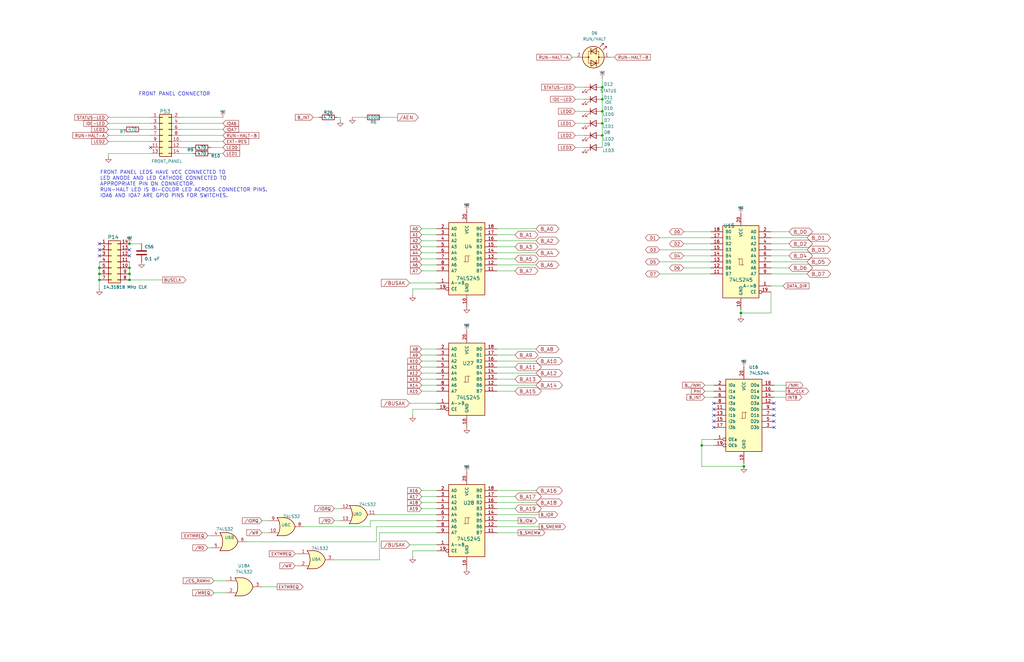
<source format=kicad_sch>
(kicad_sch
	(version 20250114)
	(generator "eeschema")
	(generator_version "9.0")
	(uuid "a6220f62-d719-4bf8-a7dd-513dec6bbca9")
	(paper "B")
	(title_block
		(title "N8PC")
		(date "2025-11-02")
		(rev "000.8")
		(comment 1 "https://github.com/danwerner21/N8PC")
		(comment 2 "Based on work by Andrew Lynch and John Coffman")
	)
	(lib_symbols
		(symbol "74xx:74LS244"
			(pin_names
				(offset 1.016)
			)
			(exclude_from_sim no)
			(in_bom yes)
			(on_board yes)
			(property "Reference" "U"
				(at -7.62 16.51 0)
				(effects
					(font
						(size 1.27 1.27)
					)
				)
			)
			(property "Value" "74LS244"
				(at -7.62 -16.51 0)
				(effects
					(font
						(size 1.27 1.27)
					)
				)
			)
			(property "Footprint" ""
				(at 0 0 0)
				(effects
					(font
						(size 1.27 1.27)
					)
					(hide yes)
				)
			)
			(property "Datasheet" "http://www.ti.com/lit/ds/symlink/sn74ls244.pdf"
				(at 0 0 0)
				(effects
					(font
						(size 1.27 1.27)
					)
					(hide yes)
				)
			)
			(property "Description" "Octal Buffer and Line Driver With 3-State Output, active-low enables, non-inverting outputs"
				(at 0 0 0)
				(effects
					(font
						(size 1.27 1.27)
					)
					(hide yes)
				)
			)
			(property "ki_keywords" "7400 logic ttl low power schottky"
				(at 0 0 0)
				(effects
					(font
						(size 1.27 1.27)
					)
					(hide yes)
				)
			)
			(property "ki_fp_filters" "DIP?20*"
				(at 0 0 0)
				(effects
					(font
						(size 1.27 1.27)
					)
					(hide yes)
				)
			)
			(symbol "74LS244_1_0"
				(polyline
					(pts
						(xy -1.27 -1.27) (xy 0.635 -1.27) (xy 0.635 1.27) (xy 1.27 1.27)
					)
					(stroke
						(width 0)
						(type default)
					)
					(fill
						(type none)
					)
				)
				(polyline
					(pts
						(xy -0.635 -1.27) (xy -0.635 1.27) (xy 0.635 1.27)
					)
					(stroke
						(width 0)
						(type default)
					)
					(fill
						(type none)
					)
				)
				(pin input line
					(at -12.7 12.7 0)
					(length 5.08)
					(name "I0a"
						(effects
							(font
								(size 1.27 1.27)
							)
						)
					)
					(number "2"
						(effects
							(font
								(size 1.27 1.27)
							)
						)
					)
				)
				(pin input line
					(at -12.7 10.16 0)
					(length 5.08)
					(name "I1a"
						(effects
							(font
								(size 1.27 1.27)
							)
						)
					)
					(number "4"
						(effects
							(font
								(size 1.27 1.27)
							)
						)
					)
				)
				(pin input line
					(at -12.7 7.62 0)
					(length 5.08)
					(name "I2a"
						(effects
							(font
								(size 1.27 1.27)
							)
						)
					)
					(number "6"
						(effects
							(font
								(size 1.27 1.27)
							)
						)
					)
				)
				(pin input line
					(at -12.7 5.08 0)
					(length 5.08)
					(name "I3a"
						(effects
							(font
								(size 1.27 1.27)
							)
						)
					)
					(number "8"
						(effects
							(font
								(size 1.27 1.27)
							)
						)
					)
				)
				(pin input line
					(at -12.7 2.54 0)
					(length 5.08)
					(name "I0b"
						(effects
							(font
								(size 1.27 1.27)
							)
						)
					)
					(number "11"
						(effects
							(font
								(size 1.27 1.27)
							)
						)
					)
				)
				(pin input line
					(at -12.7 0 0)
					(length 5.08)
					(name "I1b"
						(effects
							(font
								(size 1.27 1.27)
							)
						)
					)
					(number "13"
						(effects
							(font
								(size 1.27 1.27)
							)
						)
					)
				)
				(pin input line
					(at -12.7 -2.54 0)
					(length 5.08)
					(name "I2b"
						(effects
							(font
								(size 1.27 1.27)
							)
						)
					)
					(number "15"
						(effects
							(font
								(size 1.27 1.27)
							)
						)
					)
				)
				(pin input line
					(at -12.7 -5.08 0)
					(length 5.08)
					(name "I3b"
						(effects
							(font
								(size 1.27 1.27)
							)
						)
					)
					(number "17"
						(effects
							(font
								(size 1.27 1.27)
							)
						)
					)
				)
				(pin input inverted
					(at -12.7 -10.16 0)
					(length 5.08)
					(name "OEa"
						(effects
							(font
								(size 1.27 1.27)
							)
						)
					)
					(number "1"
						(effects
							(font
								(size 1.27 1.27)
							)
						)
					)
				)
				(pin input inverted
					(at -12.7 -12.7 0)
					(length 5.08)
					(name "OEb"
						(effects
							(font
								(size 1.27 1.27)
							)
						)
					)
					(number "19"
						(effects
							(font
								(size 1.27 1.27)
							)
						)
					)
				)
				(pin power_in line
					(at 0 20.32 270)
					(length 5.08)
					(name "VCC"
						(effects
							(font
								(size 1.27 1.27)
							)
						)
					)
					(number "20"
						(effects
							(font
								(size 1.27 1.27)
							)
						)
					)
				)
				(pin power_in line
					(at 0 -20.32 90)
					(length 5.08)
					(name "GND"
						(effects
							(font
								(size 1.27 1.27)
							)
						)
					)
					(number "10"
						(effects
							(font
								(size 1.27 1.27)
							)
						)
					)
				)
				(pin tri_state line
					(at 12.7 12.7 180)
					(length 5.08)
					(name "O0a"
						(effects
							(font
								(size 1.27 1.27)
							)
						)
					)
					(number "18"
						(effects
							(font
								(size 1.27 1.27)
							)
						)
					)
				)
				(pin tri_state line
					(at 12.7 10.16 180)
					(length 5.08)
					(name "O1a"
						(effects
							(font
								(size 1.27 1.27)
							)
						)
					)
					(number "16"
						(effects
							(font
								(size 1.27 1.27)
							)
						)
					)
				)
				(pin tri_state line
					(at 12.7 7.62 180)
					(length 5.08)
					(name "O2a"
						(effects
							(font
								(size 1.27 1.27)
							)
						)
					)
					(number "14"
						(effects
							(font
								(size 1.27 1.27)
							)
						)
					)
				)
				(pin tri_state line
					(at 12.7 5.08 180)
					(length 5.08)
					(name "O3a"
						(effects
							(font
								(size 1.27 1.27)
							)
						)
					)
					(number "12"
						(effects
							(font
								(size 1.27 1.27)
							)
						)
					)
				)
				(pin tri_state line
					(at 12.7 2.54 180)
					(length 5.08)
					(name "O0b"
						(effects
							(font
								(size 1.27 1.27)
							)
						)
					)
					(number "9"
						(effects
							(font
								(size 1.27 1.27)
							)
						)
					)
				)
				(pin tri_state line
					(at 12.7 0 180)
					(length 5.08)
					(name "O1b"
						(effects
							(font
								(size 1.27 1.27)
							)
						)
					)
					(number "7"
						(effects
							(font
								(size 1.27 1.27)
							)
						)
					)
				)
				(pin tri_state line
					(at 12.7 -2.54 180)
					(length 5.08)
					(name "O2b"
						(effects
							(font
								(size 1.27 1.27)
							)
						)
					)
					(number "5"
						(effects
							(font
								(size 1.27 1.27)
							)
						)
					)
				)
				(pin tri_state line
					(at 12.7 -5.08 180)
					(length 5.08)
					(name "O3b"
						(effects
							(font
								(size 1.27 1.27)
							)
						)
					)
					(number "3"
						(effects
							(font
								(size 1.27 1.27)
							)
						)
					)
				)
			)
			(symbol "74LS244_1_1"
				(rectangle
					(start -7.62 15.24)
					(end 7.62 -15.24)
					(stroke
						(width 0.254)
						(type default)
					)
					(fill
						(type background)
					)
				)
			)
			(embedded_fonts no)
		)
		(symbol "74xx:74LS245"
			(pin_names
				(offset 1.016)
			)
			(exclude_from_sim no)
			(in_bom yes)
			(on_board yes)
			(property "Reference" "U"
				(at -7.62 16.51 0)
				(effects
					(font
						(size 1.27 1.27)
					)
				)
			)
			(property "Value" "74LS245"
				(at -7.62 -16.51 0)
				(effects
					(font
						(size 1.27 1.27)
					)
				)
			)
			(property "Footprint" ""
				(at 0 0 0)
				(effects
					(font
						(size 1.27 1.27)
					)
					(hide yes)
				)
			)
			(property "Datasheet" "http://www.ti.com/lit/gpn/sn74LS245"
				(at 0 0 0)
				(effects
					(font
						(size 1.27 1.27)
					)
					(hide yes)
				)
			)
			(property "Description" "Octal BUS Transceivers, 3-State outputs"
				(at 0 0 0)
				(effects
					(font
						(size 1.27 1.27)
					)
					(hide yes)
				)
			)
			(property "ki_locked" ""
				(at 0 0 0)
				(effects
					(font
						(size 1.27 1.27)
					)
				)
			)
			(property "ki_keywords" "TTL BUS 3State"
				(at 0 0 0)
				(effects
					(font
						(size 1.27 1.27)
					)
					(hide yes)
				)
			)
			(property "ki_fp_filters" "DIP?20*"
				(at 0 0 0)
				(effects
					(font
						(size 1.27 1.27)
					)
					(hide yes)
				)
			)
			(symbol "74LS245_1_0"
				(polyline
					(pts
						(xy -1.27 -1.27) (xy 0.635 -1.27) (xy 0.635 1.27) (xy 1.27 1.27)
					)
					(stroke
						(width 0)
						(type default)
					)
					(fill
						(type none)
					)
				)
				(polyline
					(pts
						(xy -0.635 -1.27) (xy -0.635 1.27) (xy 0.635 1.27)
					)
					(stroke
						(width 0)
						(type default)
					)
					(fill
						(type none)
					)
				)
				(pin tri_state line
					(at -12.7 12.7 0)
					(length 5.08)
					(name "A0"
						(effects
							(font
								(size 1.27 1.27)
							)
						)
					)
					(number "2"
						(effects
							(font
								(size 1.27 1.27)
							)
						)
					)
				)
				(pin tri_state line
					(at -12.7 10.16 0)
					(length 5.08)
					(name "A1"
						(effects
							(font
								(size 1.27 1.27)
							)
						)
					)
					(number "3"
						(effects
							(font
								(size 1.27 1.27)
							)
						)
					)
				)
				(pin tri_state line
					(at -12.7 7.62 0)
					(length 5.08)
					(name "A2"
						(effects
							(font
								(size 1.27 1.27)
							)
						)
					)
					(number "4"
						(effects
							(font
								(size 1.27 1.27)
							)
						)
					)
				)
				(pin tri_state line
					(at -12.7 5.08 0)
					(length 5.08)
					(name "A3"
						(effects
							(font
								(size 1.27 1.27)
							)
						)
					)
					(number "5"
						(effects
							(font
								(size 1.27 1.27)
							)
						)
					)
				)
				(pin tri_state line
					(at -12.7 2.54 0)
					(length 5.08)
					(name "A4"
						(effects
							(font
								(size 1.27 1.27)
							)
						)
					)
					(number "6"
						(effects
							(font
								(size 1.27 1.27)
							)
						)
					)
				)
				(pin tri_state line
					(at -12.7 0 0)
					(length 5.08)
					(name "A5"
						(effects
							(font
								(size 1.27 1.27)
							)
						)
					)
					(number "7"
						(effects
							(font
								(size 1.27 1.27)
							)
						)
					)
				)
				(pin tri_state line
					(at -12.7 -2.54 0)
					(length 5.08)
					(name "A6"
						(effects
							(font
								(size 1.27 1.27)
							)
						)
					)
					(number "8"
						(effects
							(font
								(size 1.27 1.27)
							)
						)
					)
				)
				(pin tri_state line
					(at -12.7 -5.08 0)
					(length 5.08)
					(name "A7"
						(effects
							(font
								(size 1.27 1.27)
							)
						)
					)
					(number "9"
						(effects
							(font
								(size 1.27 1.27)
							)
						)
					)
				)
				(pin input line
					(at -12.7 -10.16 0)
					(length 5.08)
					(name "A->B"
						(effects
							(font
								(size 1.27 1.27)
							)
						)
					)
					(number "1"
						(effects
							(font
								(size 1.27 1.27)
							)
						)
					)
				)
				(pin input inverted
					(at -12.7 -12.7 0)
					(length 5.08)
					(name "CE"
						(effects
							(font
								(size 1.27 1.27)
							)
						)
					)
					(number "19"
						(effects
							(font
								(size 1.27 1.27)
							)
						)
					)
				)
				(pin power_in line
					(at 0 20.32 270)
					(length 5.08)
					(name "VCC"
						(effects
							(font
								(size 1.27 1.27)
							)
						)
					)
					(number "20"
						(effects
							(font
								(size 1.27 1.27)
							)
						)
					)
				)
				(pin power_in line
					(at 0 -20.32 90)
					(length 5.08)
					(name "GND"
						(effects
							(font
								(size 1.27 1.27)
							)
						)
					)
					(number "10"
						(effects
							(font
								(size 1.27 1.27)
							)
						)
					)
				)
				(pin tri_state line
					(at 12.7 12.7 180)
					(length 5.08)
					(name "B0"
						(effects
							(font
								(size 1.27 1.27)
							)
						)
					)
					(number "18"
						(effects
							(font
								(size 1.27 1.27)
							)
						)
					)
				)
				(pin tri_state line
					(at 12.7 10.16 180)
					(length 5.08)
					(name "B1"
						(effects
							(font
								(size 1.27 1.27)
							)
						)
					)
					(number "17"
						(effects
							(font
								(size 1.27 1.27)
							)
						)
					)
				)
				(pin tri_state line
					(at 12.7 7.62 180)
					(length 5.08)
					(name "B2"
						(effects
							(font
								(size 1.27 1.27)
							)
						)
					)
					(number "16"
						(effects
							(font
								(size 1.27 1.27)
							)
						)
					)
				)
				(pin tri_state line
					(at 12.7 5.08 180)
					(length 5.08)
					(name "B3"
						(effects
							(font
								(size 1.27 1.27)
							)
						)
					)
					(number "15"
						(effects
							(font
								(size 1.27 1.27)
							)
						)
					)
				)
				(pin tri_state line
					(at 12.7 2.54 180)
					(length 5.08)
					(name "B4"
						(effects
							(font
								(size 1.27 1.27)
							)
						)
					)
					(number "14"
						(effects
							(font
								(size 1.27 1.27)
							)
						)
					)
				)
				(pin tri_state line
					(at 12.7 0 180)
					(length 5.08)
					(name "B5"
						(effects
							(font
								(size 1.27 1.27)
							)
						)
					)
					(number "13"
						(effects
							(font
								(size 1.27 1.27)
							)
						)
					)
				)
				(pin tri_state line
					(at 12.7 -2.54 180)
					(length 5.08)
					(name "B6"
						(effects
							(font
								(size 1.27 1.27)
							)
						)
					)
					(number "12"
						(effects
							(font
								(size 1.27 1.27)
							)
						)
					)
				)
				(pin tri_state line
					(at 12.7 -5.08 180)
					(length 5.08)
					(name "B7"
						(effects
							(font
								(size 1.27 1.27)
							)
						)
					)
					(number "11"
						(effects
							(font
								(size 1.27 1.27)
							)
						)
					)
				)
			)
			(symbol "74LS245_1_1"
				(rectangle
					(start -7.62 15.24)
					(end 7.62 -15.24)
					(stroke
						(width 0.254)
						(type default)
					)
					(fill
						(type background)
					)
				)
			)
			(embedded_fonts no)
		)
		(symbol "74xx:74LS32"
			(pin_names
				(offset 1.016)
			)
			(exclude_from_sim no)
			(in_bom yes)
			(on_board yes)
			(property "Reference" "U"
				(at 0 1.27 0)
				(effects
					(font
						(size 1.27 1.27)
					)
				)
			)
			(property "Value" "74LS32"
				(at 0 -1.27 0)
				(effects
					(font
						(size 1.27 1.27)
					)
				)
			)
			(property "Footprint" ""
				(at 0 0 0)
				(effects
					(font
						(size 1.27 1.27)
					)
					(hide yes)
				)
			)
			(property "Datasheet" "http://www.ti.com/lit/gpn/sn74LS32"
				(at 0 0 0)
				(effects
					(font
						(size 1.27 1.27)
					)
					(hide yes)
				)
			)
			(property "Description" "Quad 2-input OR"
				(at 0 0 0)
				(effects
					(font
						(size 1.27 1.27)
					)
					(hide yes)
				)
			)
			(property "ki_locked" ""
				(at 0 0 0)
				(effects
					(font
						(size 1.27 1.27)
					)
				)
			)
			(property "ki_keywords" "TTL Or2"
				(at 0 0 0)
				(effects
					(font
						(size 1.27 1.27)
					)
					(hide yes)
				)
			)
			(property "ki_fp_filters" "DIP?14*"
				(at 0 0 0)
				(effects
					(font
						(size 1.27 1.27)
					)
					(hide yes)
				)
			)
			(symbol "74LS32_1_1"
				(arc
					(start -3.81 3.81)
					(mid -2.589 0)
					(end -3.81 -3.81)
					(stroke
						(width 0.254)
						(type default)
					)
					(fill
						(type none)
					)
				)
				(polyline
					(pts
						(xy -3.81 3.81) (xy -0.635 3.81)
					)
					(stroke
						(width 0.254)
						(type default)
					)
					(fill
						(type background)
					)
				)
				(polyline
					(pts
						(xy -3.81 -3.81) (xy -0.635 -3.81)
					)
					(stroke
						(width 0.254)
						(type default)
					)
					(fill
						(type background)
					)
				)
				(arc
					(start 3.81 0)
					(mid 2.1855 -2.584)
					(end -0.6096 -3.81)
					(stroke
						(width 0.254)
						(type default)
					)
					(fill
						(type background)
					)
				)
				(arc
					(start -0.6096 3.81)
					(mid 2.1928 2.5924)
					(end 3.81 0)
					(stroke
						(width 0.254)
						(type default)
					)
					(fill
						(type background)
					)
				)
				(polyline
					(pts
						(xy -0.635 3.81) (xy -3.81 3.81) (xy -3.81 3.81) (xy -3.556 3.4036) (xy -3.0226 2.2606) (xy -2.6924 1.0414)
						(xy -2.6162 -0.254) (xy -2.7686 -1.4986) (xy -3.175 -2.7178) (xy -3.81 -3.81) (xy -3.81 -3.81)
						(xy -0.635 -3.81)
					)
					(stroke
						(width -25.4)
						(type default)
					)
					(fill
						(type background)
					)
				)
				(pin input line
					(at -7.62 2.54 0)
					(length 4.318)
					(name "~"
						(effects
							(font
								(size 1.27 1.27)
							)
						)
					)
					(number "1"
						(effects
							(font
								(size 1.27 1.27)
							)
						)
					)
				)
				(pin input line
					(at -7.62 -2.54 0)
					(length 4.318)
					(name "~"
						(effects
							(font
								(size 1.27 1.27)
							)
						)
					)
					(number "2"
						(effects
							(font
								(size 1.27 1.27)
							)
						)
					)
				)
				(pin output line
					(at 7.62 0 180)
					(length 3.81)
					(name "~"
						(effects
							(font
								(size 1.27 1.27)
							)
						)
					)
					(number "3"
						(effects
							(font
								(size 1.27 1.27)
							)
						)
					)
				)
			)
			(symbol "74LS32_1_2"
				(arc
					(start 0 3.81)
					(mid 3.7934 0)
					(end 0 -3.81)
					(stroke
						(width 0.254)
						(type default)
					)
					(fill
						(type background)
					)
				)
				(polyline
					(pts
						(xy 0 3.81) (xy -3.81 3.81) (xy -3.81 -3.81) (xy 0 -3.81)
					)
					(stroke
						(width 0.254)
						(type default)
					)
					(fill
						(type background)
					)
				)
				(pin input inverted
					(at -7.62 2.54 0)
					(length 3.81)
					(name "~"
						(effects
							(font
								(size 1.27 1.27)
							)
						)
					)
					(number "1"
						(effects
							(font
								(size 1.27 1.27)
							)
						)
					)
				)
				(pin input inverted
					(at -7.62 -2.54 0)
					(length 3.81)
					(name "~"
						(effects
							(font
								(size 1.27 1.27)
							)
						)
					)
					(number "2"
						(effects
							(font
								(size 1.27 1.27)
							)
						)
					)
				)
				(pin output inverted
					(at 7.62 0 180)
					(length 3.81)
					(name "~"
						(effects
							(font
								(size 1.27 1.27)
							)
						)
					)
					(number "3"
						(effects
							(font
								(size 1.27 1.27)
							)
						)
					)
				)
			)
			(symbol "74LS32_2_1"
				(arc
					(start -3.81 3.81)
					(mid -2.589 0)
					(end -3.81 -3.81)
					(stroke
						(width 0.254)
						(type default)
					)
					(fill
						(type none)
					)
				)
				(polyline
					(pts
						(xy -3.81 3.81) (xy -0.635 3.81)
					)
					(stroke
						(width 0.254)
						(type default)
					)
					(fill
						(type background)
					)
				)
				(polyline
					(pts
						(xy -3.81 -3.81) (xy -0.635 -3.81)
					)
					(stroke
						(width 0.254)
						(type default)
					)
					(fill
						(type background)
					)
				)
				(arc
					(start 3.81 0)
					(mid 2.1855 -2.584)
					(end -0.6096 -3.81)
					(stroke
						(width 0.254)
						(type default)
					)
					(fill
						(type background)
					)
				)
				(arc
					(start -0.6096 3.81)
					(mid 2.1928 2.5924)
					(end 3.81 0)
					(stroke
						(width 0.254)
						(type default)
					)
					(fill
						(type background)
					)
				)
				(polyline
					(pts
						(xy -0.635 3.81) (xy -3.81 3.81) (xy -3.81 3.81) (xy -3.556 3.4036) (xy -3.0226 2.2606) (xy -2.6924 1.0414)
						(xy -2.6162 -0.254) (xy -2.7686 -1.4986) (xy -3.175 -2.7178) (xy -3.81 -3.81) (xy -3.81 -3.81)
						(xy -0.635 -3.81)
					)
					(stroke
						(width -25.4)
						(type default)
					)
					(fill
						(type background)
					)
				)
				(pin input line
					(at -7.62 2.54 0)
					(length 4.318)
					(name "~"
						(effects
							(font
								(size 1.27 1.27)
							)
						)
					)
					(number "4"
						(effects
							(font
								(size 1.27 1.27)
							)
						)
					)
				)
				(pin input line
					(at -7.62 -2.54 0)
					(length 4.318)
					(name "~"
						(effects
							(font
								(size 1.27 1.27)
							)
						)
					)
					(number "5"
						(effects
							(font
								(size 1.27 1.27)
							)
						)
					)
				)
				(pin output line
					(at 7.62 0 180)
					(length 3.81)
					(name "~"
						(effects
							(font
								(size 1.27 1.27)
							)
						)
					)
					(number "6"
						(effects
							(font
								(size 1.27 1.27)
							)
						)
					)
				)
			)
			(symbol "74LS32_2_2"
				(arc
					(start 0 3.81)
					(mid 3.7934 0)
					(end 0 -3.81)
					(stroke
						(width 0.254)
						(type default)
					)
					(fill
						(type background)
					)
				)
				(polyline
					(pts
						(xy 0 3.81) (xy -3.81 3.81) (xy -3.81 -3.81) (xy 0 -3.81)
					)
					(stroke
						(width 0.254)
						(type default)
					)
					(fill
						(type background)
					)
				)
				(pin input inverted
					(at -7.62 2.54 0)
					(length 3.81)
					(name "~"
						(effects
							(font
								(size 1.27 1.27)
							)
						)
					)
					(number "4"
						(effects
							(font
								(size 1.27 1.27)
							)
						)
					)
				)
				(pin input inverted
					(at -7.62 -2.54 0)
					(length 3.81)
					(name "~"
						(effects
							(font
								(size 1.27 1.27)
							)
						)
					)
					(number "5"
						(effects
							(font
								(size 1.27 1.27)
							)
						)
					)
				)
				(pin output inverted
					(at 7.62 0 180)
					(length 3.81)
					(name "~"
						(effects
							(font
								(size 1.27 1.27)
							)
						)
					)
					(number "6"
						(effects
							(font
								(size 1.27 1.27)
							)
						)
					)
				)
			)
			(symbol "74LS32_3_1"
				(arc
					(start -3.81 3.81)
					(mid -2.589 0)
					(end -3.81 -3.81)
					(stroke
						(width 0.254)
						(type default)
					)
					(fill
						(type none)
					)
				)
				(polyline
					(pts
						(xy -3.81 3.81) (xy -0.635 3.81)
					)
					(stroke
						(width 0.254)
						(type default)
					)
					(fill
						(type background)
					)
				)
				(polyline
					(pts
						(xy -3.81 -3.81) (xy -0.635 -3.81)
					)
					(stroke
						(width 0.254)
						(type default)
					)
					(fill
						(type background)
					)
				)
				(arc
					(start 3.81 0)
					(mid 2.1855 -2.584)
					(end -0.6096 -3.81)
					(stroke
						(width 0.254)
						(type default)
					)
					(fill
						(type background)
					)
				)
				(arc
					(start -0.6096 3.81)
					(mid 2.1928 2.5924)
					(end 3.81 0)
					(stroke
						(width 0.254)
						(type default)
					)
					(fill
						(type background)
					)
				)
				(polyline
					(pts
						(xy -0.635 3.81) (xy -3.81 3.81) (xy -3.81 3.81) (xy -3.556 3.4036) (xy -3.0226 2.2606) (xy -2.6924 1.0414)
						(xy -2.6162 -0.254) (xy -2.7686 -1.4986) (xy -3.175 -2.7178) (xy -3.81 -3.81) (xy -3.81 -3.81)
						(xy -0.635 -3.81)
					)
					(stroke
						(width -25.4)
						(type default)
					)
					(fill
						(type background)
					)
				)
				(pin input line
					(at -7.62 2.54 0)
					(length 4.318)
					(name "~"
						(effects
							(font
								(size 1.27 1.27)
							)
						)
					)
					(number "9"
						(effects
							(font
								(size 1.27 1.27)
							)
						)
					)
				)
				(pin input line
					(at -7.62 -2.54 0)
					(length 4.318)
					(name "~"
						(effects
							(font
								(size 1.27 1.27)
							)
						)
					)
					(number "10"
						(effects
							(font
								(size 1.27 1.27)
							)
						)
					)
				)
				(pin output line
					(at 7.62 0 180)
					(length 3.81)
					(name "~"
						(effects
							(font
								(size 1.27 1.27)
							)
						)
					)
					(number "8"
						(effects
							(font
								(size 1.27 1.27)
							)
						)
					)
				)
			)
			(symbol "74LS32_3_2"
				(arc
					(start 0 3.81)
					(mid 3.7934 0)
					(end 0 -3.81)
					(stroke
						(width 0.254)
						(type default)
					)
					(fill
						(type background)
					)
				)
				(polyline
					(pts
						(xy 0 3.81) (xy -3.81 3.81) (xy -3.81 -3.81) (xy 0 -3.81)
					)
					(stroke
						(width 0.254)
						(type default)
					)
					(fill
						(type background)
					)
				)
				(pin input inverted
					(at -7.62 2.54 0)
					(length 3.81)
					(name "~"
						(effects
							(font
								(size 1.27 1.27)
							)
						)
					)
					(number "9"
						(effects
							(font
								(size 1.27 1.27)
							)
						)
					)
				)
				(pin input inverted
					(at -7.62 -2.54 0)
					(length 3.81)
					(name "~"
						(effects
							(font
								(size 1.27 1.27)
							)
						)
					)
					(number "10"
						(effects
							(font
								(size 1.27 1.27)
							)
						)
					)
				)
				(pin output inverted
					(at 7.62 0 180)
					(length 3.81)
					(name "~"
						(effects
							(font
								(size 1.27 1.27)
							)
						)
					)
					(number "8"
						(effects
							(font
								(size 1.27 1.27)
							)
						)
					)
				)
			)
			(symbol "74LS32_4_1"
				(arc
					(start -3.81 3.81)
					(mid -2.589 0)
					(end -3.81 -3.81)
					(stroke
						(width 0.254)
						(type default)
					)
					(fill
						(type none)
					)
				)
				(polyline
					(pts
						(xy -3.81 3.81) (xy -0.635 3.81)
					)
					(stroke
						(width 0.254)
						(type default)
					)
					(fill
						(type background)
					)
				)
				(polyline
					(pts
						(xy -3.81 -3.81) (xy -0.635 -3.81)
					)
					(stroke
						(width 0.254)
						(type default)
					)
					(fill
						(type background)
					)
				)
				(arc
					(start 3.81 0)
					(mid 2.1855 -2.584)
					(end -0.6096 -3.81)
					(stroke
						(width 0.254)
						(type default)
					)
					(fill
						(type background)
					)
				)
				(arc
					(start -0.6096 3.81)
					(mid 2.1928 2.5924)
					(end 3.81 0)
					(stroke
						(width 0.254)
						(type default)
					)
					(fill
						(type background)
					)
				)
				(polyline
					(pts
						(xy -0.635 3.81) (xy -3.81 3.81) (xy -3.81 3.81) (xy -3.556 3.4036) (xy -3.0226 2.2606) (xy -2.6924 1.0414)
						(xy -2.6162 -0.254) (xy -2.7686 -1.4986) (xy -3.175 -2.7178) (xy -3.81 -3.81) (xy -3.81 -3.81)
						(xy -0.635 -3.81)
					)
					(stroke
						(width -25.4)
						(type default)
					)
					(fill
						(type background)
					)
				)
				(pin input line
					(at -7.62 2.54 0)
					(length 4.318)
					(name "~"
						(effects
							(font
								(size 1.27 1.27)
							)
						)
					)
					(number "12"
						(effects
							(font
								(size 1.27 1.27)
							)
						)
					)
				)
				(pin input line
					(at -7.62 -2.54 0)
					(length 4.318)
					(name "~"
						(effects
							(font
								(size 1.27 1.27)
							)
						)
					)
					(number "13"
						(effects
							(font
								(size 1.27 1.27)
							)
						)
					)
				)
				(pin output line
					(at 7.62 0 180)
					(length 3.81)
					(name "~"
						(effects
							(font
								(size 1.27 1.27)
							)
						)
					)
					(number "11"
						(effects
							(font
								(size 1.27 1.27)
							)
						)
					)
				)
			)
			(symbol "74LS32_4_2"
				(arc
					(start 0 3.81)
					(mid 3.7934 0)
					(end 0 -3.81)
					(stroke
						(width 0.254)
						(type default)
					)
					(fill
						(type background)
					)
				)
				(polyline
					(pts
						(xy 0 3.81) (xy -3.81 3.81) (xy -3.81 -3.81) (xy 0 -3.81)
					)
					(stroke
						(width 0.254)
						(type default)
					)
					(fill
						(type background)
					)
				)
				(pin input inverted
					(at -7.62 2.54 0)
					(length 3.81)
					(name "~"
						(effects
							(font
								(size 1.27 1.27)
							)
						)
					)
					(number "12"
						(effects
							(font
								(size 1.27 1.27)
							)
						)
					)
				)
				(pin input inverted
					(at -7.62 -2.54 0)
					(length 3.81)
					(name "~"
						(effects
							(font
								(size 1.27 1.27)
							)
						)
					)
					(number "13"
						(effects
							(font
								(size 1.27 1.27)
							)
						)
					)
				)
				(pin output inverted
					(at 7.62 0 180)
					(length 3.81)
					(name "~"
						(effects
							(font
								(size 1.27 1.27)
							)
						)
					)
					(number "11"
						(effects
							(font
								(size 1.27 1.27)
							)
						)
					)
				)
			)
			(symbol "74LS32_5_0"
				(pin power_in line
					(at 0 12.7 270)
					(length 5.08)
					(name "VCC"
						(effects
							(font
								(size 1.27 1.27)
							)
						)
					)
					(number "14"
						(effects
							(font
								(size 1.27 1.27)
							)
						)
					)
				)
				(pin power_in line
					(at 0 -12.7 90)
					(length 5.08)
					(name "GND"
						(effects
							(font
								(size 1.27 1.27)
							)
						)
					)
					(number "7"
						(effects
							(font
								(size 1.27 1.27)
							)
						)
					)
				)
			)
			(symbol "74LS32_5_1"
				(rectangle
					(start -5.08 7.62)
					(end 5.08 -7.62)
					(stroke
						(width 0.254)
						(type default)
					)
					(fill
						(type background)
					)
				)
			)
			(embedded_fonts no)
		)
		(symbol "Connector_Generic:Conn_02x07_Odd_Even"
			(pin_names
				(offset 1.016)
				(hide yes)
			)
			(exclude_from_sim no)
			(in_bom yes)
			(on_board yes)
			(property "Reference" "J"
				(at 1.27 10.16 0)
				(effects
					(font
						(size 1.27 1.27)
					)
				)
			)
			(property "Value" "Conn_02x07_Odd_Even"
				(at 1.27 -10.16 0)
				(effects
					(font
						(size 1.27 1.27)
					)
				)
			)
			(property "Footprint" ""
				(at 0 0 0)
				(effects
					(font
						(size 1.27 1.27)
					)
					(hide yes)
				)
			)
			(property "Datasheet" "~"
				(at 0 0 0)
				(effects
					(font
						(size 1.27 1.27)
					)
					(hide yes)
				)
			)
			(property "Description" "Generic connector, double row, 02x07, odd/even pin numbering scheme (row 1 odd numbers, row 2 even numbers), script generated (kicad-library-utils/schlib/autogen/connector/)"
				(at 0 0 0)
				(effects
					(font
						(size 1.27 1.27)
					)
					(hide yes)
				)
			)
			(property "ki_keywords" "connector"
				(at 0 0 0)
				(effects
					(font
						(size 1.27 1.27)
					)
					(hide yes)
				)
			)
			(property "ki_fp_filters" "Connector*:*_2x??_*"
				(at 0 0 0)
				(effects
					(font
						(size 1.27 1.27)
					)
					(hide yes)
				)
			)
			(symbol "Conn_02x07_Odd_Even_1_1"
				(rectangle
					(start -1.27 8.89)
					(end 3.81 -8.89)
					(stroke
						(width 0.254)
						(type default)
					)
					(fill
						(type background)
					)
				)
				(rectangle
					(start -1.27 7.747)
					(end 0 7.493)
					(stroke
						(width 0.1524)
						(type default)
					)
					(fill
						(type none)
					)
				)
				(rectangle
					(start -1.27 5.207)
					(end 0 4.953)
					(stroke
						(width 0.1524)
						(type default)
					)
					(fill
						(type none)
					)
				)
				(rectangle
					(start -1.27 2.667)
					(end 0 2.413)
					(stroke
						(width 0.1524)
						(type default)
					)
					(fill
						(type none)
					)
				)
				(rectangle
					(start -1.27 0.127)
					(end 0 -0.127)
					(stroke
						(width 0.1524)
						(type default)
					)
					(fill
						(type none)
					)
				)
				(rectangle
					(start -1.27 -2.413)
					(end 0 -2.667)
					(stroke
						(width 0.1524)
						(type default)
					)
					(fill
						(type none)
					)
				)
				(rectangle
					(start -1.27 -4.953)
					(end 0 -5.207)
					(stroke
						(width 0.1524)
						(type default)
					)
					(fill
						(type none)
					)
				)
				(rectangle
					(start -1.27 -7.493)
					(end 0 -7.747)
					(stroke
						(width 0.1524)
						(type default)
					)
					(fill
						(type none)
					)
				)
				(rectangle
					(start 3.81 7.747)
					(end 2.54 7.493)
					(stroke
						(width 0.1524)
						(type default)
					)
					(fill
						(type none)
					)
				)
				(rectangle
					(start 3.81 5.207)
					(end 2.54 4.953)
					(stroke
						(width 0.1524)
						(type default)
					)
					(fill
						(type none)
					)
				)
				(rectangle
					(start 3.81 2.667)
					(end 2.54 2.413)
					(stroke
						(width 0.1524)
						(type default)
					)
					(fill
						(type none)
					)
				)
				(rectangle
					(start 3.81 0.127)
					(end 2.54 -0.127)
					(stroke
						(width 0.1524)
						(type default)
					)
					(fill
						(type none)
					)
				)
				(rectangle
					(start 3.81 -2.413)
					(end 2.54 -2.667)
					(stroke
						(width 0.1524)
						(type default)
					)
					(fill
						(type none)
					)
				)
				(rectangle
					(start 3.81 -4.953)
					(end 2.54 -5.207)
					(stroke
						(width 0.1524)
						(type default)
					)
					(fill
						(type none)
					)
				)
				(rectangle
					(start 3.81 -7.493)
					(end 2.54 -7.747)
					(stroke
						(width 0.1524)
						(type default)
					)
					(fill
						(type none)
					)
				)
				(pin passive line
					(at -5.08 7.62 0)
					(length 3.81)
					(name "Pin_1"
						(effects
							(font
								(size 1.27 1.27)
							)
						)
					)
					(number "1"
						(effects
							(font
								(size 1.27 1.27)
							)
						)
					)
				)
				(pin passive line
					(at -5.08 5.08 0)
					(length 3.81)
					(name "Pin_3"
						(effects
							(font
								(size 1.27 1.27)
							)
						)
					)
					(number "3"
						(effects
							(font
								(size 1.27 1.27)
							)
						)
					)
				)
				(pin passive line
					(at -5.08 2.54 0)
					(length 3.81)
					(name "Pin_5"
						(effects
							(font
								(size 1.27 1.27)
							)
						)
					)
					(number "5"
						(effects
							(font
								(size 1.27 1.27)
							)
						)
					)
				)
				(pin passive line
					(at -5.08 0 0)
					(length 3.81)
					(name "Pin_7"
						(effects
							(font
								(size 1.27 1.27)
							)
						)
					)
					(number "7"
						(effects
							(font
								(size 1.27 1.27)
							)
						)
					)
				)
				(pin passive line
					(at -5.08 -2.54 0)
					(length 3.81)
					(name "Pin_9"
						(effects
							(font
								(size 1.27 1.27)
							)
						)
					)
					(number "9"
						(effects
							(font
								(size 1.27 1.27)
							)
						)
					)
				)
				(pin passive line
					(at -5.08 -5.08 0)
					(length 3.81)
					(name "Pin_11"
						(effects
							(font
								(size 1.27 1.27)
							)
						)
					)
					(number "11"
						(effects
							(font
								(size 1.27 1.27)
							)
						)
					)
				)
				(pin passive line
					(at -5.08 -7.62 0)
					(length 3.81)
					(name "Pin_13"
						(effects
							(font
								(size 1.27 1.27)
							)
						)
					)
					(number "13"
						(effects
							(font
								(size 1.27 1.27)
							)
						)
					)
				)
				(pin passive line
					(at 7.62 7.62 180)
					(length 3.81)
					(name "Pin_2"
						(effects
							(font
								(size 1.27 1.27)
							)
						)
					)
					(number "2"
						(effects
							(font
								(size 1.27 1.27)
							)
						)
					)
				)
				(pin passive line
					(at 7.62 5.08 180)
					(length 3.81)
					(name "Pin_4"
						(effects
							(font
								(size 1.27 1.27)
							)
						)
					)
					(number "4"
						(effects
							(font
								(size 1.27 1.27)
							)
						)
					)
				)
				(pin passive line
					(at 7.62 2.54 180)
					(length 3.81)
					(name "Pin_6"
						(effects
							(font
								(size 1.27 1.27)
							)
						)
					)
					(number "6"
						(effects
							(font
								(size 1.27 1.27)
							)
						)
					)
				)
				(pin passive line
					(at 7.62 0 180)
					(length 3.81)
					(name "Pin_8"
						(effects
							(font
								(size 1.27 1.27)
							)
						)
					)
					(number "8"
						(effects
							(font
								(size 1.27 1.27)
							)
						)
					)
				)
				(pin passive line
					(at 7.62 -2.54 180)
					(length 3.81)
					(name "Pin_10"
						(effects
							(font
								(size 1.27 1.27)
							)
						)
					)
					(number "10"
						(effects
							(font
								(size 1.27 1.27)
							)
						)
					)
				)
				(pin passive line
					(at 7.62 -5.08 180)
					(length 3.81)
					(name "Pin_12"
						(effects
							(font
								(size 1.27 1.27)
							)
						)
					)
					(number "12"
						(effects
							(font
								(size 1.27 1.27)
							)
						)
					)
				)
				(pin passive line
					(at 7.62 -7.62 180)
					(length 3.81)
					(name "Pin_14"
						(effects
							(font
								(size 1.27 1.27)
							)
						)
					)
					(number "14"
						(effects
							(font
								(size 1.27 1.27)
							)
						)
					)
				)
			)
			(embedded_fonts no)
		)
		(symbol "Custom:CLK"
			(exclude_from_sim no)
			(in_bom yes)
			(on_board yes)
			(property "Reference" "U"
				(at 0 0 0)
				(effects
					(font
						(size 1.27 1.27)
					)
				)
			)
			(property "Value" ""
				(at 0 0 0)
				(effects
					(font
						(size 1.27 1.27)
					)
				)
			)
			(property "Footprint" ""
				(at 0 0 0)
				(effects
					(font
						(size 1.27 1.27)
					)
					(hide yes)
				)
			)
			(property "Datasheet" ""
				(at 0 0 0)
				(effects
					(font
						(size 1.27 1.27)
					)
					(hide yes)
				)
			)
			(property "Description" ""
				(at 0 0 0)
				(effects
					(font
						(size 1.27 1.27)
					)
					(hide yes)
				)
			)
			(symbol "CLK_1_1"
				(rectangle
					(start -2.54 -1.27)
					(end 2.54 -19.05)
					(stroke
						(width 0.254)
						(type default)
					)
					(fill
						(type background)
					)
				)
				(rectangle
					(start -2.54 -2.413)
					(end -1.27 -2.667)
					(stroke
						(width 0.1524)
						(type default)
					)
					(fill
						(type none)
					)
				)
				(rectangle
					(start -2.54 -4.953)
					(end -1.27 -5.207)
					(stroke
						(width 0.1524)
						(type default)
					)
					(fill
						(type none)
					)
				)
				(rectangle
					(start -2.54 -7.493)
					(end -1.27 -7.747)
					(stroke
						(width 0.1524)
						(type default)
					)
					(fill
						(type none)
					)
				)
				(rectangle
					(start -2.54 -10.033)
					(end -1.27 -10.287)
					(stroke
						(width 0.1524)
						(type default)
					)
					(fill
						(type none)
					)
				)
				(rectangle
					(start -2.54 -12.573)
					(end -1.27 -12.827)
					(stroke
						(width 0.1524)
						(type default)
					)
					(fill
						(type none)
					)
				)
				(rectangle
					(start -2.54 -15.113)
					(end -1.27 -15.367)
					(stroke
						(width 0.1524)
						(type default)
					)
					(fill
						(type none)
					)
				)
				(rectangle
					(start -2.54 -17.653)
					(end -1.27 -17.907)
					(stroke
						(width 0.1524)
						(type default)
					)
					(fill
						(type none)
					)
				)
				(rectangle
					(start 2.54 -2.413)
					(end 1.27 -2.667)
					(stroke
						(width 0.1524)
						(type default)
					)
					(fill
						(type none)
					)
				)
				(rectangle
					(start 2.54 -4.953)
					(end 1.27 -5.207)
					(stroke
						(width 0.1524)
						(type default)
					)
					(fill
						(type none)
					)
				)
				(rectangle
					(start 2.54 -7.493)
					(end 1.27 -7.747)
					(stroke
						(width 0.1524)
						(type default)
					)
					(fill
						(type none)
					)
				)
				(rectangle
					(start 2.54 -10.033)
					(end 1.27 -10.287)
					(stroke
						(width 0.1524)
						(type default)
					)
					(fill
						(type none)
					)
				)
				(rectangle
					(start 2.54 -12.573)
					(end 1.27 -12.827)
					(stroke
						(width 0.1524)
						(type default)
					)
					(fill
						(type none)
					)
				)
				(rectangle
					(start 2.54 -15.113)
					(end 1.27 -15.367)
					(stroke
						(width 0.1524)
						(type default)
					)
					(fill
						(type none)
					)
				)
				(rectangle
					(start 2.54 -17.653)
					(end 1.27 -17.907)
					(stroke
						(width 0.1524)
						(type default)
					)
					(fill
						(type none)
					)
				)
				(pin passive line
					(at -6.35 -2.54 0)
					(length 3.81)
					(name ""
						(effects
							(font
								(size 1.27 1.27)
							)
						)
					)
					(number "1"
						(effects
							(font
								(size 1.27 1.27)
							)
						)
					)
				)
				(pin passive line
					(at -6.35 -5.08 0)
					(length 3.81)
					(name ""
						(effects
							(font
								(size 1.27 1.27)
							)
						)
					)
					(number "2"
						(effects
							(font
								(size 1.27 1.27)
							)
						)
					)
				)
				(pin passive line
					(at -6.35 -7.62 0)
					(length 3.81)
					(name ""
						(effects
							(font
								(size 1.27 1.27)
							)
						)
					)
					(number "3"
						(effects
							(font
								(size 1.27 1.27)
							)
						)
					)
				)
				(pin passive line
					(at -6.35 -10.16 0)
					(length 3.81)
					(name ""
						(effects
							(font
								(size 1.27 1.27)
							)
						)
					)
					(number "4"
						(effects
							(font
								(size 1.27 1.27)
							)
						)
					)
				)
				(pin passive line
					(at -6.35 -12.7 0)
					(length 3.81)
					(name ""
						(effects
							(font
								(size 1.27 1.27)
							)
						)
					)
					(number "5"
						(effects
							(font
								(size 1.27 1.27)
							)
						)
					)
				)
				(pin passive line
					(at -6.35 -15.24 0)
					(length 3.81)
					(name ""
						(effects
							(font
								(size 1.27 1.27)
							)
						)
					)
					(number "6"
						(effects
							(font
								(size 1.27 1.27)
							)
						)
					)
				)
				(pin passive line
					(at -6.35 -17.78 0)
					(length 3.81)
					(name ""
						(effects
							(font
								(size 1.27 1.27)
							)
						)
					)
					(number "7"
						(effects
							(font
								(size 1.27 1.27)
							)
						)
					)
				)
				(pin passive line
					(at 6.35 -2.54 180)
					(length 3.81)
					(name ""
						(effects
							(font
								(size 1.27 1.27)
							)
						)
					)
					(number "14"
						(effects
							(font
								(size 1.27 1.27)
							)
						)
					)
				)
				(pin passive line
					(at 6.35 -5.08 180)
					(length 3.81)
					(name ""
						(effects
							(font
								(size 1.27 1.27)
							)
						)
					)
					(number "13"
						(effects
							(font
								(size 1.27 1.27)
							)
						)
					)
				)
				(pin passive line
					(at 6.35 -7.62 180)
					(length 3.81)
					(name ""
						(effects
							(font
								(size 1.27 1.27)
							)
						)
					)
					(number "12"
						(effects
							(font
								(size 1.27 1.27)
							)
						)
					)
				)
				(pin passive line
					(at 6.35 -10.16 180)
					(length 3.81)
					(name ""
						(effects
							(font
								(size 1.27 1.27)
							)
						)
					)
					(number "11"
						(effects
							(font
								(size 1.27 1.27)
							)
						)
					)
				)
				(pin passive line
					(at 6.35 -12.7 180)
					(length 3.81)
					(name ""
						(effects
							(font
								(size 1.27 1.27)
							)
						)
					)
					(number "10"
						(effects
							(font
								(size 1.27 1.27)
							)
						)
					)
				)
				(pin passive line
					(at 6.35 -15.24 180)
					(length 3.81)
					(name ""
						(effects
							(font
								(size 1.27 1.27)
							)
						)
					)
					(number "9"
						(effects
							(font
								(size 1.27 1.27)
							)
						)
					)
				)
				(pin passive line
					(at 6.35 -17.78 180)
					(length 3.81)
					(name ""
						(effects
							(font
								(size 1.27 1.27)
							)
						)
					)
					(number "8"
						(effects
							(font
								(size 1.27 1.27)
							)
						)
					)
				)
			)
			(embedded_fonts no)
		)
		(symbol "Device:C"
			(pin_numbers
				(hide yes)
			)
			(pin_names
				(offset 0.254)
			)
			(exclude_from_sim no)
			(in_bom yes)
			(on_board yes)
			(property "Reference" "C"
				(at 0.635 2.54 0)
				(effects
					(font
						(size 1.27 1.27)
					)
					(justify left)
				)
			)
			(property "Value" "C"
				(at 0.635 -2.54 0)
				(effects
					(font
						(size 1.27 1.27)
					)
					(justify left)
				)
			)
			(property "Footprint" ""
				(at 0.9652 -3.81 0)
				(effects
					(font
						(size 1.27 1.27)
					)
					(hide yes)
				)
			)
			(property "Datasheet" "~"
				(at 0 0 0)
				(effects
					(font
						(size 1.27 1.27)
					)
					(hide yes)
				)
			)
			(property "Description" "Unpolarized capacitor"
				(at 0 0 0)
				(effects
					(font
						(size 1.27 1.27)
					)
					(hide yes)
				)
			)
			(property "ki_keywords" "cap capacitor"
				(at 0 0 0)
				(effects
					(font
						(size 1.27 1.27)
					)
					(hide yes)
				)
			)
			(property "ki_fp_filters" "C_*"
				(at 0 0 0)
				(effects
					(font
						(size 1.27 1.27)
					)
					(hide yes)
				)
			)
			(symbol "C_0_1"
				(polyline
					(pts
						(xy -2.032 0.762) (xy 2.032 0.762)
					)
					(stroke
						(width 0.508)
						(type default)
					)
					(fill
						(type none)
					)
				)
				(polyline
					(pts
						(xy -2.032 -0.762) (xy 2.032 -0.762)
					)
					(stroke
						(width 0.508)
						(type default)
					)
					(fill
						(type none)
					)
				)
			)
			(symbol "C_1_1"
				(pin passive line
					(at 0 3.81 270)
					(length 2.794)
					(name "~"
						(effects
							(font
								(size 1.27 1.27)
							)
						)
					)
					(number "1"
						(effects
							(font
								(size 1.27 1.27)
							)
						)
					)
				)
				(pin passive line
					(at 0 -3.81 90)
					(length 2.794)
					(name "~"
						(effects
							(font
								(size 1.27 1.27)
							)
						)
					)
					(number "2"
						(effects
							(font
								(size 1.27 1.27)
							)
						)
					)
				)
			)
			(embedded_fonts no)
		)
		(symbol "Device:LED"
			(pin_numbers
				(hide yes)
			)
			(pin_names
				(offset 1.016)
				(hide yes)
			)
			(exclude_from_sim no)
			(in_bom yes)
			(on_board yes)
			(property "Reference" "D"
				(at 0 2.54 0)
				(effects
					(font
						(size 1.27 1.27)
					)
				)
			)
			(property "Value" "LED"
				(at 0 -2.54 0)
				(effects
					(font
						(size 1.27 1.27)
					)
				)
			)
			(property "Footprint" ""
				(at 0 0 0)
				(effects
					(font
						(size 1.27 1.27)
					)
					(hide yes)
				)
			)
			(property "Datasheet" "~"
				(at 0 0 0)
				(effects
					(font
						(size 1.27 1.27)
					)
					(hide yes)
				)
			)
			(property "Description" "Light emitting diode"
				(at 0 0 0)
				(effects
					(font
						(size 1.27 1.27)
					)
					(hide yes)
				)
			)
			(property "Sim.Pins" "1=K 2=A"
				(at 0 0 0)
				(effects
					(font
						(size 1.27 1.27)
					)
					(hide yes)
				)
			)
			(property "ki_keywords" "LED diode"
				(at 0 0 0)
				(effects
					(font
						(size 1.27 1.27)
					)
					(hide yes)
				)
			)
			(property "ki_fp_filters" "LED* LED_SMD:* LED_THT:*"
				(at 0 0 0)
				(effects
					(font
						(size 1.27 1.27)
					)
					(hide yes)
				)
			)
			(symbol "LED_0_1"
				(polyline
					(pts
						(xy -3.048 -0.762) (xy -4.572 -2.286) (xy -3.81 -2.286) (xy -4.572 -2.286) (xy -4.572 -1.524)
					)
					(stroke
						(width 0)
						(type default)
					)
					(fill
						(type none)
					)
				)
				(polyline
					(pts
						(xy -1.778 -0.762) (xy -3.302 -2.286) (xy -2.54 -2.286) (xy -3.302 -2.286) (xy -3.302 -1.524)
					)
					(stroke
						(width 0)
						(type default)
					)
					(fill
						(type none)
					)
				)
				(polyline
					(pts
						(xy -1.27 0) (xy 1.27 0)
					)
					(stroke
						(width 0)
						(type default)
					)
					(fill
						(type none)
					)
				)
				(polyline
					(pts
						(xy -1.27 -1.27) (xy -1.27 1.27)
					)
					(stroke
						(width 0.254)
						(type default)
					)
					(fill
						(type none)
					)
				)
				(polyline
					(pts
						(xy 1.27 -1.27) (xy 1.27 1.27) (xy -1.27 0) (xy 1.27 -1.27)
					)
					(stroke
						(width 0.254)
						(type default)
					)
					(fill
						(type none)
					)
				)
			)
			(symbol "LED_1_1"
				(pin passive line
					(at -3.81 0 0)
					(length 2.54)
					(name "K"
						(effects
							(font
								(size 1.27 1.27)
							)
						)
					)
					(number "1"
						(effects
							(font
								(size 1.27 1.27)
							)
						)
					)
				)
				(pin passive line
					(at 3.81 0 180)
					(length 2.54)
					(name "A"
						(effects
							(font
								(size 1.27 1.27)
							)
						)
					)
					(number "2"
						(effects
							(font
								(size 1.27 1.27)
							)
						)
					)
				)
			)
			(embedded_fonts no)
		)
		(symbol "Device:LED_Dual_Bidirectional"
			(pin_names
				(offset 0)
				(hide yes)
			)
			(exclude_from_sim no)
			(in_bom yes)
			(on_board yes)
			(property "Reference" "D"
				(at 0 5.715 0)
				(effects
					(font
						(size 1.27 1.27)
					)
				)
			)
			(property "Value" "LED_Dual_Bidirectional"
				(at 0 -6.35 0)
				(effects
					(font
						(size 1.27 1.27)
					)
				)
			)
			(property "Footprint" ""
				(at 0 0 0)
				(effects
					(font
						(size 1.27 1.27)
					)
					(hide yes)
				)
			)
			(property "Datasheet" "~"
				(at 0 0 0)
				(effects
					(font
						(size 1.27 1.27)
					)
					(hide yes)
				)
			)
			(property "Description" "Dual LED, bidirectional"
				(at 0 0 0)
				(effects
					(font
						(size 1.27 1.27)
					)
					(hide yes)
				)
			)
			(property "ki_keywords" "LED diode bicolor dual"
				(at 0 0 0)
				(effects
					(font
						(size 1.27 1.27)
					)
					(hide yes)
				)
			)
			(property "ki_fp_filters" "LED* LED_SMD:* LED_THT:*"
				(at 0 0 0)
				(effects
					(font
						(size 1.27 1.27)
					)
					(hide yes)
				)
			)
			(symbol "LED_Dual_Bidirectional_0_1"
				(polyline
					(pts
						(xy -4.572 0) (xy -2.54 0)
					)
					(stroke
						(width 0)
						(type default)
					)
					(fill
						(type none)
					)
				)
				(circle
					(center -2.032 0)
					(radius 0.254)
					(stroke
						(width 0)
						(type default)
					)
					(fill
						(type outline)
					)
				)
				(polyline
					(pts
						(xy -2.032 0) (xy -2.54 0)
					)
					(stroke
						(width 0)
						(type default)
					)
					(fill
						(type none)
					)
				)
				(polyline
					(pts
						(xy -1.016 3.81) (xy -1.016 1.27)
					)
					(stroke
						(width 0.254)
						(type default)
					)
					(fill
						(type none)
					)
				)
				(polyline
					(pts
						(xy -1.016 -1.27) (xy -1.016 -3.81) (xy 1.27 -2.54) (xy -1.016 -1.27)
					)
					(stroke
						(width 0.254)
						(type default)
					)
					(fill
						(type none)
					)
				)
				(circle
					(center 0 0)
					(radius 4.572)
					(stroke
						(width 0.254)
						(type default)
					)
					(fill
						(type background)
					)
				)
				(polyline
					(pts
						(xy 1.27 3.81) (xy 1.27 1.27) (xy -1.016 2.54) (xy 1.27 3.81)
					)
					(stroke
						(width 0.254)
						(type default)
					)
					(fill
						(type none)
					)
				)
				(polyline
					(pts
						(xy 1.27 -1.27) (xy 1.27 -3.81)
					)
					(stroke
						(width 0.254)
						(type default)
					)
					(fill
						(type none)
					)
				)
				(polyline
					(pts
						(xy 2.286 2.54) (xy -2.032 2.54) (xy -2.032 -2.54) (xy 2.286 -2.54) (xy 2.286 2.54)
					)
					(stroke
						(width 0)
						(type default)
					)
					(fill
						(type none)
					)
				)
				(circle
					(center 2.286 0)
					(radius 0.254)
					(stroke
						(width 0)
						(type default)
					)
					(fill
						(type outline)
					)
				)
				(polyline
					(pts
						(xy 2.794 4.318) (xy 4.318 5.842) (xy 3.556 5.842)
					)
					(stroke
						(width 0.2032)
						(type default)
					)
					(fill
						(type none)
					)
				)
				(polyline
					(pts
						(xy 4.064 3.048) (xy 5.588 4.572) (xy 4.826 4.572)
					)
					(stroke
						(width 0.2032)
						(type default)
					)
					(fill
						(type none)
					)
				)
				(polyline
					(pts
						(xy 4.064 0) (xy 2.286 0)
					)
					(stroke
						(width 0)
						(type default)
					)
					(fill
						(type outline)
					)
				)
				(polyline
					(pts
						(xy 4.318 5.842) (xy 4.318 5.08)
					)
					(stroke
						(width 0.2032)
						(type default)
					)
					(fill
						(type none)
					)
				)
				(polyline
					(pts
						(xy 5.588 4.572) (xy 5.588 3.81)
					)
					(stroke
						(width 0.2032)
						(type default)
					)
					(fill
						(type none)
					)
				)
			)
			(symbol "LED_Dual_Bidirectional_1_1"
				(pin input line
					(at -7.62 0 0)
					(length 3.048)
					(name "AK"
						(effects
							(font
								(size 1.27 1.27)
							)
						)
					)
					(number "2"
						(effects
							(font
								(size 1.27 1.27)
							)
						)
					)
				)
				(pin input line
					(at 7.62 0 180)
					(length 3.81)
					(name "KA"
						(effects
							(font
								(size 1.27 1.27)
							)
						)
					)
					(number "1"
						(effects
							(font
								(size 1.27 1.27)
							)
						)
					)
				)
			)
			(embedded_fonts no)
		)
		(symbol "Device:R"
			(pin_numbers
				(hide yes)
			)
			(pin_names
				(offset 0)
			)
			(exclude_from_sim no)
			(in_bom yes)
			(on_board yes)
			(property "Reference" "R"
				(at 2.032 0 90)
				(effects
					(font
						(size 1.27 1.27)
					)
				)
			)
			(property "Value" "R"
				(at 0 0 90)
				(effects
					(font
						(size 1.27 1.27)
					)
				)
			)
			(property "Footprint" ""
				(at -1.778 0 90)
				(effects
					(font
						(size 1.27 1.27)
					)
					(hide yes)
				)
			)
			(property "Datasheet" "~"
				(at 0 0 0)
				(effects
					(font
						(size 1.27 1.27)
					)
					(hide yes)
				)
			)
			(property "Description" "Resistor"
				(at 0 0 0)
				(effects
					(font
						(size 1.27 1.27)
					)
					(hide yes)
				)
			)
			(property "ki_keywords" "R res resistor"
				(at 0 0 0)
				(effects
					(font
						(size 1.27 1.27)
					)
					(hide yes)
				)
			)
			(property "ki_fp_filters" "R_*"
				(at 0 0 0)
				(effects
					(font
						(size 1.27 1.27)
					)
					(hide yes)
				)
			)
			(symbol "R_0_1"
				(rectangle
					(start -1.016 -2.54)
					(end 1.016 2.54)
					(stroke
						(width 0.254)
						(type default)
					)
					(fill
						(type none)
					)
				)
			)
			(symbol "R_1_1"
				(pin passive line
					(at 0 3.81 270)
					(length 1.27)
					(name "~"
						(effects
							(font
								(size 1.27 1.27)
							)
						)
					)
					(number "1"
						(effects
							(font
								(size 1.27 1.27)
							)
						)
					)
				)
				(pin passive line
					(at 0 -3.81 90)
					(length 1.27)
					(name "~"
						(effects
							(font
								(size 1.27 1.27)
							)
						)
					)
					(number "2"
						(effects
							(font
								(size 1.27 1.27)
							)
						)
					)
				)
			)
			(embedded_fonts no)
		)
		(symbol "power:GND"
			(power)
			(pin_numbers
				(hide yes)
			)
			(pin_names
				(offset 0)
				(hide yes)
			)
			(exclude_from_sim no)
			(in_bom yes)
			(on_board yes)
			(property "Reference" "#PWR"
				(at 0 -6.35 0)
				(effects
					(font
						(size 1.27 1.27)
					)
					(hide yes)
				)
			)
			(property "Value" "GND"
				(at 0 -3.81 0)
				(effects
					(font
						(size 1.27 1.27)
					)
				)
			)
			(property "Footprint" ""
				(at 0 0 0)
				(effects
					(font
						(size 1.27 1.27)
					)
					(hide yes)
				)
			)
			(property "Datasheet" ""
				(at 0 0 0)
				(effects
					(font
						(size 1.27 1.27)
					)
					(hide yes)
				)
			)
			(property "Description" "Power symbol creates a global label with name \"GND\" , ground"
				(at 0 0 0)
				(effects
					(font
						(size 1.27 1.27)
					)
					(hide yes)
				)
			)
			(property "ki_keywords" "global power"
				(at 0 0 0)
				(effects
					(font
						(size 1.27 1.27)
					)
					(hide yes)
				)
			)
			(symbol "GND_0_1"
				(polyline
					(pts
						(xy 0 0) (xy 0 -1.27) (xy 1.27 -1.27) (xy 0 -2.54) (xy -1.27 -1.27) (xy 0 -1.27)
					)
					(stroke
						(width 0)
						(type default)
					)
					(fill
						(type none)
					)
				)
			)
			(symbol "GND_1_1"
				(pin power_in line
					(at 0 0 270)
					(length 0)
					(name "~"
						(effects
							(font
								(size 1.27 1.27)
							)
						)
					)
					(number "1"
						(effects
							(font
								(size 1.27 1.27)
							)
						)
					)
				)
			)
			(embedded_fonts no)
		)
		(symbol "power:VCC"
			(power)
			(pin_numbers
				(hide yes)
			)
			(pin_names
				(offset 0)
				(hide yes)
			)
			(exclude_from_sim no)
			(in_bom yes)
			(on_board yes)
			(property "Reference" "#PWR"
				(at 0 -3.81 0)
				(effects
					(font
						(size 1.27 1.27)
					)
					(hide yes)
				)
			)
			(property "Value" "VCC"
				(at 0 3.556 0)
				(effects
					(font
						(size 1.27 1.27)
					)
				)
			)
			(property "Footprint" ""
				(at 0 0 0)
				(effects
					(font
						(size 1.27 1.27)
					)
					(hide yes)
				)
			)
			(property "Datasheet" ""
				(at 0 0 0)
				(effects
					(font
						(size 1.27 1.27)
					)
					(hide yes)
				)
			)
			(property "Description" "Power symbol creates a global label with name \"VCC\""
				(at 0 0 0)
				(effects
					(font
						(size 1.27 1.27)
					)
					(hide yes)
				)
			)
			(property "ki_keywords" "global power"
				(at 0 0 0)
				(effects
					(font
						(size 1.27 1.27)
					)
					(hide yes)
				)
			)
			(symbol "VCC_0_1"
				(polyline
					(pts
						(xy -0.762 1.27) (xy 0 2.54)
					)
					(stroke
						(width 0)
						(type default)
					)
					(fill
						(type none)
					)
				)
				(polyline
					(pts
						(xy 0 2.54) (xy 0.762 1.27)
					)
					(stroke
						(width 0)
						(type default)
					)
					(fill
						(type none)
					)
				)
				(polyline
					(pts
						(xy 0 0) (xy 0 2.54)
					)
					(stroke
						(width 0)
						(type default)
					)
					(fill
						(type none)
					)
				)
			)
			(symbol "VCC_1_1"
				(pin power_in line
					(at 0 0 90)
					(length 0)
					(name "~"
						(effects
							(font
								(size 1.27 1.27)
							)
						)
					)
					(number "1"
						(effects
							(font
								(size 1.27 1.27)
							)
						)
					)
				)
			)
			(embedded_fonts no)
		)
	)
	(text "FRONT PANEL CONNECTOR"
		(exclude_from_sim no)
		(at 58.42 40.64 0)
		(effects
			(font
				(size 1.524 1.524)
			)
			(justify left bottom)
		)
		(uuid "0e2008b4-8625-4fb9-9227-b22d002a5831")
	)
	(text "FRONT PANEL LEDS HAVE VCC CONNECTED TO\nLED ANODE AND LED CATHODE CONNECTED TO\nAPPROPRIATE PIN ON CONNECTOR.\nRUN-HALT LED IS BI-COLOR LED ACROSS CONNECTOR PINS.\nIOA6 AND IOA7 ARE GPIO PINS FOR SWITCHES."
		(exclude_from_sim no)
		(at 42.164 83.566 0)
		(effects
			(font
				(size 1.524 1.524)
			)
			(justify left bottom)
		)
		(uuid "20cd7802-2191-4ceb-9cd6-cde9bf272d9c")
	)
	(junction
		(at 254 46.99)
		(diameter 0)
		(color 0 0 0 0)
		(uuid "02122c20-ac23-4e19-ba5b-15b23a12f4bc")
	)
	(junction
		(at 313.69 196.85)
		(diameter 0)
		(color 0 0 0 0)
		(uuid "2dfd0d6a-dd00-4abd-880c-44a72650824c")
	)
	(junction
		(at 54.61 102.87)
		(diameter 0)
		(color 0 0 0 0)
		(uuid "41ba91cb-7c1b-49db-8f64-8e6d5ce810cd")
	)
	(junction
		(at 41.91 115.57)
		(diameter 0)
		(color 0 0 0 0)
		(uuid "440a54af-0c40-4fe2-aa1c-a0e967dd351e")
	)
	(junction
		(at 254 36.83)
		(diameter 0)
		(color 0 0 0 0)
		(uuid "4b06c4e7-ccb4-4720-a6d0-1b760877a054")
	)
	(junction
		(at 254 57.15)
		(diameter 0)
		(color 0 0 0 0)
		(uuid "4bf5091b-d32a-4063-9d69-32a0f5ab10f9")
	)
	(junction
		(at 295.91 187.96)
		(diameter 0)
		(color 0 0 0 0)
		(uuid "4c5e6077-3151-4f6e-bca1-9a60209a1e6a")
	)
	(junction
		(at 54.61 115.57)
		(diameter 0)
		(color 0 0 0 0)
		(uuid "80a955aa-9f27-4e5a-b658-f25ee9f6af80")
	)
	(junction
		(at 54.61 118.11)
		(diameter 0)
		(color 0 0 0 0)
		(uuid "853da8eb-b169-4eb7-9453-b020cf8fb6bd")
	)
	(junction
		(at 312.42 132.08)
		(diameter 0)
		(color 0 0 0 0)
		(uuid "949d5e5e-3caa-4b94-9ea2-d236423f92c9")
	)
	(junction
		(at 254 41.91)
		(diameter 0)
		(color 0 0 0 0)
		(uuid "a408720d-1998-4cfc-bb8b-d3ac6ca05968")
	)
	(junction
		(at 254 52.07)
		(diameter 0)
		(color 0 0 0 0)
		(uuid "aa17e900-9d65-4237-a3a8-b9af48f874c8")
	)
	(junction
		(at 41.91 118.11)
		(diameter 0)
		(color 0 0 0 0)
		(uuid "ca0194b0-fc99-4f0f-a3aa-3b7b76e1b56b")
	)
	(junction
		(at 54.61 113.03)
		(diameter 0)
		(color 0 0 0 0)
		(uuid "e4d26190-1a84-4441-8e9c-6c227d51dea6")
	)
	(junction
		(at 41.91 113.03)
		(diameter 0)
		(color 0 0 0 0)
		(uuid "f32457d7-39b2-420b-b086-4705109cfa00")
	)
	(no_connect
		(at 326.39 172.72)
		(uuid "0bdd31c8-1301-4f7f-9e57-586736fc0e62")
	)
	(no_connect
		(at 300.99 177.8)
		(uuid "16b48aca-cd23-4e8d-9883-f1195be9e73c")
	)
	(no_connect
		(at 300.99 172.72)
		(uuid "206f628c-9231-4688-8621-5ceb4cbaaca6")
	)
	(no_connect
		(at 54.61 105.41)
		(uuid "3a084f4a-1c9d-4caa-ac25-48e08a5747cc")
	)
	(no_connect
		(at 63.5 62.23)
		(uuid "50a8ce3f-a16d-47f8-b153-2e8fcf7d3471")
	)
	(no_connect
		(at 41.91 105.41)
		(uuid "6f1fcc52-fc9f-4cb7-b013-149a50b1ee79")
	)
	(no_connect
		(at 41.91 107.95)
		(uuid "714798c8-f092-4089-a5f7-1eecee7aa370")
	)
	(no_connect
		(at 300.99 180.34)
		(uuid "73205db1-f6bd-4e52-b0e0-0ebe70480e96")
	)
	(no_connect
		(at 326.39 180.34)
		(uuid "7966ec03-3e83-482c-99ec-b5b72016b04e")
	)
	(no_connect
		(at 41.91 102.87)
		(uuid "9881c99b-a95b-438c-98b9-53af425a1855")
	)
	(no_connect
		(at 326.39 170.18)
		(uuid "9bdf46a6-07ff-4e57-a0b3-6289f889e1fe")
	)
	(no_connect
		(at 300.99 175.26)
		(uuid "9c2cfdee-08f4-49a4-bbae-41d564a877f6")
	)
	(no_connect
		(at 326.39 175.26)
		(uuid "9f2eace8-f110-4c2e-82a4-00a5fb8da1e9")
	)
	(no_connect
		(at 326.39 177.8)
		(uuid "db3a6a2d-8f3e-45fa-8c05-f10de3a20818")
	)
	(no_connect
		(at 54.61 107.95)
		(uuid "edf592dd-3885-43a8-8ca4-ad098e919d0f")
	)
	(no_connect
		(at 300.99 170.18)
		(uuid "eeb684d4-57cf-48f7-98e2-9fa84df3f7b2")
	)
	(wire
		(pts
			(xy 209.55 222.25) (xy 227.33 222.25)
		)
		(stroke
			(width 0)
			(type default)
		)
		(uuid "03610caf-6716-47ea-be98-cd352038cc13")
	)
	(wire
		(pts
			(xy 299.72 105.41) (xy 278.13 105.41)
		)
		(stroke
			(width 0)
			(type default)
		)
		(uuid "03a8de63-416a-4585-8173-ce300005d626")
	)
	(wire
		(pts
			(xy 41.91 110.49) (xy 41.91 113.03)
		)
		(stroke
			(width 0)
			(type default)
		)
		(uuid "04bff580-d624-4176-8307-fb059503f46f")
	)
	(wire
		(pts
			(xy 209.55 219.71) (xy 218.44 219.71)
		)
		(stroke
			(width 0)
			(type default)
		)
		(uuid "05ec2b2d-c0d3-4780-bb49-90ffc18b3a7d")
	)
	(wire
		(pts
			(xy 177.8 111.76) (xy 184.15 111.76)
		)
		(stroke
			(width 0)
			(type default)
		)
		(uuid "0b23e8b6-0b53-462d-a1fe-e025ac54df1f")
	)
	(wire
		(pts
			(xy 217.17 165.1) (xy 209.55 165.1)
		)
		(stroke
			(width 0)
			(type default)
		)
		(uuid "0b2f506a-e7c8-4a73-a58c-1a0e8ccbec60")
	)
	(wire
		(pts
			(xy 226.06 157.48) (xy 209.55 157.48)
		)
		(stroke
			(width 0)
			(type default)
		)
		(uuid "0ea32d66-2609-46b4-afda-84e9d5625dd4")
	)
	(wire
		(pts
			(xy 299.72 100.33) (xy 278.13 100.33)
		)
		(stroke
			(width 0)
			(type default)
		)
		(uuid "11d59278-09b7-420b-ab6a-f4a78a72e370")
	)
	(wire
		(pts
			(xy 45.72 64.77) (xy 45.72 66.04)
		)
		(stroke
			(width 0)
			(type default)
		)
		(uuid "11deab8b-0dba-4e3d-82c5-6d9bd0c1e0a5")
	)
	(wire
		(pts
			(xy 88.9 62.23) (xy 93.98 62.23)
		)
		(stroke
			(width 0)
			(type default)
		)
		(uuid "11df04b5-3bfe-46cf-93a5-e20dbf688b34")
	)
	(wire
		(pts
			(xy 161.29 49.53) (xy 167.64 49.53)
		)
		(stroke
			(width 0)
			(type default)
		)
		(uuid "1261a498-7621-4b09-b786-d16fd84daabf")
	)
	(wire
		(pts
			(xy 217.17 99.06) (xy 209.55 99.06)
		)
		(stroke
			(width 0)
			(type default)
		)
		(uuid "12d6d7a7-a2f9-4ae9-bd54-b1b064c115d9")
	)
	(wire
		(pts
			(xy 226.06 207.01) (xy 209.55 207.01)
		)
		(stroke
			(width 0)
			(type default)
		)
		(uuid "138cd76e-5848-48be-aee5-b75be3c3aabb")
	)
	(wire
		(pts
			(xy 312.42 132.08) (xy 312.42 133.35)
		)
		(stroke
			(width 0)
			(type default)
		)
		(uuid "15ae6160-fd6f-42e5-815a-0f8341c7fd0c")
	)
	(wire
		(pts
			(xy 325.12 110.49) (xy 340.36 110.49)
		)
		(stroke
			(width 0)
			(type default)
		)
		(uuid "16581b99-396b-4aac-b7d6-ed98139e2565")
	)
	(wire
		(pts
			(xy 242.57 62.23) (xy 246.38 62.23)
		)
		(stroke
			(width 0)
			(type default)
		)
		(uuid "171a7018-0e31-4d60-83f0-c9b2eae09fd3")
	)
	(wire
		(pts
			(xy 325.12 123.19) (xy 325.12 132.08)
		)
		(stroke
			(width 0)
			(type default)
		)
		(uuid "19f31434-067e-458a-a72f-da41c6e8c194")
	)
	(wire
		(pts
			(xy 299.72 113.03) (xy 288.29 113.03)
		)
		(stroke
			(width 0)
			(type default)
		)
		(uuid "1be12221-660a-4921-bc16-c5763fe3022b")
	)
	(wire
		(pts
			(xy 313.69 196.85) (xy 295.91 196.85)
		)
		(stroke
			(width 0)
			(type default)
		)
		(uuid "1c7ca41e-ef5e-490f-821e-11ca770ab42e")
	)
	(wire
		(pts
			(xy 299.72 102.87) (xy 288.29 102.87)
		)
		(stroke
			(width 0)
			(type default)
		)
		(uuid "1cc5d6eb-b7af-4f90-ad38-61d972ad8283")
	)
	(wire
		(pts
			(xy 254 46.99) (xy 254 52.07)
		)
		(stroke
			(width 0)
			(type default)
		)
		(uuid "1f27af8b-c58c-41b4-9d9a-a4353ee4251b")
	)
	(wire
		(pts
			(xy 177.8 96.52) (xy 184.15 96.52)
		)
		(stroke
			(width 0)
			(type default)
		)
		(uuid "21a1fdc5-0959-4f50-ac05-aa7e08335ce0")
	)
	(wire
		(pts
			(xy 217.17 149.86) (xy 209.55 149.86)
		)
		(stroke
			(width 0)
			(type default)
		)
		(uuid "23f853d7-2e6d-4d43-a0cd-f85329231dcb")
	)
	(wire
		(pts
			(xy 140.97 236.22) (xy 160.02 236.22)
		)
		(stroke
			(width 0)
			(type default)
		)
		(uuid "26fa4967-9137-46f8-8ad8-b24a00b0fdf1")
	)
	(wire
		(pts
			(xy 242.57 52.07) (xy 246.38 52.07)
		)
		(stroke
			(width 0)
			(type default)
		)
		(uuid "27fc23d6-0974-43ea-b46a-f7bbc61eb4d6")
	)
	(wire
		(pts
			(xy 297.18 167.64) (xy 300.99 167.64)
		)
		(stroke
			(width 0)
			(type default)
		)
		(uuid "290e1dc8-d7bd-46c9-891d-c742c282d674")
	)
	(wire
		(pts
			(xy 332.74 113.03) (xy 325.12 113.03)
		)
		(stroke
			(width 0)
			(type default)
		)
		(uuid "291205d2-75b0-46a1-9c4d-e70eb6b226b5")
	)
	(wire
		(pts
			(xy 184.15 119.38) (xy 172.72 119.38)
		)
		(stroke
			(width 0)
			(type default)
		)
		(uuid "2ae59524-e7cb-4ab5-8524-9952e62d0599")
	)
	(wire
		(pts
			(xy 87.63 231.14) (xy 88.9 231.14)
		)
		(stroke
			(width 0)
			(type default)
		)
		(uuid "2c9f6d2f-52aa-4fa4-ade3-a67e0c808c7a")
	)
	(wire
		(pts
			(xy 209.55 101.6) (xy 226.06 101.6)
		)
		(stroke
			(width 0)
			(type default)
		)
		(uuid "2e7364ec-9aef-4d80-9874-340caa7a9ec3")
	)
	(wire
		(pts
			(xy 54.61 113.03) (xy 54.61 115.57)
		)
		(stroke
			(width 0)
			(type default)
		)
		(uuid "2ef114c1-b471-465f-b679-07762504295c")
	)
	(wire
		(pts
			(xy 226.06 147.32) (xy 209.55 147.32)
		)
		(stroke
			(width 0)
			(type default)
		)
		(uuid "33155c6f-f4fd-4275-aedb-66bafd92bea0")
	)
	(wire
		(pts
			(xy 158.75 217.17) (xy 184.15 217.17)
		)
		(stroke
			(width 0)
			(type default)
		)
		(uuid "374a8e57-5c9a-4042-bfd0-0c5f47b95a4a")
	)
	(wire
		(pts
			(xy 217.17 109.22) (xy 209.55 109.22)
		)
		(stroke
			(width 0)
			(type default)
		)
		(uuid "3a071651-d9d1-4837-a200-a8ee9b92f81b")
	)
	(wire
		(pts
			(xy 177.8 149.86) (xy 184.15 149.86)
		)
		(stroke
			(width 0)
			(type default)
		)
		(uuid "3cfaa8fa-6428-4d3d-b0bd-2c568a21fc25")
	)
	(wire
		(pts
			(xy 209.55 114.3) (xy 217.17 114.3)
		)
		(stroke
			(width 0)
			(type default)
		)
		(uuid "3e5ecbbf-faa0-41bd-9b4d-feed3593a90d")
	)
	(wire
		(pts
			(xy 254 33.02) (xy 254 36.83)
		)
		(stroke
			(width 0)
			(type default)
		)
		(uuid "3fadde2e-2011-4d5a-93b2-f2a7147dad7e")
	)
	(wire
		(pts
			(xy 242.57 46.99) (xy 246.38 46.99)
		)
		(stroke
			(width 0)
			(type default)
		)
		(uuid "433fb109-afb4-42f3-b22c-2034c81917d3")
	)
	(wire
		(pts
			(xy 143.51 50.8) (xy 143.51 49.53)
		)
		(stroke
			(width 0)
			(type default)
		)
		(uuid "43715e2b-b773-4697-9ccd-55485a7387c7")
	)
	(wire
		(pts
			(xy 209.55 209.55) (xy 217.17 209.55)
		)
		(stroke
			(width 0)
			(type default)
		)
		(uuid "43b65f9f-f2cf-470e-87a7-4fa08d49e3ea")
	)
	(wire
		(pts
			(xy 209.55 224.79) (xy 218.44 224.79)
		)
		(stroke
			(width 0)
			(type default)
		)
		(uuid "46e20917-4b14-430a-8373-ae3826d1540a")
	)
	(wire
		(pts
			(xy 45.72 59.69) (xy 63.5 59.69)
		)
		(stroke
			(width 0)
			(type default)
		)
		(uuid "475d3297-0107-40e7-a2ea-728c0509e48c")
	)
	(wire
		(pts
			(xy 173.99 124.46) (xy 173.99 121.92)
		)
		(stroke
			(width 0)
			(type default)
		)
		(uuid "47fa559f-b526-4c3e-b25e-6aaa9d467956")
	)
	(wire
		(pts
			(xy 312.42 130.81) (xy 312.42 132.08)
		)
		(stroke
			(width 0)
			(type default)
		)
		(uuid "49d89cb3-633c-4244-ba5c-4626e59148ee")
	)
	(wire
		(pts
			(xy 209.55 96.52) (xy 226.06 96.52)
		)
		(stroke
			(width 0)
			(type default)
		)
		(uuid "49f16cf7-1441-4012-a2e0-cbfa959c651b")
	)
	(wire
		(pts
			(xy 93.98 59.69) (xy 76.2 59.69)
		)
		(stroke
			(width 0)
			(type default)
		)
		(uuid "4a4cfbc6-b479-42fa-bfef-60f941896134")
	)
	(wire
		(pts
			(xy 76.2 49.53) (xy 93.98 49.53)
		)
		(stroke
			(width 0)
			(type default)
		)
		(uuid "4da62aea-e0ef-4492-8561-15cfd7120eec")
	)
	(wire
		(pts
			(xy 217.17 214.63) (xy 209.55 214.63)
		)
		(stroke
			(width 0)
			(type default)
		)
		(uuid "50202033-421c-47d6-82d0-a956cdeaa6dc")
	)
	(wire
		(pts
			(xy 177.8 157.48) (xy 184.15 157.48)
		)
		(stroke
			(width 0)
			(type default)
		)
		(uuid "50cd2f99-6b63-4243-b10d-4468d842cd63")
	)
	(wire
		(pts
			(xy 177.8 162.56) (xy 184.15 162.56)
		)
		(stroke
			(width 0)
			(type default)
		)
		(uuid "5151f947-ab05-4737-af1e-1afc01a5b019")
	)
	(wire
		(pts
			(xy 45.72 57.15) (xy 63.5 57.15)
		)
		(stroke
			(width 0)
			(type default)
		)
		(uuid "518d8f07-afd9-4050-88ff-9181b2a8aa61")
	)
	(wire
		(pts
			(xy 140.97 219.71) (xy 143.51 219.71)
		)
		(stroke
			(width 0)
			(type default)
		)
		(uuid "5257df54-b29b-43da-bb3e-28f9d6e69379")
	)
	(wire
		(pts
			(xy 242.57 57.15) (xy 246.38 57.15)
		)
		(stroke
			(width 0)
			(type default)
		)
		(uuid "53b84de9-e4c5-4d2d-8138-5a108367db29")
	)
	(wire
		(pts
			(xy 41.91 115.57) (xy 41.91 118.11)
		)
		(stroke
			(width 0)
			(type default)
		)
		(uuid "55f9caaa-882f-4c04-a391-c0d6f8903498")
	)
	(wire
		(pts
			(xy 184.15 229.87) (xy 172.72 229.87)
		)
		(stroke
			(width 0)
			(type default)
		)
		(uuid "5750520f-3aab-4f05-b397-f77ca07f156e")
	)
	(wire
		(pts
			(xy 299.72 97.79) (xy 288.29 97.79)
		)
		(stroke
			(width 0)
			(type default)
		)
		(uuid "5ac4b9c7-dc48-4c85-9b44-fbcdac4d50d2")
	)
	(wire
		(pts
			(xy 209.55 217.17) (xy 227.33 217.17)
		)
		(stroke
			(width 0)
			(type default)
		)
		(uuid "5f95d7bf-98eb-4362-ad2d-10d5b8007e4e")
	)
	(wire
		(pts
			(xy 241.3 24.13) (xy 242.57 24.13)
		)
		(stroke
			(width 0)
			(type default)
		)
		(uuid "5ff085c9-96e2-4d34-a842-d1a98935a343")
	)
	(wire
		(pts
			(xy 340.36 105.41) (xy 325.12 105.41)
		)
		(stroke
			(width 0)
			(type default)
		)
		(uuid "60081f72-7537-4ed0-b4d9-d0f331dfadc7")
	)
	(wire
		(pts
			(xy 143.51 49.53) (xy 142.24 49.53)
		)
		(stroke
			(width 0)
			(type default)
		)
		(uuid "60a9f3f7-4351-482a-bd5a-add360d39732")
	)
	(wire
		(pts
			(xy 90.17 250.19) (xy 95.25 250.19)
		)
		(stroke
			(width 0)
			(type default)
		)
		(uuid "60baa712-c197-47bb-a2c9-a8f9a647b610")
	)
	(wire
		(pts
			(xy 90.17 245.11) (xy 95.25 245.11)
		)
		(stroke
			(width 0)
			(type default)
		)
		(uuid "62686f93-5afa-466e-827e-2affde8748c1")
	)
	(wire
		(pts
			(xy 313.69 195.58) (xy 313.69 196.85)
		)
		(stroke
			(width 0)
			(type default)
		)
		(uuid "62a898ca-1eec-42dd-8d70-31d4948c10bb")
	)
	(wire
		(pts
			(xy 254 57.15) (xy 254 62.23)
		)
		(stroke
			(width 0)
			(type default)
		)
		(uuid "64daf4c2-8049-4333-83e4-e507fde08f76")
	)
	(wire
		(pts
			(xy 295.91 185.42) (xy 295.91 187.96)
		)
		(stroke
			(width 0)
			(type default)
		)
		(uuid "67859354-89cb-40aa-824a-52eb5b794c64")
	)
	(wire
		(pts
			(xy 76.2 62.23) (xy 81.28 62.23)
		)
		(stroke
			(width 0)
			(type default)
		)
		(uuid "6a21a5ac-96ed-4109-89a7-ca2719633525")
	)
	(wire
		(pts
			(xy 177.8 104.14) (xy 184.15 104.14)
		)
		(stroke
			(width 0)
			(type default)
		)
		(uuid "6c423f99-4c44-43dd-840f-1ab7788a008b")
	)
	(wire
		(pts
			(xy 54.61 110.49) (xy 54.61 113.03)
		)
		(stroke
			(width 0)
			(type default)
		)
		(uuid "6f34e987-d854-4163-9143-5fa1893b03a9")
	)
	(wire
		(pts
			(xy 173.99 234.95) (xy 173.99 232.41)
		)
		(stroke
			(width 0)
			(type default)
		)
		(uuid "6f3b20f3-3318-4d6c-abe7-8733499efdc1")
	)
	(wire
		(pts
			(xy 54.61 115.57) (xy 54.61 118.11)
		)
		(stroke
			(width 0)
			(type default)
		)
		(uuid "6fb9c671-26a9-4482-b4c7-950baa1d106d")
	)
	(wire
		(pts
			(xy 184.15 172.72) (xy 173.99 172.72)
		)
		(stroke
			(width 0)
			(type default)
		)
		(uuid "7024bedf-ceb5-4867-abb6-9e08705cc29b")
	)
	(wire
		(pts
			(xy 177.8 101.6) (xy 184.15 101.6)
		)
		(stroke
			(width 0)
			(type default)
		)
		(uuid "74659a4e-cbec-4459-a598-2ba0181f5484")
	)
	(wire
		(pts
			(xy 156.21 219.71) (xy 156.21 222.25)
		)
		(stroke
			(width 0)
			(type default)
		)
		(uuid "75c319c8-c952-4313-9955-bba4b902d21e")
	)
	(wire
		(pts
			(xy 177.8 114.3) (xy 184.15 114.3)
		)
		(stroke
			(width 0)
			(type default)
		)
		(uuid "7619125f-5dba-4a42-a94a-d2cacb39700e")
	)
	(wire
		(pts
			(xy 132.08 49.53) (xy 134.62 49.53)
		)
		(stroke
			(width 0)
			(type default)
		)
		(uuid "7a1685f4-28ad-442d-acbd-c46a166a7ff5")
	)
	(wire
		(pts
			(xy 76.2 64.77) (xy 81.28 64.77)
		)
		(stroke
			(width 0)
			(type default)
		)
		(uuid "7a188f8d-8eff-434b-85ed-5e090bb8573f")
	)
	(wire
		(pts
			(xy 300.99 185.42) (xy 295.91 185.42)
		)
		(stroke
			(width 0)
			(type default)
		)
		(uuid "7aab7a67-777f-421e-b6c8-2ea01d99dca8")
	)
	(wire
		(pts
			(xy 45.72 52.07) (xy 63.5 52.07)
		)
		(stroke
			(width 0)
			(type default)
		)
		(uuid "7f75c43a-0960-4dbc-9b45-368a062b3cdc")
	)
	(wire
		(pts
			(xy 177.8 109.22) (xy 184.15 109.22)
		)
		(stroke
			(width 0)
			(type default)
		)
		(uuid "809cc892-8d6e-4d73-8df2-d0be026db8e1")
	)
	(wire
		(pts
			(xy 158.75 222.25) (xy 184.15 222.25)
		)
		(stroke
			(width 0)
			(type default)
		)
		(uuid "811fea81-3068-4471-b33a-c45bb19b5d2e")
	)
	(wire
		(pts
			(xy 110.49 247.65) (xy 116.84 247.65)
		)
		(stroke
			(width 0)
			(type default)
		)
		(uuid "856adb7a-42df-44e4-a677-c80607f0e8ec")
	)
	(wire
		(pts
			(xy 326.39 165.1) (xy 331.47 165.1)
		)
		(stroke
			(width 0)
			(type default)
		)
		(uuid "85c2eedd-3a4d-480b-aabf-342463460dc1")
	)
	(wire
		(pts
			(xy 297.18 162.56) (xy 300.99 162.56)
		)
		(stroke
			(width 0)
			(type default)
		)
		(uuid "875c5b82-811f-4d93-8f83-ee047d36f5e9")
	)
	(wire
		(pts
			(xy 41.91 118.11) (xy 41.91 121.92)
		)
		(stroke
			(width 0)
			(type default)
		)
		(uuid "8a47a565-0aff-487d-9c72-cbbb4b12a420")
	)
	(wire
		(pts
			(xy 128.27 222.25) (xy 156.21 222.25)
		)
		(stroke
			(width 0)
			(type default)
		)
		(uuid "92abc08b-543f-4ec2-b322-7b80e1156df8")
	)
	(wire
		(pts
			(xy 41.91 113.03) (xy 41.91 115.57)
		)
		(stroke
			(width 0)
			(type default)
		)
		(uuid "92e60e38-10fd-4891-ad4c-0d72e43c3226")
	)
	(wire
		(pts
			(xy 325.12 102.87) (xy 332.74 102.87)
		)
		(stroke
			(width 0)
			(type default)
		)
		(uuid "996e45b7-ad97-4258-a153-b84e00ebb59c")
	)
	(wire
		(pts
			(xy 160.02 224.79) (xy 160.02 236.22)
		)
		(stroke
			(width 0)
			(type default)
		)
		(uuid "99712aa4-f0c2-4e35-9d28-6e46353189a9")
	)
	(wire
		(pts
			(xy 340.36 115.57) (xy 325.12 115.57)
		)
		(stroke
			(width 0)
			(type default)
		)
		(uuid "9b8e42ae-3bf1-456b-8836-3f11a52a3558")
	)
	(wire
		(pts
			(xy 177.8 99.06) (xy 184.15 99.06)
		)
		(stroke
			(width 0)
			(type default)
		)
		(uuid "a0a4c1f5-1bf8-408f-8ca6-e98a4141a574")
	)
	(wire
		(pts
			(xy 87.63 226.06) (xy 88.9 226.06)
		)
		(stroke
			(width 0)
			(type default)
		)
		(uuid "a168e5c3-d14c-48cf-9e4e-56f5543df759")
	)
	(wire
		(pts
			(xy 45.72 64.77) (xy 63.5 64.77)
		)
		(stroke
			(width 0)
			(type default)
		)
		(uuid "a36a44fd-c8ad-4586-a770-aaa74a62264b")
	)
	(wire
		(pts
			(xy 226.06 111.76) (xy 209.55 111.76)
		)
		(stroke
			(width 0)
			(type default)
		)
		(uuid "a407bd6f-2380-4fab-bdff-6693a487aac5")
	)
	(wire
		(pts
			(xy 184.15 170.18) (xy 172.72 170.18)
		)
		(stroke
			(width 0)
			(type default)
		)
		(uuid "a44ea63b-b358-4f2e-a14f-efc37b260611")
	)
	(wire
		(pts
			(xy 254 36.83) (xy 254 41.91)
		)
		(stroke
			(width 0)
			(type default)
		)
		(uuid "a825bb86-e636-494d-a2fc-8e6ad13af91d")
	)
	(wire
		(pts
			(xy 160.02 224.79) (xy 184.15 224.79)
		)
		(stroke
			(width 0)
			(type default)
		)
		(uuid "ab94b587-02b2-4675-83fa-e537c5e66794")
	)
	(wire
		(pts
			(xy 177.8 147.32) (xy 184.15 147.32)
		)
		(stroke
			(width 0)
			(type default)
		)
		(uuid "acfd18c7-4bf3-461f-bf61-5f0436e6672b")
	)
	(wire
		(pts
			(xy 148.59 49.53) (xy 153.67 49.53)
		)
		(stroke
			(width 0)
			(type default)
		)
		(uuid "ae6716cd-bc1b-4d7e-bd17-85674d7eb5b1")
	)
	(wire
		(pts
			(xy 209.55 154.94) (xy 217.17 154.94)
		)
		(stroke
			(width 0)
			(type default)
		)
		(uuid "afee3118-3f46-43f6-99bf-c03ad1d27774")
	)
	(wire
		(pts
			(xy 332.74 107.95) (xy 325.12 107.95)
		)
		(stroke
			(width 0)
			(type default)
		)
		(uuid "b506413a-67d7-4391-8972-df09c69baa27")
	)
	(wire
		(pts
			(xy 110.49 224.79) (xy 113.03 224.79)
		)
		(stroke
			(width 0)
			(type default)
		)
		(uuid "b5540fb0-6097-4460-a251-8a079f4a2dd0")
	)
	(wire
		(pts
			(xy 110.49 219.71) (xy 113.03 219.71)
		)
		(stroke
			(width 0)
			(type default)
		)
		(uuid "b5b6d08b-c027-4f50-8b98-77d77e1771e6")
	)
	(wire
		(pts
			(xy 326.39 162.56) (xy 331.47 162.56)
		)
		(stroke
			(width 0)
			(type default)
		)
		(uuid "b718ef2f-fdd2-4a19-98a4-6e0c9e4d092d")
	)
	(wire
		(pts
			(xy 173.99 232.41) (xy 184.15 232.41)
		)
		(stroke
			(width 0)
			(type default)
		)
		(uuid "b76f26a2-dea7-4d9f-aad6-9fffcc36523d")
	)
	(wire
		(pts
			(xy 177.8 212.09) (xy 184.15 212.09)
		)
		(stroke
			(width 0)
			(type default)
		)
		(uuid "b8685317-072f-440f-b377-783c2bfbcc49")
	)
	(wire
		(pts
			(xy 254 52.07) (xy 254 57.15)
		)
		(stroke
			(width 0)
			(type default)
		)
		(uuid "b9b746eb-19c1-455d-be64-d608c234ab36")
	)
	(wire
		(pts
			(xy 217.17 104.14) (xy 209.55 104.14)
		)
		(stroke
			(width 0)
			(type default)
		)
		(uuid "bb0d6c2f-0166-403a-8a58-09d163f39f07")
	)
	(wire
		(pts
			(xy 332.74 97.79) (xy 325.12 97.79)
		)
		(stroke
			(width 0)
			(type default)
		)
		(uuid "bb92505f-baf6-4a07-a7cb-d8f0a00021ac")
	)
	(wire
		(pts
			(xy 124.46 238.76) (xy 125.73 238.76)
		)
		(stroke
			(width 0)
			(type default)
		)
		(uuid "bed89ff0-ca04-41f3-b238-644852aa1fbb")
	)
	(wire
		(pts
			(xy 59.69 102.87) (xy 54.61 102.87)
		)
		(stroke
			(width 0)
			(type default)
		)
		(uuid "c38afa53-8255-4d6a-8d09-596eb6fcb27d")
	)
	(wire
		(pts
			(xy 45.72 54.61) (xy 52.07 54.61)
		)
		(stroke
			(width 0)
			(type default)
		)
		(uuid "c3ccc43a-f7b7-4ec1-b367-f07bc73cf9b7")
	)
	(wire
		(pts
			(xy 54.61 118.11) (xy 68.58 118.11)
		)
		(stroke
			(width 0)
			(type default)
		)
		(uuid "c85446a8-6baf-4596-a993-f8bcc1fe9661")
	)
	(wire
		(pts
			(xy 226.06 106.68) (xy 209.55 106.68)
		)
		(stroke
			(width 0)
			(type default)
		)
		(uuid "c9082be8-cf1b-40c4-b1fe-dc796db8045e")
	)
	(wire
		(pts
			(xy 59.69 54.61) (xy 63.5 54.61)
		)
		(stroke
			(width 0)
			(type default)
		)
		(uuid "c9e1ae51-76b1-4a04-8b2a-de10478c0fb8")
	)
	(wire
		(pts
			(xy 295.91 187.96) (xy 295.91 196.85)
		)
		(stroke
			(width 0)
			(type default)
		)
		(uuid "cd188706-75fb-4fab-8169-c1098b30267a")
	)
	(wire
		(pts
			(xy 177.8 165.1) (xy 184.15 165.1)
		)
		(stroke
			(width 0)
			(type default)
		)
		(uuid "cdf91e95-1279-4da1-a24b-5f70fc1263fd")
	)
	(wire
		(pts
			(xy 158.75 228.6) (xy 104.14 228.6)
		)
		(stroke
			(width 0)
			(type default)
		)
		(uuid "d015e2d6-c472-4f36-8a50-71698701334b")
	)
	(wire
		(pts
			(xy 299.72 110.49) (xy 278.13 110.49)
		)
		(stroke
			(width 0)
			(type default)
		)
		(uuid "d08f5362-384d-40fc-b6b1-755b3e44638f")
	)
	(wire
		(pts
			(xy 177.8 207.01) (xy 184.15 207.01)
		)
		(stroke
			(width 0)
			(type default)
		)
		(uuid "d1b04543-0068-4d45-81cd-0cb27769282d")
	)
	(wire
		(pts
			(xy 177.8 154.94) (xy 184.15 154.94)
		)
		(stroke
			(width 0)
			(type default)
		)
		(uuid "d24a85f1-0a0a-45de-97d9-eb6cafdd754c")
	)
	(wire
		(pts
			(xy 325.12 120.65) (xy 330.2 120.65)
		)
		(stroke
			(width 0)
			(type default)
		)
		(uuid "d25a688f-8cc2-4862-a40a-231d88ff8458")
	)
	(wire
		(pts
			(xy 177.8 152.4) (xy 184.15 152.4)
		)
		(stroke
			(width 0)
			(type default)
		)
		(uuid "d277e264-a99f-48fb-ac84-4938e78e438f")
	)
	(wire
		(pts
			(xy 140.97 214.63) (xy 143.51 214.63)
		)
		(stroke
			(width 0)
			(type default)
		)
		(uuid "d2f068c8-f600-448e-93e1-f7cb9c9d25ca")
	)
	(wire
		(pts
			(xy 156.21 219.71) (xy 184.15 219.71)
		)
		(stroke
			(width 0)
			(type default)
		)
		(uuid "d3a7c428-8c3c-44c0-9ed1-a0edac41dfdf")
	)
	(wire
		(pts
			(xy 124.46 233.68) (xy 125.73 233.68)
		)
		(stroke
			(width 0)
			(type default)
		)
		(uuid "d3f0fee9-6a71-4e58-b33e-b03609966eb1")
	)
	(wire
		(pts
			(xy 254 41.91) (xy 254 46.99)
		)
		(stroke
			(width 0)
			(type default)
		)
		(uuid "d5340dc4-2cd6-44b7-8bb8-92594b37c4d5")
	)
	(wire
		(pts
			(xy 93.98 52.07) (xy 76.2 52.07)
		)
		(stroke
			(width 0)
			(type default)
		)
		(uuid "d78c891e-0b3e-44fd-bd5f-928371536f1d")
	)
	(wire
		(pts
			(xy 325.12 132.08) (xy 312.42 132.08)
		)
		(stroke
			(width 0)
			(type default)
		)
		(uuid "d8929848-91bb-4707-8df6-0ef5221e320c")
	)
	(wire
		(pts
			(xy 173.99 121.92) (xy 184.15 121.92)
		)
		(stroke
			(width 0)
			(type default)
		)
		(uuid "d96c9e42-7140-4d1a-be77-1e84c76c2aca")
	)
	(wire
		(pts
			(xy 209.55 212.09) (xy 226.06 212.09)
		)
		(stroke
			(width 0)
			(type default)
		)
		(uuid "d9c92017-7f7f-44a0-82a0-6dc703427b1b")
	)
	(wire
		(pts
			(xy 177.8 209.55) (xy 184.15 209.55)
		)
		(stroke
			(width 0)
			(type default)
		)
		(uuid "dc28443c-ae88-4713-9485-bac665604337")
	)
	(wire
		(pts
			(xy 257.81 24.13) (xy 259.08 24.13)
		)
		(stroke
			(width 0)
			(type default)
		)
		(uuid "dccd0bef-6601-43df-8862-cdc0c95bd4f4")
	)
	(wire
		(pts
			(xy 295.91 187.96) (xy 300.99 187.96)
		)
		(stroke
			(width 0)
			(type default)
		)
		(uuid "e0ed324c-d74b-421e-a3cf-11d1d25603ca")
	)
	(wire
		(pts
			(xy 177.8 160.02) (xy 184.15 160.02)
		)
		(stroke
			(width 0)
			(type default)
		)
		(uuid "e1e5644b-ed50-4c81-800d-3532d3a5c420")
	)
	(wire
		(pts
			(xy 340.36 100.33) (xy 325.12 100.33)
		)
		(stroke
			(width 0)
			(type default)
		)
		(uuid "e4248c65-f787-43e3-8809-05e38bbdba0d")
	)
	(wire
		(pts
			(xy 177.8 106.68) (xy 184.15 106.68)
		)
		(stroke
			(width 0)
			(type default)
		)
		(uuid "e42fbdb4-ee33-4d70-b0d8-17479d63a1f8")
	)
	(wire
		(pts
			(xy 177.8 214.63) (xy 184.15 214.63)
		)
		(stroke
			(width 0)
			(type default)
		)
		(uuid "e4cdaa7a-d4cf-4fea-9e4d-4a984f2a86e9")
	)
	(wire
		(pts
			(xy 93.98 54.61) (xy 76.2 54.61)
		)
		(stroke
			(width 0)
			(type default)
		)
		(uuid "e4d13c9b-503a-4b2d-b62b-531223450218")
	)
	(wire
		(pts
			(xy 173.99 172.72) (xy 173.99 175.26)
		)
		(stroke
			(width 0)
			(type default)
		)
		(uuid "e5ea8f20-eafc-4bec-94ac-716214abfd82")
	)
	(wire
		(pts
			(xy 209.55 162.56) (xy 226.06 162.56)
		)
		(stroke
			(width 0)
			(type default)
		)
		(uuid "e8bd14c1-1c35-48cb-b6d3-fdb4d0a8c64b")
	)
	(wire
		(pts
			(xy 76.2 57.15) (xy 93.98 57.15)
		)
		(stroke
			(width 0)
			(type default)
		)
		(uuid "e943dbd0-deaf-4037-8c85-9b70e1a803cf")
	)
	(wire
		(pts
			(xy 45.72 49.53) (xy 63.5 49.53)
		)
		(stroke
			(width 0)
			(type default)
		)
		(uuid "ebfec890-2d34-41af-a427-3ff34df47208")
	)
	(wire
		(pts
			(xy 326.39 167.64) (xy 331.47 167.64)
		)
		(stroke
			(width 0)
			(type default)
		)
		(uuid "ee428122-c086-4abd-ae1e-b5e6f332bea8")
	)
	(wire
		(pts
			(xy 242.57 36.83) (xy 246.38 36.83)
		)
		(stroke
			(width 0)
			(type default)
		)
		(uuid "ef179c2f-b88e-4bde-8ef7-ff41156d2983")
	)
	(wire
		(pts
			(xy 209.55 160.02) (xy 217.17 160.02)
		)
		(stroke
			(width 0)
			(type default)
		)
		(uuid "f3f806e3-7efb-4cec-a52e-485141dfd4c0")
	)
	(wire
		(pts
			(xy 209.55 152.4) (xy 226.06 152.4)
		)
		(stroke
			(width 0)
			(type default)
		)
		(uuid "f667c6c1-0328-4279-b30f-23a43e857e96")
	)
	(wire
		(pts
			(xy 299.72 115.57) (xy 278.13 115.57)
		)
		(stroke
			(width 0)
			(type default)
		)
		(uuid "f766d79d-9dd5-4477-89fc-8f7be4f20f8a")
	)
	(wire
		(pts
			(xy 242.57 41.91) (xy 246.38 41.91)
		)
		(stroke
			(width 0)
			(type default)
		)
		(uuid "f8cdb1de-dd90-4358-b0b0-517b6f189f82")
	)
	(wire
		(pts
			(xy 297.18 165.1) (xy 300.99 165.1)
		)
		(stroke
			(width 0)
			(type default)
		)
		(uuid "f9621f45-bb0b-49a0-84f5-2b14794aa040")
	)
	(wire
		(pts
			(xy 299.72 107.95) (xy 288.29 107.95)
		)
		(stroke
			(width 0)
			(type default)
		)
		(uuid "f9e21050-e7da-4b1f-a627-5a21a1349a6c")
	)
	(wire
		(pts
			(xy 158.75 222.25) (xy 158.75 228.6)
		)
		(stroke
			(width 0)
			(type default)
		)
		(uuid "fc06b34e-7158-44f3-847b-24b508365da2")
	)
	(wire
		(pts
			(xy 88.9 64.77) (xy 93.98 64.77)
		)
		(stroke
			(width 0)
			(type default)
		)
		(uuid "fda644e5-da18-40d5-bc7a-ad06647fb462")
	)
	(global_label "STATUS-LED"
		(shape input)
		(at 242.57 36.83 180)
		(fields_autoplaced yes)
		(effects
			(font
				(size 1.27 1.27)
			)
			(justify right)
		)
		(uuid "02b09474-2417-4071-8e61-ed5280d1559a")
		(property "Intersheetrefs" "${INTERSHEET_REFS}"
			(at 228.4462 36.83 0)
			(effects
				(font
					(size 1.27 1.27)
				)
				(justify right)
				(hide yes)
			)
		)
	)
	(global_label "EXTMREQ"
		(shape input)
		(at 87.63 226.06 180)
		(fields_autoplaced yes)
		(effects
			(font
				(size 1.27 1.27)
			)
			(justify right)
		)
		(uuid "05a5d568-144c-4899-9a93-2bda143f0be5")
		(property "Intersheetrefs" "${INTERSHEET_REFS}"
			(at 76.772 226.06 0)
			(effects
				(font
					(size 1.27 1.27)
				)
				(justify right)
				(hide yes)
			)
		)
	)
	(global_label "B_D5"
		(shape bidirectional)
		(at 340.36 110.49 0)
		(effects
			(font
				(size 1.524 1.524)
			)
			(justify left)
		)
		(uuid "0c8c1db0-bf20-41fb-952b-e0446ca45e96")
		(property "Intersheetrefs" "${INTERSHEET_REFS}"
			(at 340.36 110.49 0)
			(effects
				(font
					(size 1.27 1.27)
				)
				(hide yes)
			)
		)
	)
	(global_label "A10"
		(shape input)
		(at 177.8 152.4 180)
		(fields_autoplaced yes)
		(effects
			(font
				(size 1.27 1.27)
			)
			(justify right)
		)
		(uuid "0d46fcdb-0428-4827-91b4-0b99b2d0543b")
		(property "Intersheetrefs" "${INTERSHEET_REFS}"
			(at 171.9614 152.4 0)
			(effects
				(font
					(size 1.27 1.27)
				)
				(justify right)
				(hide yes)
			)
		)
	)
	(global_label "B_A1"
		(shape bidirectional)
		(at 217.17 99.06 0)
		(effects
			(font
				(size 1.524 1.524)
			)
			(justify left)
		)
		(uuid "0db025f3-f56e-4161-9900-a1766e02c35b")
		(property "Intersheetrefs" "${INTERSHEET_REFS}"
			(at 217.17 99.06 0)
			(effects
				(font
					(size 1.27 1.27)
				)
				(hide yes)
			)
		)
	)
	(global_label "B_A12"
		(shape tri_state)
		(at 226.06 157.48 0)
		(effects
			(font
				(size 1.524 1.524)
			)
			(justify left)
		)
		(uuid "0f2602ea-63db-4490-928d-6423a2206d01")
		(property "Intersheetrefs" "${INTERSHEET_REFS}"
			(at 226.06 157.48 0)
			(effects
				(font
					(size 1.27 1.27)
				)
				(hide yes)
			)
		)
	)
	(global_label "A3"
		(shape input)
		(at 177.8 104.14 180)
		(fields_autoplaced yes)
		(effects
			(font
				(size 1.27 1.27)
			)
			(justify right)
		)
		(uuid "1121573e-bf6b-43f1-98fb-1fba74525198")
		(property "Intersheetrefs" "${INTERSHEET_REFS}"
			(at 173.1709 104.14 0)
			(effects
				(font
					(size 1.27 1.27)
				)
				(justify right)
				(hide yes)
			)
		)
	)
	(global_label "B_A9"
		(shape tri_state)
		(at 217.17 149.86 0)
		(effects
			(font
				(size 1.524 1.524)
			)
			(justify left)
		)
		(uuid "131247e8-aafa-45fb-9172-b3fc3e676321")
		(property "Intersheetrefs" "${INTERSHEET_REFS}"
			(at 217.17 149.86 0)
			(effects
				(font
					(size 1.27 1.27)
				)
				(hide yes)
			)
		)
	)
	(global_label "RUN-HALT-B"
		(shape input)
		(at 93.98 57.15 0)
		(fields_autoplaced yes)
		(effects
			(font
				(size 1.27 1.27)
			)
			(justify left)
		)
		(uuid "137a9dae-d3f8-4848-aed6-efb0edb985f4")
		(property "Intersheetrefs" "${INTERSHEET_REFS}"
			(at 109.0716 57.15 0)
			(effects
				(font
					(size 1.27 1.27)
				)
				(justify left)
				(hide yes)
			)
		)
	)
	(global_label "PHI"
		(shape input)
		(at 297.18 165.1 180)
		(fields_autoplaced yes)
		(effects
			(font
				(size 1.27 1.27)
			)
			(justify right)
		)
		(uuid "18c5d743-8853-4283-9423-f13e07e0f740")
		(property "Intersheetrefs" "${INTERSHEET_REFS}"
			(at 291.6437 165.1 0)
			(effects
				(font
					(size 1.27 1.27)
				)
				(justify right)
				(hide yes)
			)
		)
	)
	(global_label "B_A19"
		(shape tri_state)
		(at 217.17 214.63 0)
		(effects
			(font
				(size 1.524 1.524)
			)
			(justify left)
		)
		(uuid "1a4d3c5a-f13c-4419-b9a5-45ddf0b5705e")
		(property "Intersheetrefs" "${INTERSHEET_REFS}"
			(at 217.17 214.63 0)
			(effects
				(font
					(size 1.27 1.27)
				)
				(hide yes)
			)
		)
	)
	(global_label "D3"
		(shape bidirectional)
		(at 278.13 105.41 180)
		(fields_autoplaced yes)
		(effects
			(font
				(size 1.27 1.27)
			)
			(justify right)
		)
		(uuid "1b5530d6-89ca-4019-a644-f416d65d9e6b")
		(property "Intersheetrefs" "${INTERSHEET_REFS}"
			(at 272.367 105.41 0)
			(effects
				(font
					(size 1.27 1.27)
				)
				(justify right)
				(hide yes)
			)
		)
	)
	(global_label "B_A4"
		(shape bidirectional)
		(at 226.06 106.68 0)
		(effects
			(font
				(size 1.524 1.524)
			)
			(justify left)
		)
		(uuid "1bc25aad-5496-4bf0-bb77-f00f4cfe5dd0")
		(property "Intersheetrefs" "${INTERSHEET_REFS}"
			(at 226.06 106.68 0)
			(effects
				(font
					(size 1.27 1.27)
				)
				(hide yes)
			)
		)
	)
	(global_label "A14"
		(shape input)
		(at 177.8 162.56 180)
		(fields_autoplaced yes)
		(effects
			(font
				(size 1.27 1.27)
			)
			(justify right)
		)
		(uuid "1bdc6bef-ea93-47df-94f8-45d2e95b02d5")
		(property "Intersheetrefs" "${INTERSHEET_REFS}"
			(at 171.9614 162.56 0)
			(effects
				(font
					(size 1.27 1.27)
				)
				(justify right)
				(hide yes)
			)
		)
	)
	(global_label "A5"
		(shape input)
		(at 177.8 109.22 180)
		(fields_autoplaced yes)
		(effects
			(font
				(size 1.27 1.27)
			)
			(justify right)
		)
		(uuid "1e5fea2b-5444-42d2-878f-b6581c3063b4")
		(property "Intersheetrefs" "${INTERSHEET_REFS}"
			(at 173.1709 109.22 0)
			(effects
				(font
					(size 1.27 1.27)
				)
				(justify right)
				(hide yes)
			)
		)
	)
	(global_label "B_A17"
		(shape tri_state)
		(at 217.17 209.55 0)
		(effects
			(font
				(size 1.524 1.524)
			)
			(justify left)
		)
		(uuid "20fc522e-f9ab-4479-a13b-ac3e95aea2cd")
		(property "Intersheetrefs" "${INTERSHEET_REFS}"
			(at 217.17 209.55 0)
			(effects
				(font
					(size 1.27 1.27)
				)
				(hide yes)
			)
		)
	)
	(global_label "A15"
		(shape input)
		(at 177.8 165.1 180)
		(fields_autoplaced yes)
		(effects
			(font
				(size 1.27 1.27)
			)
			(justify right)
		)
		(uuid "211bdc2a-5b20-4565-8b22-2c861de90523")
		(property "Intersheetrefs" "${INTERSHEET_REFS}"
			(at 171.9614 165.1 0)
			(effects
				(font
					(size 1.27 1.27)
				)
				(justify right)
				(hide yes)
			)
		)
	)
	(global_label "LED0"
		(shape input)
		(at 242.57 46.99 180)
		(fields_autoplaced yes)
		(effects
			(font
				(size 1.27 1.27)
			)
			(justify right)
		)
		(uuid "21dea340-8799-42f5-954d-cf7a8841cd60")
		(property "Intersheetrefs" "${INTERSHEET_REFS}"
			(at 235.5824 46.99 0)
			(effects
				(font
					(size 1.27 1.27)
				)
				(justify right)
				(hide yes)
			)
		)
	)
	(global_label "B_A8"
		(shape bidirectional)
		(at 226.06 147.32 0)
		(effects
			(font
				(size 1.524 1.524)
			)
			(justify left)
		)
		(uuid "23d3778e-31ae-4fb5-91be-d549a9321045")
		(property "Intersheetrefs" "${INTERSHEET_REFS}"
			(at 226.06 147.32 0)
			(effects
				(font
					(size 1.27 1.27)
				)
				(hide yes)
			)
		)
	)
	(global_label "B_INT"
		(shape input)
		(at 132.08 49.53 180)
		(fields_autoplaced yes)
		(effects
			(font
				(size 1.27 1.27)
			)
			(justify right)
		)
		(uuid "290826bd-f49a-4031-8103-40ea4acb5a7f")
		(property "Intersheetrefs" "${INTERSHEET_REFS}"
			(at 124.6085 49.53 0)
			(effects
				(font
					(size 1.27 1.27)
				)
				(justify right)
				(hide yes)
			)
		)
	)
	(global_label "B_SMEMW"
		(shape output)
		(at 218.44 224.79 0)
		(fields_autoplaced yes)
		(effects
			(font
				(size 1.27 1.27)
			)
			(justify left)
		)
		(uuid "29f8658d-d53c-4f39-9aa3-afa99a5b34a8")
		(property "Intersheetrefs" "${INTERSHEET_REFS}"
			(at 229.7213 224.79 0)
			(effects
				(font
					(size 1.27 1.27)
				)
				(justify left)
				(hide yes)
			)
		)
	)
	(global_label "A8"
		(shape input)
		(at 177.8 147.32 180)
		(fields_autoplaced yes)
		(effects
			(font
				(size 1.27 1.27)
			)
			(justify right)
		)
		(uuid "2b89f357-6549-4f55-9800-da5f3c722a02")
		(property "Intersheetrefs" "${INTERSHEET_REFS}"
			(at 173.1709 147.32 0)
			(effects
				(font
					(size 1.27 1.27)
				)
				(justify right)
				(hide yes)
			)
		)
	)
	(global_label "RUN-HALT-A"
		(shape input)
		(at 241.3 24.13 180)
		(fields_autoplaced yes)
		(effects
			(font
				(size 1.27 1.27)
			)
			(justify right)
		)
		(uuid "2c9a94f3-745d-4a19-8434-d698fda37e45")
		(property "Intersheetrefs" "${INTERSHEET_REFS}"
			(at 226.3898 24.13 0)
			(effects
				(font
					(size 1.27 1.27)
				)
				(justify right)
				(hide yes)
			)
		)
	)
	(global_label "EXTMREQ"
		(shape input)
		(at 124.46 233.68 180)
		(fields_autoplaced yes)
		(effects
			(font
				(size 1.27 1.27)
			)
			(justify right)
		)
		(uuid "2f14f307-afee-4bae-8038-2f1f226f95a3")
		(property "Intersheetrefs" "${INTERSHEET_REFS}"
			(at 113.602 233.68 0)
			(effects
				(font
					(size 1.27 1.27)
				)
				(justify right)
				(hide yes)
			)
		)
	)
	(global_label "LED3"
		(shape input)
		(at 242.57 62.23 180)
		(fields_autoplaced yes)
		(effects
			(font
				(size 1.27 1.27)
			)
			(justify right)
		)
		(uuid "31da22fc-6285-4a41-8116-9f8b26991661")
		(property "Intersheetrefs" "${INTERSHEET_REFS}"
			(at 235.5824 62.23 0)
			(effects
				(font
					(size 1.27 1.27)
				)
				(justify right)
				(hide yes)
			)
		)
	)
	(global_label "B_A14"
		(shape tri_state)
		(at 226.06 162.56 0)
		(effects
			(font
				(size 1.524 1.524)
			)
			(justify left)
		)
		(uuid "3334f177-82ad-4a9b-9972-82deeb51141b")
		(property "Intersheetrefs" "${INTERSHEET_REFS}"
			(at 226.06 162.56 0)
			(effects
				(font
					(size 1.27 1.27)
				)
				(hide yes)
			)
		)
	)
	(global_label "{slash}IORQ"
		(shape input)
		(at 140.97 214.63 180)
		(fields_autoplaced yes)
		(effects
			(font
				(size 1.27 1.27)
			)
			(justify right)
		)
		(uuid "3dec49f3-aaa8-44b3-88cc-a3e3f8380d26")
		(property "Intersheetrefs" "${INTERSHEET_REFS}"
			(at 132.7727 214.63 0)
			(effects
				(font
					(size 1.27 1.27)
				)
				(justify right)
				(hide yes)
			)
		)
	)
	(global_label "LED3"
		(shape input)
		(at 45.72 54.61 180)
		(fields_autoplaced yes)
		(effects
			(font
				(size 1.27 1.27)
			)
			(justify right)
		)
		(uuid "3efddbaf-922a-46fb-a42c-73792e986fd0")
		(property "Intersheetrefs" "${INTERSHEET_REFS}"
			(at 38.7324 54.61 0)
			(effects
				(font
					(size 1.27 1.27)
				)
				(justify right)
				(hide yes)
			)
		)
	)
	(global_label "B_INT"
		(shape input)
		(at 297.18 167.64 180)
		(fields_autoplaced yes)
		(effects
			(font
				(size 1.27 1.27)
			)
			(justify right)
		)
		(uuid "3fbaad80-2b21-4d86-9f30-8671480e3fb9")
		(property "Intersheetrefs" "${INTERSHEET_REFS}"
			(at 289.7085 167.64 0)
			(effects
				(font
					(size 1.27 1.27)
				)
				(justify right)
				(hide yes)
			)
		)
	)
	(global_label "B_A2"
		(shape bidirectional)
		(at 226.06 101.6 0)
		(effects
			(font
				(size 1.524 1.524)
			)
			(justify left)
		)
		(uuid "442f9bc8-4f09-4d16-b728-1f5bbd864a47")
		(property "Intersheetrefs" "${INTERSHEET_REFS}"
			(at 226.06 101.6 0)
			(effects
				(font
					(size 1.27 1.27)
				)
				(hide yes)
			)
		)
	)
	(global_label "LED1"
		(shape input)
		(at 242.57 52.07 180)
		(fields_autoplaced yes)
		(effects
			(font
				(size 1.27 1.27)
			)
			(justify right)
		)
		(uuid "450ecc84-6579-43c4-88f9-f05abf6ccea1")
		(property "Intersheetrefs" "${INTERSHEET_REFS}"
			(at 235.5824 52.07 0)
			(effects
				(font
					(size 1.27 1.27)
				)
				(justify right)
				(hide yes)
			)
		)
	)
	(global_label "/BUSAK"
		(shape input)
		(at 172.72 170.18 180)
		(effects
			(font
				(size 1.524 1.524)
			)
			(justify right)
		)
		(uuid "459b549f-c485-491e-9ded-cdd153ca97de")
		(property "Intersheetrefs" "${INTERSHEET_REFS}"
			(at 172.72 170.18 0)
			(effects
				(font
					(size 1.27 1.27)
				)
				(hide yes)
			)
		)
	)
	(global_label "B_D7"
		(shape bidirectional)
		(at 340.36 115.57 0)
		(effects
			(font
				(size 1.524 1.524)
			)
			(justify left)
		)
		(uuid "46dcbd99-4e89-4302-af8f-1e7a97a6ef4c")
		(property "Intersheetrefs" "${INTERSHEET_REFS}"
			(at 340.36 115.57 0)
			(effects
				(font
					(size 1.27 1.27)
				)
				(hide yes)
			)
		)
	)
	(global_label "A18"
		(shape input)
		(at 177.8 212.09 180)
		(fields_autoplaced yes)
		(effects
			(font
				(size 1.27 1.27)
			)
			(justify right)
		)
		(uuid "47a8b497-f43a-4af7-8dee-77ccf7c95213")
		(property "Intersheetrefs" "${INTERSHEET_REFS}"
			(at 171.9614 212.09 0)
			(effects
				(font
					(size 1.27 1.27)
				)
				(justify right)
				(hide yes)
			)
		)
	)
	(global_label "IOA6"
		(shape input)
		(at 93.98 52.07 0)
		(fields_autoplaced yes)
		(effects
			(font
				(size 1.27 1.27)
			)
			(justify left)
		)
		(uuid "4aff5ffe-e694-4aea-b480-1f74c04484a7")
		(property "Intersheetrefs" "${INTERSHEET_REFS}"
			(at 100.5444 52.07 0)
			(effects
				(font
					(size 1.27 1.27)
				)
				(justify left)
				(hide yes)
			)
		)
	)
	(global_label "{slash}MREQ"
		(shape input)
		(at 90.17 250.19 180)
		(fields_autoplaced yes)
		(effects
			(font
				(size 1.27 1.27)
			)
			(justify right)
		)
		(uuid "4c78968d-bee7-4179-8069-8a4c60283170")
		(property "Intersheetrefs" "${INTERSHEET_REFS}"
			(at 81.3076 250.19 0)
			(effects
				(font
					(size 1.27 1.27)
				)
				(justify right)
				(hide yes)
			)
		)
	)
	(global_label "B_A16"
		(shape tri_state)
		(at 226.06 207.01 0)
		(effects
			(font
				(size 1.524 1.524)
			)
			(justify left)
		)
		(uuid "4ce65c8a-d247-42be-b09f-2c3ed131bddc")
		(property "Intersheetrefs" "${INTERSHEET_REFS}"
			(at 226.06 207.01 0)
			(effects
				(font
					(size 1.27 1.27)
				)
				(hide yes)
			)
		)
	)
	(global_label "B_A13"
		(shape tri_state)
		(at 217.17 160.02 0)
		(effects
			(font
				(size 1.524 1.524)
			)
			(justify left)
		)
		(uuid "4d33e121-fcd0-4dd3-a604-03b587fe0e84")
		(property "Intersheetrefs" "${INTERSHEET_REFS}"
			(at 217.17 160.02 0)
			(effects
				(font
					(size 1.27 1.27)
				)
				(hide yes)
			)
		)
	)
	(global_label "/BUSAK"
		(shape input)
		(at 172.72 229.87 180)
		(effects
			(font
				(size 1.524 1.524)
			)
			(justify right)
		)
		(uuid "55de349b-260e-4331-a22e-4951155e026c")
		(property "Intersheetrefs" "${INTERSHEET_REFS}"
			(at 172.72 229.87 0)
			(effects
				(font
					(size 1.27 1.27)
				)
				(hide yes)
			)
		)
	)
	(global_label "RUN-HALT-B"
		(shape input)
		(at 259.08 24.13 0)
		(fields_autoplaced yes)
		(effects
			(font
				(size 1.27 1.27)
			)
			(justify left)
		)
		(uuid "62421d87-f439-4221-8902-2f3710e822b1")
		(property "Intersheetrefs" "${INTERSHEET_REFS}"
			(at 274.1716 24.13 0)
			(effects
				(font
					(size 1.27 1.27)
				)
				(justify left)
				(hide yes)
			)
		)
	)
	(global_label "BUSCLK"
		(shape output)
		(at 68.58 118.11 0)
		(fields_autoplaced yes)
		(effects
			(font
				(size 1.27 1.27)
			)
			(justify left)
		)
		(uuid "62c49036-939d-4379-afc0-a810ccd83af6")
		(property "Intersheetrefs" "${INTERSHEET_REFS}"
			(at 78.2891 118.11 0)
			(effects
				(font
					(size 1.27 1.27)
				)
				(justify left)
				(hide yes)
			)
		)
	)
	(global_label "A7"
		(shape input)
		(at 177.8 114.3 180)
		(fields_autoplaced yes)
		(effects
			(font
				(size 1.27 1.27)
			)
			(justify right)
		)
		(uuid "63013072-84b9-4849-ae17-27feadacf94a")
		(property "Intersheetrefs" "${INTERSHEET_REFS}"
			(at 173.1709 114.3 0)
			(effects
				(font
					(size 1.27 1.27)
				)
				(justify right)
				(hide yes)
			)
		)
	)
	(global_label "IDE-LED"
		(shape input)
		(at 45.72 52.07 180)
		(fields_autoplaced yes)
		(effects
			(font
				(size 1.27 1.27)
			)
			(justify right)
		)
		(uuid "6340c053-5c95-4205-ab67-f792053f8de3")
		(property "Intersheetrefs" "${INTERSHEET_REFS}"
			(at 35.3457 52.07 0)
			(effects
				(font
					(size 1.27 1.27)
				)
				(justify right)
				(hide yes)
			)
		)
	)
	(global_label "LED2"
		(shape input)
		(at 242.57 57.15 180)
		(fields_autoplaced yes)
		(effects
			(font
				(size 1.27 1.27)
			)
			(justify right)
		)
		(uuid "66b6b0fc-2174-4b3f-b503-1d5ec4d9a4a0")
		(property "Intersheetrefs" "${INTERSHEET_REFS}"
			(at 235.5824 57.15 0)
			(effects
				(font
					(size 1.27 1.27)
				)
				(justify right)
				(hide yes)
			)
		)
	)
	(global_label "A2"
		(shape input)
		(at 177.8 101.6 180)
		(fields_autoplaced yes)
		(effects
			(font
				(size 1.27 1.27)
			)
			(justify right)
		)
		(uuid "67b933a9-6480-441d-aa0a-7b1f7bb1220f")
		(property "Intersheetrefs" "${INTERSHEET_REFS}"
			(at 173.1709 101.6 0)
			(effects
				(font
					(size 1.27 1.27)
				)
				(justify right)
				(hide yes)
			)
		)
	)
	(global_label "B_SMEMR"
		(shape output)
		(at 227.33 222.25 0)
		(fields_autoplaced yes)
		(effects
			(font
				(size 1.27 1.27)
			)
			(justify left)
		)
		(uuid "686bd09c-095a-4d6b-9aac-e76dd01eadab")
		(property "Intersheetrefs" "${INTERSHEET_REFS}"
			(at 238.4299 222.25 0)
			(effects
				(font
					(size 1.27 1.27)
				)
				(justify left)
				(hide yes)
			)
		)
	)
	(global_label "IDE-LED"
		(shape input)
		(at 242.57 41.91 180)
		(fields_autoplaced yes)
		(effects
			(font
				(size 1.27 1.27)
			)
			(justify right)
		)
		(uuid "72005a95-48bb-44f4-9ba8-33a34db0cce9")
		(property "Intersheetrefs" "${INTERSHEET_REFS}"
			(at 232.1957 41.91 0)
			(effects
				(font
					(size 1.27 1.27)
				)
				(justify right)
				(hide yes)
			)
		)
	)
	(global_label "B_D1"
		(shape bidirectional)
		(at 340.36 100.33 0)
		(effects
			(font
				(size 1.524 1.524)
			)
			(justify left)
		)
		(uuid "7233e806-5af2-45d3-8498-11cfdfc4d126")
		(property "Intersheetrefs" "${INTERSHEET_REFS}"
			(at 340.36 100.33 0)
			(effects
				(font
					(size 1.27 1.27)
				)
				(hide yes)
			)
		)
	)
	(global_label "{slash}NMI"
		(shape output)
		(at 331.47 162.56 0)
		(fields_autoplaced yes)
		(effects
			(font
				(size 1.27 1.27)
			)
			(justify left)
		)
		(uuid "7259176b-39bc-4011-b2fe-86f06590d846")
		(property "Intersheetrefs" "${INTERSHEET_REFS}"
			(at 338.5182 162.56 0)
			(effects
				(font
					(size 1.27 1.27)
				)
				(justify left)
				(hide yes)
			)
		)
	)
	(global_label "LED1"
		(shape input)
		(at 93.98 64.77 0)
		(fields_autoplaced yes)
		(effects
			(font
				(size 1.27 1.27)
			)
			(justify left)
		)
		(uuid "77d3b148-e90d-4053-b433-b7827e02f353")
		(property "Intersheetrefs" "${INTERSHEET_REFS}"
			(at 100.9676 64.77 0)
			(effects
				(font
					(size 1.27 1.27)
				)
				(justify left)
				(hide yes)
			)
		)
	)
	(global_label "B_A0"
		(shape bidirectional)
		(at 226.06 96.52 0)
		(effects
			(font
				(size 1.524 1.524)
			)
			(justify left)
		)
		(uuid "784fc42d-5bb5-4610-974d-559af23c4922")
		(property "Intersheetrefs" "${INTERSHEET_REFS}"
			(at 226.06 96.52 0)
			(effects
				(font
					(size 1.27 1.27)
				)
				(hide yes)
			)
		)
	)
	(global_label "EXT-RES"
		(shape input)
		(at 93.98 59.69 0)
		(fields_autoplaced yes)
		(effects
			(font
				(size 1.27 1.27)
			)
			(justify left)
		)
		(uuid "7872622a-e4b6-4919-85f6-636ff5148dab")
		(property "Intersheetrefs" "${INTERSHEET_REFS}"
			(at 104.838 59.69 0)
			(effects
				(font
					(size 1.27 1.27)
				)
				(justify left)
				(hide yes)
			)
		)
	)
	(global_label "B_D3"
		(shape bidirectional)
		(at 340.36 105.41 0)
		(effects
			(font
				(size 1.524 1.524)
			)
			(justify left)
		)
		(uuid "792f0c96-dc5a-4767-803a-1ae2db8fdba5")
		(property "Intersheetrefs" "${INTERSHEET_REFS}"
			(at 340.36 105.41 0)
			(effects
				(font
					(size 1.27 1.27)
				)
				(hide yes)
			)
		)
	)
	(global_label "{slash}IORQ"
		(shape input)
		(at 110.49 219.71 180)
		(fields_autoplaced yes)
		(effects
			(font
				(size 1.27 1.27)
			)
			(justify right)
		)
		(uuid "7a0536b4-1428-4d48-aba0-7ec79428d43d")
		(property "Intersheetrefs" "${INTERSHEET_REFS}"
			(at 102.2927 219.71 0)
			(effects
				(font
					(size 1.27 1.27)
				)
				(justify right)
				(hide yes)
			)
		)
	)
	(global_label "D7"
		(shape bidirectional)
		(at 278.13 115.57 180)
		(fields_autoplaced yes)
		(effects
			(font
				(size 1.27 1.27)
			)
			(justify right)
		)
		(uuid "7c96c963-0737-418e-b97d-22a625915623")
		(property "Intersheetrefs" "${INTERSHEET_REFS}"
			(at 272.367 115.57 0)
			(effects
				(font
					(size 1.27 1.27)
				)
				(justify right)
				(hide yes)
			)
		)
	)
	(global_label "B_A11"
		(shape tri_state)
		(at 217.17 154.94 0)
		(effects
			(font
				(size 1.524 1.524)
			)
			(justify left)
		)
		(uuid "7de441bc-524f-465e-a33d-6d4cc67cebdd")
		(property "Intersheetrefs" "${INTERSHEET_REFS}"
			(at 217.17 154.94 0)
			(effects
				(font
					(size 1.27 1.27)
				)
				(hide yes)
			)
		)
	)
	(global_label "A0"
		(shape input)
		(at 177.8 96.52 180)
		(fields_autoplaced yes)
		(effects
			(font
				(size 1.27 1.27)
			)
			(justify right)
		)
		(uuid "7faeb45d-54fe-43b5-97ca-f4367024077f")
		(property "Intersheetrefs" "${INTERSHEET_REFS}"
			(at 173.1709 96.52 0)
			(effects
				(font
					(size 1.27 1.27)
				)
				(justify right)
				(hide yes)
			)
		)
	)
	(global_label "{slash}AEN"
		(shape output)
		(at 167.64 49.53 0)
		(fields_autoplaced yes)
		(effects
			(font
				(size 1.524 1.524)
			)
			(justify left)
		)
		(uuid "809e7526-10d5-488e-b454-22df5f3be403")
		(property "Intersheetrefs" "${INTERSHEET_REFS}"
			(at 176.3152 49.53 0)
			(effects
				(font
					(size 1.27 1.27)
				)
				(justify left)
				(hide yes)
			)
		)
	)
	(global_label "B_IOR"
		(shape output)
		(at 227.33 217.17 0)
		(fields_autoplaced yes)
		(effects
			(font
				(size 1.27 1.27)
			)
			(justify left)
		)
		(uuid "81218b30-de72-4a69-9cc4-8836b4ef1130")
		(property "Intersheetrefs" "${INTERSHEET_REFS}"
			(at 235.1039 217.17 0)
			(effects
				(font
					(size 1.27 1.27)
				)
				(justify left)
				(hide yes)
			)
		)
	)
	(global_label "D2"
		(shape bidirectional)
		(at 288.29 102.87 180)
		(fields_autoplaced yes)
		(effects
			(font
				(size 1.27 1.27)
			)
			(justify right)
		)
		(uuid "85aff87e-6b9c-4dc0-b71c-e15c97d9a4ca")
		(property "Intersheetrefs" "${INTERSHEET_REFS}"
			(at 282.527 102.87 0)
			(effects
				(font
					(size 1.27 1.27)
				)
				(justify right)
				(hide yes)
			)
		)
	)
	(global_label "B_D6"
		(shape bidirectional)
		(at 332.74 113.03 0)
		(effects
			(font
				(size 1.524 1.524)
			)
			(justify left)
		)
		(uuid "8625e92e-926e-4d6c-acf3-fe2b23d54d83")
		(property "Intersheetrefs" "${INTERSHEET_REFS}"
			(at 332.74 113.03 0)
			(effects
				(font
					(size 1.27 1.27)
				)
				(hide yes)
			)
		)
	)
	(global_label "B_A15"
		(shape tri_state)
		(at 217.17 165.1 0)
		(effects
			(font
				(size 1.524 1.524)
			)
			(justify left)
		)
		(uuid "8630b53d-fcda-4371-a2cb-f51191d436be")
		(property "Intersheetrefs" "${INTERSHEET_REFS}"
			(at 217.17 165.1 0)
			(effects
				(font
					(size 1.27 1.27)
				)
				(hide yes)
			)
		)
	)
	(global_label "A13"
		(shape input)
		(at 177.8 160.02 180)
		(fields_autoplaced yes)
		(effects
			(font
				(size 1.27 1.27)
			)
			(justify right)
		)
		(uuid "8924e974-a230-4f9a-96a0-4b81406b1c20")
		(property "Intersheetrefs" "${INTERSHEET_REFS}"
			(at 171.9614 160.02 0)
			(effects
				(font
					(size 1.27 1.27)
				)
				(justify right)
				(hide yes)
			)
		)
	)
	(global_label "B_A5"
		(shape bidirectional)
		(at 217.17 109.22 0)
		(effects
			(font
				(size 1.524 1.524)
			)
			(justify left)
		)
		(uuid "8b4bccf9-3c63-4f63-a95a-e55467eb290b")
		(property "Intersheetrefs" "${INTERSHEET_REFS}"
			(at 217.17 109.22 0)
			(effects
				(font
					(size 1.27 1.27)
				)
				(hide yes)
			)
		)
	)
	(global_label "A9"
		(shape input)
		(at 177.8 149.86 180)
		(fields_autoplaced yes)
		(effects
			(font
				(size 1.27 1.27)
			)
			(justify right)
		)
		(uuid "8d3d43d4-d512-4ba5-b032-8960127a72ef")
		(property "Intersheetrefs" "${INTERSHEET_REFS}"
			(at 173.1709 149.86 0)
			(effects
				(font
					(size 1.27 1.27)
				)
				(justify right)
				(hide yes)
			)
		)
	)
	(global_label "{slash}CS_RAMHI"
		(shape input)
		(at 90.17 245.11 180)
		(fields_autoplaced yes)
		(effects
			(font
				(size 1.27 1.27)
			)
			(justify right)
		)
		(uuid "8da2eb2e-4141-41eb-b932-6eee0ca4eebf")
		(property "Intersheetrefs" "${INTERSHEET_REFS}"
			(at 77.3161 245.11 0)
			(effects
				(font
					(size 1.27 1.27)
				)
				(justify right)
				(hide yes)
			)
		)
	)
	(global_label "D5"
		(shape bidirectional)
		(at 278.13 110.49 180)
		(fields_autoplaced yes)
		(effects
			(font
				(size 1.27 1.27)
			)
			(justify right)
		)
		(uuid "90aa632e-3e9f-44cd-8145-8da9fec060f6")
		(property "Intersheetrefs" "${INTERSHEET_REFS}"
			(at 272.367 110.49 0)
			(effects
				(font
					(size 1.27 1.27)
				)
				(justify right)
				(hide yes)
			)
		)
	)
	(global_label "D1"
		(shape bidirectional)
		(at 278.13 100.33 180)
		(fields_autoplaced yes)
		(effects
			(font
				(size 1.27 1.27)
			)
			(justify right)
		)
		(uuid "91274dc0-e6ff-4dba-8f95-3fd5e43d8515")
		(property "Intersheetrefs" "${INTERSHEET_REFS}"
			(at 272.367 100.33 0)
			(effects
				(font
					(size 1.27 1.27)
				)
				(justify right)
				(hide yes)
			)
		)
	)
	(global_label "A11"
		(shape input)
		(at 177.8 154.94 180)
		(fields_autoplaced yes)
		(effects
			(font
				(size 1.27 1.27)
			)
			(justify right)
		)
		(uuid "938dbf52-fe81-48a3-a0c8-757953633de7")
		(property "Intersheetrefs" "${INTERSHEET_REFS}"
			(at 171.9614 154.94 0)
			(effects
				(font
					(size 1.27 1.27)
				)
				(justify right)
				(hide yes)
			)
		)
	)
	(global_label "A16"
		(shape input)
		(at 177.8 207.01 180)
		(fields_autoplaced yes)
		(effects
			(font
				(size 1.27 1.27)
			)
			(justify right)
		)
		(uuid "9429d4a9-2053-4d2a-903d-d8a39ed6190e")
		(property "Intersheetrefs" "${INTERSHEET_REFS}"
			(at 171.9614 207.01 0)
			(effects
				(font
					(size 1.27 1.27)
				)
				(justify right)
				(hide yes)
			)
		)
	)
	(global_label "INTB"
		(shape output)
		(at 331.47 167.64 0)
		(fields_autoplaced yes)
		(effects
			(font
				(size 1.27 1.27)
			)
			(justify left)
		)
		(uuid "9ebb79d1-0c9e-4bf9-9057-6ce8aae3fb99")
		(property "Intersheetrefs" "${INTERSHEET_REFS}"
			(at 337.9739 167.64 0)
			(effects
				(font
					(size 1.27 1.27)
				)
				(justify left)
				(hide yes)
			)
		)
	)
	(global_label "EXTMREQ"
		(shape output)
		(at 116.84 247.65 0)
		(fields_autoplaced yes)
		(effects
			(font
				(size 1.27 1.27)
			)
			(justify left)
		)
		(uuid "a8ddd500-6864-434a-8406-7277e6e61492")
		(property "Intersheetrefs" "${INTERSHEET_REFS}"
			(at 127.698 247.65 0)
			(effects
				(font
					(size 1.27 1.27)
				)
				(justify left)
				(hide yes)
			)
		)
	)
	(global_label "DATA_DIR"
		(shape input)
		(at 330.2 120.65 0)
		(fields_autoplaced yes)
		(effects
			(font
				(size 1.27 1.27)
			)
			(justify left)
		)
		(uuid "aa512ccc-454c-4d90-b09f-e8883ae3df5b")
		(property "Intersheetrefs" "${INTERSHEET_REFS}"
			(at 341.0582 120.65 0)
			(effects
				(font
					(size 1.27 1.27)
				)
				(justify left)
				(hide yes)
			)
		)
	)
	(global_label "B_D4"
		(shape bidirectional)
		(at 332.74 107.95 0)
		(effects
			(font
				(size 1.524 1.524)
			)
			(justify left)
		)
		(uuid "ab1c2731-6fa0-423d-bc57-9a3f621a2852")
		(property "Intersheetrefs" "${INTERSHEET_REFS}"
			(at 332.74 107.95 0)
			(effects
				(font
					(size 1.27 1.27)
				)
				(hide yes)
			)
		)
	)
	(global_label "B_A18"
		(shape tri_state)
		(at 226.06 212.09 0)
		(effects
			(font
				(size 1.524 1.524)
			)
			(justify left)
		)
		(uuid "b34d0127-45c7-46ef-9bec-9148138862bd")
		(property "Intersheetrefs" "${INTERSHEET_REFS}"
			(at 226.06 212.09 0)
			(effects
				(font
					(size 1.27 1.27)
				)
				(hide yes)
			)
		)
	)
	(global_label "A4"
		(shape input)
		(at 177.8 106.68 180)
		(fields_autoplaced yes)
		(effects
			(font
				(size 1.27 1.27)
			)
			(justify right)
		)
		(uuid "c089dca3-dc57-4eb0-aded-e3f77065f0e3")
		(property "Intersheetrefs" "${INTERSHEET_REFS}"
			(at 173.1709 106.68 0)
			(effects
				(font
					(size 1.27 1.27)
				)
				(justify right)
				(hide yes)
			)
		)
	)
	(global_label "D4"
		(shape bidirectional)
		(at 288.29 107.95 180)
		(fields_autoplaced yes)
		(effects
			(font
				(size 1.27 1.27)
			)
			(justify right)
		)
		(uuid "c4333079-c086-40c5-a131-349e2aa21656")
		(property "Intersheetrefs" "${INTERSHEET_REFS}"
			(at 282.527 107.95 0)
			(effects
				(font
					(size 1.27 1.27)
				)
				(justify right)
				(hide yes)
			)
		)
	)
	(global_label "A1"
		(shape input)
		(at 177.8 99.06 180)
		(fields_autoplaced yes)
		(effects
			(font
				(size 1.27 1.27)
			)
			(justify right)
		)
		(uuid "c56b4e98-971f-4b0f-a292-55fc043a13fd")
		(property "Intersheetrefs" "${INTERSHEET_REFS}"
			(at 173.1709 99.06 0)
			(effects
				(font
					(size 1.27 1.27)
				)
				(justify right)
				(hide yes)
			)
		)
	)
	(global_label "A12"
		(shape input)
		(at 177.8 157.48 180)
		(fields_autoplaced yes)
		(effects
			(font
				(size 1.27 1.27)
			)
			(justify right)
		)
		(uuid "c621223c-ccfa-4430-8c53-aacf266b25b7")
		(property "Intersheetrefs" "${INTERSHEET_REFS}"
			(at 171.9614 157.48 0)
			(effects
				(font
					(size 1.27 1.27)
				)
				(justify right)
				(hide yes)
			)
		)
	)
	(global_label "B_A10"
		(shape tri_state)
		(at 226.06 152.4 0)
		(effects
			(font
				(size 1.524 1.524)
			)
			(justify left)
		)
		(uuid "c65dfb90-1032-40a7-8d82-cc3c459ad2f5")
		(property "Intersheetrefs" "${INTERSHEET_REFS}"
			(at 226.06 152.4 0)
			(effects
				(font
					(size 1.27 1.27)
				)
				(hide yes)
			)
		)
	)
	(global_label "/BUSAK"
		(shape input)
		(at 172.72 119.38 180)
		(effects
			(font
				(size 1.524 1.524)
			)
			(justify right)
		)
		(uuid "ca3c5d20-4ab7-49ca-87eb-3d0f82b13e35")
		(property "Intersheetrefs" "${INTERSHEET_REFS}"
			(at 172.72 119.38 0)
			(effects
				(font
					(size 1.27 1.27)
				)
				(hide yes)
			)
		)
	)
	(global_label "B_A7"
		(shape bidirectional)
		(at 217.17 114.3 0)
		(effects
			(font
				(size 1.524 1.524)
			)
			(justify left)
		)
		(uuid "cd4fef4b-d3cf-48c2-b99b-734b130be978")
		(property "Intersheetrefs" "${INTERSHEET_REFS}"
			(at 217.17 114.3 0)
			(effects
				(font
					(size 1.27 1.27)
				)
				(hide yes)
			)
		)
	)
	(global_label "A19"
		(shape input)
		(at 177.8 214.63 180)
		(fields_autoplaced yes)
		(effects
			(font
				(size 1.27 1.27)
			)
			(justify right)
		)
		(uuid "ce302d59-56bf-452e-bb3d-d802a8ba477a")
		(property "Intersheetrefs" "${INTERSHEET_REFS}"
			(at 171.9614 214.63 0)
			(effects
				(font
					(size 1.27 1.27)
				)
				(justify right)
				(hide yes)
			)
		)
	)
	(global_label "{slash}RD"
		(shape input)
		(at 87.63 231.14 180)
		(fields_autoplaced yes)
		(effects
			(font
				(size 1.27 1.27)
			)
			(justify right)
		)
		(uuid "d12179a0-ad26-4c19-a442-5469b6e43430")
		(property "Intersheetrefs" "${INTERSHEET_REFS}"
			(at 81.4285 231.14 0)
			(effects
				(font
					(size 1.27 1.27)
				)
				(justify right)
				(hide yes)
			)
		)
	)
	(global_label "RUN-HALT-A"
		(shape input)
		(at 45.72 57.15 180)
		(fields_autoplaced yes)
		(effects
			(font
				(size 1.27 1.27)
			)
			(justify right)
		)
		(uuid "d3009ce3-6e95-446b-961b-187ae85e4f99")
		(property "Intersheetrefs" "${INTERSHEET_REFS}"
			(at 30.8098 57.15 0)
			(effects
				(font
					(size 1.27 1.27)
				)
				(justify right)
				(hide yes)
			)
		)
	)
	(global_label "D0"
		(shape bidirectional)
		(at 288.29 97.79 180)
		(fields_autoplaced yes)
		(effects
			(font
				(size 1.27 1.27)
			)
			(justify right)
		)
		(uuid "d8402b33-6229-4869-90cd-b85ee517b3c2")
		(property "Intersheetrefs" "${INTERSHEET_REFS}"
			(at 282.527 97.79 0)
			(effects
				(font
					(size 1.27 1.27)
				)
				(justify right)
				(hide yes)
			)
		)
	)
	(global_label "IOA7"
		(shape input)
		(at 93.98 54.61 0)
		(fields_autoplaced yes)
		(effects
			(font
				(size 1.27 1.27)
			)
			(justify left)
		)
		(uuid "d8ff2732-0763-4f6d-934a-a6e31f802f9c")
		(property "Intersheetrefs" "${INTERSHEET_REFS}"
			(at 100.5444 54.61 0)
			(effects
				(font
					(size 1.27 1.27)
				)
				(justify left)
				(hide yes)
			)
		)
	)
	(global_label "{slash}RD"
		(shape input)
		(at 140.97 219.71 180)
		(fields_autoplaced yes)
		(effects
			(font
				(size 1.27 1.27)
			)
			(justify right)
		)
		(uuid "daca444d-9804-4128-934f-bb71ab157e50")
		(property "Intersheetrefs" "${INTERSHEET_REFS}"
			(at 134.7685 219.71 0)
			(effects
				(font
					(size 1.27 1.27)
				)
				(justify right)
				(hide yes)
			)
		)
	)
	(global_label "B_A6"
		(shape bidirectional)
		(at 226.06 111.76 0)
		(effects
			(font
				(size 1.524 1.524)
			)
			(justify left)
		)
		(uuid "db1a897a-8527-4822-9cdd-f72205dc8654")
		(property "Intersheetrefs" "${INTERSHEET_REFS}"
			(at 226.06 111.76 0)
			(effects
				(font
					(size 1.27 1.27)
				)
				(hide yes)
			)
		)
	)
	(global_label "B_/CLK"
		(shape output)
		(at 331.47 165.1 0)
		(effects
			(font
				(size 1.27 1.27)
			)
			(justify left)
		)
		(uuid "db3944a4-d519-453d-a04d-bdf7866f4293")
		(property "Intersheetrefs" "${INTERSHEET_REFS}"
			(at 331.47 165.1 0)
			(effects
				(font
					(size 1.27 1.27)
				)
				(hide yes)
			)
		)
	)
	(global_label "B_D0"
		(shape bidirectional)
		(at 332.74 97.79 0)
		(effects
			(font
				(size 1.524 1.524)
			)
			(justify left)
		)
		(uuid "dfa27977-73f7-44fe-87a4-a9448939e9b8")
		(property "Intersheetrefs" "${INTERSHEET_REFS}"
			(at 332.74 97.79 0)
			(effects
				(font
					(size 1.27 1.27)
				)
				(hide yes)
			)
		)
	)
	(global_label "A6"
		(shape input)
		(at 177.8 111.76 180)
		(fields_autoplaced yes)
		(effects
			(font
				(size 1.27 1.27)
			)
			(justify right)
		)
		(uuid "e098c5b2-39d6-44e4-b0b9-e258d73ee076")
		(property "Intersheetrefs" "${INTERSHEET_REFS}"
			(at 173.1709 111.76 0)
			(effects
				(font
					(size 1.27 1.27)
				)
				(justify right)
				(hide yes)
			)
		)
	)
	(global_label "A17"
		(shape input)
		(at 177.8 209.55 180)
		(fields_autoplaced yes)
		(effects
			(font
				(size 1.27 1.27)
			)
			(justify right)
		)
		(uuid "e10e19c6-61e9-4c3e-a25b-8145ffc49181")
		(property "Intersheetrefs" "${INTERSHEET_REFS}"
			(at 171.9614 209.55 0)
			(effects
				(font
					(size 1.27 1.27)
				)
				(justify right)
				(hide yes)
			)
		)
	)
	(global_label "LED2"
		(shape input)
		(at 45.72 59.69 180)
		(fields_autoplaced yes)
		(effects
			(font
				(size 1.27 1.27)
			)
			(justify right)
		)
		(uuid "e4fc2a1d-8683-49fa-aed1-a3c1be025290")
		(property "Intersheetrefs" "${INTERSHEET_REFS}"
			(at 38.7324 59.69 0)
			(effects
				(font
					(size 1.27 1.27)
				)
				(justify right)
				(hide yes)
			)
		)
	)
	(global_label "STATUS-LED"
		(shape input)
		(at 45.72 49.53 180)
		(fields_autoplaced yes)
		(effects
			(font
				(size 1.27 1.27)
			)
			(justify right)
		)
		(uuid "e716e338-fcf7-4039-b7ca-c9846d3a6696")
		(property "Intersheetrefs" "${INTERSHEET_REFS}"
			(at 31.5962 49.53 0)
			(effects
				(font
					(size 1.27 1.27)
				)
				(justify right)
				(hide yes)
			)
		)
	)
	(global_label "{slash}WR"
		(shape input)
		(at 124.46 238.76 180)
		(fields_autoplaced yes)
		(effects
			(font
				(size 1.27 1.27)
			)
			(justify right)
		)
		(uuid "eaa4eec3-f792-425a-887a-5374a4964df7")
		(property "Intersheetrefs" "${INTERSHEET_REFS}"
			(at 118.0771 238.76 0)
			(effects
				(font
					(size 1.27 1.27)
				)
				(justify right)
				(hide yes)
			)
		)
	)
	(global_label "LED0"
		(shape input)
		(at 93.98 62.23 0)
		(fields_autoplaced yes)
		(effects
			(font
				(size 1.27 1.27)
			)
			(justify left)
		)
		(uuid "ebd2301e-79c0-4967-89ae-8ac0c1c52ac2")
		(property "Intersheetrefs" "${INTERSHEET_REFS}"
			(at 100.9676 62.23 0)
			(effects
				(font
					(size 1.27 1.27)
				)
				(justify left)
				(hide yes)
			)
		)
	)
	(global_label "{slash}WR"
		(shape input)
		(at 110.49 224.79 180)
		(fields_autoplaced yes)
		(effects
			(font
				(size 1.27 1.27)
			)
			(justify right)
		)
		(uuid "edbf0a68-0424-456e-9ad2-66f1f8cf01d8")
		(property "Intersheetrefs" "${INTERSHEET_REFS}"
			(at 104.1071 224.79 0)
			(effects
				(font
					(size 1.27 1.27)
				)
				(justify right)
				(hide yes)
			)
		)
	)
	(global_label "B_IOW"
		(shape output)
		(at 218.44 219.71 0)
		(fields_autoplaced yes)
		(effects
			(font
				(size 1.27 1.27)
			)
			(justify left)
		)
		(uuid "f05af71c-8369-4e24-a751-1e47411e4e2c")
		(property "Intersheetrefs" "${INTERSHEET_REFS}"
			(at 226.3953 219.71 0)
			(effects
				(font
					(size 1.27 1.27)
				)
				(justify left)
				(hide yes)
			)
		)
	)
	(global_label "D6"
		(shape bidirectional)
		(at 288.29 113.03 180)
		(fields_autoplaced yes)
		(effects
			(font
				(size 1.27 1.27)
			)
			(justify right)
		)
		(uuid "f26e0ad4-65ed-423a-aed5-bfa1b0018403")
		(property "Intersheetrefs" "${INTERSHEET_REFS}"
			(at 282.527 113.03 0)
			(effects
				(font
					(size 1.27 1.27)
				)
				(justify right)
				(hide yes)
			)
		)
	)
	(global_label "B_D2"
		(shape bidirectional)
		(at 332.74 102.87 0)
		(effects
			(font
				(size 1.524 1.524)
			)
			(justify left)
		)
		(uuid "fbd3bae0-5439-4114-87d7-086af3cb68de")
		(property "Intersheetrefs" "${INTERSHEET_REFS}"
			(at 332.74 102.87 0)
			(effects
				(font
					(size 1.27 1.27)
				)
				(hide yes)
			)
		)
	)
	(global_label "B_/NMI"
		(shape input)
		(at 297.18 162.56 180)
		(effects
			(font
				(size 1.27 1.27)
			)
			(justify right)
		)
		(uuid "fc2198f8-02dc-4d2a-9638-c4f23ab588f2")
		(property "Intersheetrefs" "${INTERSHEET_REFS}"
			(at 297.18 162.56 0)
			(effects
				(font
					(size 1.27 1.27)
				)
				(hide yes)
			)
		)
	)
	(global_label "B_A3"
		(shape bidirectional)
		(at 217.17 104.14 0)
		(effects
			(font
				(size 1.524 1.524)
			)
			(justify left)
		)
		(uuid "ff2c235c-1fbf-42bd-a84b-686324cae444")
		(property "Intersheetrefs" "${INTERSHEET_REFS}"
			(at 217.17 104.14 0)
			(effects
				(font
					(size 1.27 1.27)
				)
				(hide yes)
			)
		)
	)
	(symbol
		(lib_id "Connector_Generic:Conn_02x07_Odd_Even")
		(at 68.58 57.15 0)
		(unit 1)
		(exclude_from_sim no)
		(in_bom yes)
		(on_board yes)
		(dnp no)
		(uuid "00000000-0000-0000-0000-00004ccb48b7")
		(property "Reference" "P53"
			(at 69.596 46.99 0)
			(effects
				(font
					(size 1.524 1.524)
				)
			)
		)
		(property "Value" "FRONT_PANEL"
			(at 70.358 68.072 0)
			(effects
				(font
					(size 1.27 1.27)
				)
			)
		)
		(property "Footprint" "Custom:STD_DDW_PinHeader_2x07"
			(at 68.58 57.15 0)
			(effects
				(font
					(size 1.27 1.27)
				)
				(hide yes)
			)
		)
		(property "Datasheet" "~"
			(at 68.58 57.15 0)
			(effects
				(font
					(size 1.27 1.27)
				)
				(hide yes)
			)
		)
		(property "Description" "Generic connector, double row, 02x07, odd/even pin numbering scheme (row 1 odd numbers, row 2 even numbers), script generated (kicad-library-utils/schlib/autogen/connector/)"
			(at 68.58 57.15 0)
			(effects
				(font
					(size 1.27 1.27)
				)
				(hide yes)
			)
		)
		(pin "1"
			(uuid "030895dd-9acc-42a8-ab75-71f16ddc80a3")
		)
		(pin "2"
			(uuid "d302a354-1bce-45d1-9f94-403b605cccf8")
		)
		(pin "6"
			(uuid "158235f8-5780-40a7-a44b-c89ca211f7f0")
		)
		(pin "7"
			(uuid "effff207-292c-454e-907e-854b4defdd18")
		)
		(pin "9"
			(uuid "b7d95193-1542-456f-ab6d-20b9a231a35e")
		)
		(pin "3"
			(uuid "0a242fd0-aca7-480d-9c03-e7bd6fcbdfec")
		)
		(pin "8"
			(uuid "7f179c60-3264-4724-9648-61f6cddc3019")
		)
		(pin "10"
			(uuid "34f29f27-ff65-4ca3-bc86-625046bbe45d")
		)
		(pin "4"
			(uuid "b0ef338f-d339-44d9-a6e7-a930bce37e35")
		)
		(pin "5"
			(uuid "f522d62a-a948-4dc3-96b0-1c9e171d5d2f")
		)
		(pin "11"
			(uuid "23ca3ef4-6728-4a29-a057-a01a967a7a97")
		)
		(pin "12"
			(uuid "7f890e05-843f-4533-a782-ae15b9ac1e7a")
		)
		(pin "13"
			(uuid "0f4fdf8b-1c5f-4563-af68-6b99f11a5495")
		)
		(pin "14"
			(uuid "b823c830-4dd8-423b-95f0-dec57685cde1")
		)
		(instances
			(project "N8PC"
				(path "/d94f9d60-5ece-4752-b49c-b0d1c95f35bc/00000000-0000-0000-0000-0000526d5517"
					(reference "P53")
					(unit 1)
				)
			)
		)
	)
	(symbol
		(lib_id "74xx:74LS245")
		(at 196.85 160.02 0)
		(unit 1)
		(exclude_from_sim no)
		(in_bom yes)
		(on_board yes)
		(dnp no)
		(uuid "00000000-0000-0000-0000-00005275a609")
		(property "Reference" "U27"
			(at 195.072 154.178 0)
			(effects
				(font
					(size 1.524 1.524)
				)
				(justify left bottom)
			)
		)
		(property "Value" "74LS245"
			(at 192.278 166.878 0)
			(effects
				(font
					(size 1.524 1.524)
				)
				(justify left top)
			)
		)
		(property "Footprint" "Custom:STD_DDW_DIP20"
			(at 196.85 160.02 0)
			(effects
				(font
					(size 1.27 1.27)
				)
				(hide yes)
			)
		)
		(property "Datasheet" "http://www.ti.com/lit/gpn/sn74LS245"
			(at 196.85 160.02 0)
			(effects
				(font
					(size 1.27 1.27)
				)
				(hide yes)
			)
		)
		(property "Description" "Octal BUS Transceivers, 3-State outputs"
			(at 196.85 160.02 0)
			(effects
				(font
					(size 1.27 1.27)
				)
				(hide yes)
			)
		)
		(pin "20"
			(uuid "6a5ba08d-e4dd-4df8-a35c-104f47732503")
		)
		(pin "1"
			(uuid "42dfe021-d41b-4ad9-beb9-3963f413f708")
		)
		(pin "11"
			(uuid "4c1efbf5-ee8f-499f-a350-32d972dd86c4")
		)
		(pin "12"
			(uuid "cd49e34b-3813-402e-b71a-d66496940bad")
		)
		(pin "13"
			(uuid "b606ce86-856b-4419-9de1-c5eaa0ddd7c9")
		)
		(pin "10"
			(uuid "e1206ec9-ab1f-443c-9f1f-2a7f0fbbd77f")
		)
		(pin "14"
			(uuid "289b5c81-dfb0-4234-a7cc-ea9ecea212f3")
		)
		(pin "18"
			(uuid "c22d7755-b380-427f-a7a6-1fa7a6c4b9c9")
		)
		(pin "15"
			(uuid "47bd088a-e64b-49dd-ab32-5ad82ae1ff3d")
		)
		(pin "9"
			(uuid "646bfaa8-6e07-4f43-9707-77b42d12a57a")
		)
		(pin "6"
			(uuid "374c6ddc-070c-4631-a17b-ec2a9adaf3e4")
		)
		(pin "17"
			(uuid "987841d7-498d-4dfe-b959-75c7fd51f767")
		)
		(pin "8"
			(uuid "ca3e7aca-7eb5-4f53-a395-6b2b8258677d")
		)
		(pin "4"
			(uuid "43c947f1-bf5b-4bbd-860a-913148becda5")
		)
		(pin "16"
			(uuid "ca82b723-f95a-4ad6-9969-5734cb8c1a17")
		)
		(pin "2"
			(uuid "44977121-782c-4662-a196-ece543ffd434")
		)
		(pin "5"
			(uuid "0a78d615-a508-45c6-85b2-f4d72a7bbf25")
		)
		(pin "7"
			(uuid "8af6aa0b-9a4f-40f9-a7b5-33658bcc4f59")
		)
		(pin "19"
			(uuid "261d21ac-3074-431e-860b-94417f106488")
		)
		(pin "3"
			(uuid "ca0c8487-3608-4b7e-887d-bdd10365001e")
		)
		(instances
			(project "N8PC"
				(path "/d94f9d60-5ece-4752-b49c-b0d1c95f35bc/00000000-0000-0000-0000-0000526d5517"
					(reference "U27")
					(unit 1)
				)
			)
		)
	)
	(symbol
		(lib_id "74xx:74LS245")
		(at 196.85 219.71 0)
		(unit 1)
		(exclude_from_sim no)
		(in_bom yes)
		(on_board yes)
		(dnp no)
		(uuid "00000000-0000-0000-0000-00005275a611")
		(property "Reference" "U28"
			(at 195.326 213.106 0)
			(effects
				(font
					(size 1.524 1.524)
				)
				(justify left bottom)
			)
		)
		(property "Value" "74LS245"
			(at 192.532 226.568 0)
			(effects
				(font
					(size 1.524 1.524)
				)
				(justify left top)
			)
		)
		(property "Footprint" "Custom:STD_DDW_DIP20"
			(at 196.85 219.71 0)
			(effects
				(font
					(size 1.27 1.27)
				)
				(hide yes)
			)
		)
		(property "Datasheet" "http://www.ti.com/lit/gpn/sn74LS245"
			(at 196.85 219.71 0)
			(effects
				(font
					(size 1.27 1.27)
				)
				(hide yes)
			)
		)
		(property "Description" "Octal BUS Transceivers, 3-State outputs"
			(at 196.85 219.71 0)
			(effects
				(font
					(size 1.27 1.27)
				)
				(hide yes)
			)
		)
		(pin "4"
			(uuid "76f6c0d2-4908-43e0-a524-365b5fc47e4a")
		)
		(pin "5"
			(uuid "1224ab2b-9e23-4e6c-aee3-ab5798cbf92d")
		)
		(pin "15"
			(uuid "b1bd906e-f5bc-4cba-802d-a536d763f499")
		)
		(pin "16"
			(uuid "5b693cc4-10d7-4440-9b1a-c47c818b88cf")
		)
		(pin "11"
			(uuid "5f5dcfd0-5a8b-4097-bf41-a297d7e9f05b")
		)
		(pin "1"
			(uuid "3b765083-b396-47cb-808b-88ab0c5dc000")
		)
		(pin "2"
			(uuid "f705bfc0-f684-4d0d-b312-407daa6baaea")
		)
		(pin "14"
			(uuid "7a80c225-4972-48ab-8b0d-81f39a46d429")
		)
		(pin "10"
			(uuid "89400736-afab-42d4-adc4-1ff5fea163dc")
		)
		(pin "17"
			(uuid "3990114b-2134-42bc-b262-8094fa215f48")
		)
		(pin "19"
			(uuid "f946d1cb-3c88-4456-8bf2-cdc4c25a9454")
		)
		(pin "6"
			(uuid "5c9a3e1f-273b-4e01-b126-0e6b67101863")
		)
		(pin "9"
			(uuid "47388187-2d3d-4c70-8988-061d603c68ea")
		)
		(pin "12"
			(uuid "3044e9e2-b0c9-477f-9293-46355eb0e4df")
		)
		(pin "7"
			(uuid "ce6a3eef-a213-469d-bfe2-3fe22dc40957")
		)
		(pin "20"
			(uuid "6c9fed0e-4cb2-44e9-bfff-c79a492fe82d")
		)
		(pin "8"
			(uuid "bf974ca5-8d52-4270-b605-7baec68387b5")
		)
		(pin "18"
			(uuid "6a7d6609-d73a-4a86-bc6a-b68c5b400556")
		)
		(pin "3"
			(uuid "8b6e9cee-84ce-4e27-becb-def91a10af66")
		)
		(pin "13"
			(uuid "a4fa4a3e-bda8-494f-8716-8c3652528139")
		)
		(instances
			(project "N8PC"
				(path "/d94f9d60-5ece-4752-b49c-b0d1c95f35bc/00000000-0000-0000-0000-0000526d5517"
					(reference "U28")
					(unit 1)
				)
			)
		)
	)
	(symbol
		(lib_id "power:GND")
		(at 173.99 124.46 0)
		(unit 1)
		(exclude_from_sim no)
		(in_bom yes)
		(on_board yes)
		(dnp no)
		(uuid "006cf57e-1c1b-477a-b0f7-ef436c453f98")
		(property "Reference" "#PWR0120"
			(at 173.99 124.46 0)
			(effects
				(font
					(size 0.762 0.762)
				)
				(hide yes)
			)
		)
		(property "Value" "GND"
			(at 173.99 126.238 0)
			(effects
				(font
					(size 0.762 0.762)
				)
				(hide yes)
			)
		)
		(property "Footprint" ""
			(at 173.99 124.46 0)
			(effects
				(font
					(size 1.27 1.27)
				)
				(hide yes)
			)
		)
		(property "Datasheet" ""
			(at 173.99 124.46 0)
			(effects
				(font
					(size 1.27 1.27)
				)
				(hide yes)
			)
		)
		(property "Description" "Power symbol creates a global label with name \"GND\" , ground"
			(at 173.99 124.46 0)
			(effects
				(font
					(size 1.27 1.27)
				)
				(hide yes)
			)
		)
		(pin "1"
			(uuid "d12e3a4c-f99f-4ec5-9a45-59d6ef10d7bf")
		)
		(instances
			(project "N8PC"
				(path "/d94f9d60-5ece-4752-b49c-b0d1c95f35bc/00000000-0000-0000-0000-0000526d5517"
					(reference "#PWR0120")
					(unit 1)
				)
			)
		)
	)
	(symbol
		(lib_id "74xx:74LS32")
		(at 133.35 236.22 0)
		(unit 1)
		(exclude_from_sim no)
		(in_bom yes)
		(on_board yes)
		(dnp no)
		(uuid "03408cdf-7b00-46d6-aa35-e4b7dbc26f74")
		(property "Reference" "U6"
			(at 133.35 235.966 0)
			(effects
				(font
					(size 1.27 1.27)
				)
			)
		)
		(property "Value" "74LS32"
			(at 134.874 231.394 0)
			(effects
				(font
					(size 1.27 1.27)
				)
			)
		)
		(property "Footprint" "Custom:STD_DDW_DIP14"
			(at 133.35 236.22 0)
			(effects
				(font
					(size 1.27 1.27)
				)
				(hide yes)
			)
		)
		(property "Datasheet" "http://www.ti.com/lit/gpn/sn74LS32"
			(at 133.35 236.22 0)
			(effects
				(font
					(size 1.27 1.27)
				)
				(hide yes)
			)
		)
		(property "Description" "Quad 2-input OR"
			(at 133.35 236.22 0)
			(effects
				(font
					(size 1.27 1.27)
				)
				(hide yes)
			)
		)
		(pin "10"
			(uuid "e4a20ad1-eec8-467f-9fcb-e3c43dc9b0fe")
		)
		(pin "7"
			(uuid "8d3e3c0a-abf8-412c-a0f4-9819b76047c1")
		)
		(pin "8"
			(uuid "7c593423-0bce-4502-ba93-30f3db2c8422")
		)
		(pin "4"
			(uuid "6a1a25b4-0144-4af7-9f75-c2fe569f06d1")
		)
		(pin "2"
			(uuid "95ae826c-0cba-4b7c-86ef-f94dd8659217")
		)
		(pin "6"
			(uuid "27658c00-7244-433c-bb05-8a635693ed07")
		)
		(pin "11"
			(uuid "02a53133-ede3-4034-9e1e-ed0630efa6da")
		)
		(pin "1"
			(uuid "0ce91bd4-1674-4883-b58c-623c913d3c90")
		)
		(pin "5"
			(uuid "f9801d6f-73b2-4b14-9354-90b68856ae43")
		)
		(pin "12"
			(uuid "47c77168-4669-4200-a482-356bbbc04c2e")
		)
		(pin "13"
			(uuid "80ca9d39-a1eb-4b36-89c8-b000bd0c967b")
		)
		(pin "9"
			(uuid "b20959d8-eadd-4d1c-858d-a63918879402")
		)
		(pin "14"
			(uuid "d632ebc5-38ab-4389-94de-7ba91e4d0a51")
		)
		(pin "3"
			(uuid "bd6979e4-7140-49c3-bc8a-5895e2dfa899")
		)
		(instances
			(project ""
				(path "/d94f9d60-5ece-4752-b49c-b0d1c95f35bc/00000000-0000-0000-0000-0000526d5517"
					(reference "U6")
					(unit 1)
				)
			)
		)
	)
	(symbol
		(lib_id "power:GND")
		(at 45.72 66.04 0)
		(unit 1)
		(exclude_from_sim no)
		(in_bom yes)
		(on_board yes)
		(dnp no)
		(uuid "07956283-5492-4073-860c-d5a86b97315e")
		(property "Reference" "#PWR0118"
			(at 45.72 66.04 0)
			(effects
				(font
					(size 0.762 0.762)
				)
				(hide yes)
			)
		)
		(property "Value" "GND"
			(at 45.72 67.818 0)
			(effects
				(font
					(size 0.762 0.762)
				)
				(hide yes)
			)
		)
		(property "Footprint" ""
			(at 45.72 66.04 0)
			(effects
				(font
					(size 1.27 1.27)
				)
				(hide yes)
			)
		)
		(property "Datasheet" ""
			(at 45.72 66.04 0)
			(effects
				(font
					(size 1.27 1.27)
				)
				(hide yes)
			)
		)
		(property "Description" "Power symbol creates a global label with name \"GND\" , ground"
			(at 45.72 66.04 0)
			(effects
				(font
					(size 1.27 1.27)
				)
				(hide yes)
			)
		)
		(pin "1"
			(uuid "c4f30309-a466-4d88-97ee-0f86cec03a56")
		)
		(instances
			(project "N8PC"
				(path "/d94f9d60-5ece-4752-b49c-b0d1c95f35bc/00000000-0000-0000-0000-0000526d5517"
					(reference "#PWR0118")
					(unit 1)
				)
			)
		)
	)
	(symbol
		(lib_id "Device:LED")
		(at 250.19 57.15 0)
		(unit 1)
		(exclude_from_sim no)
		(in_bom yes)
		(on_board yes)
		(dnp no)
		(uuid "0ad9954a-0ca7-40fa-ba40-dc47a10a2f80")
		(property "Reference" "D8"
			(at 256.032 55.88 0)
			(effects
				(font
					(size 1.27 1.27)
				)
			)
		)
		(property "Value" "LED2"
			(at 256.54 58.674 0)
			(effects
				(font
					(size 1.27 1.27)
				)
			)
		)
		(property "Footprint" "Custom:STD_DDW_LED5"
			(at 250.19 57.15 0)
			(effects
				(font
					(size 1.27 1.27)
				)
				(hide yes)
			)
		)
		(property "Datasheet" "~"
			(at 250.19 57.15 0)
			(effects
				(font
					(size 1.27 1.27)
				)
				(hide yes)
			)
		)
		(property "Description" "Light emitting diode"
			(at 250.19 57.15 0)
			(effects
				(font
					(size 1.27 1.27)
				)
				(hide yes)
			)
		)
		(property "Sim.Pins" "1=K 2=A"
			(at 250.19 57.15 0)
			(effects
				(font
					(size 1.27 1.27)
				)
				(hide yes)
			)
		)
		(pin "2"
			(uuid "eb2a195d-6b52-48f5-b8cb-3fb3aa170d55")
		)
		(pin "1"
			(uuid "1fcdccb8-ec77-46fc-af64-a043fee8b8ae")
		)
		(instances
			(project "N8PC"
				(path "/d94f9d60-5ece-4752-b49c-b0d1c95f35bc/00000000-0000-0000-0000-0000526d5517"
					(reference "D8")
					(unit 1)
				)
			)
		)
	)
	(symbol
		(lib_id "power:GND")
		(at 59.69 110.49 0)
		(unit 1)
		(exclude_from_sim no)
		(in_bom yes)
		(on_board yes)
		(dnp no)
		(uuid "0d1d8bce-e254-4392-894d-0990ecb0754f")
		(property "Reference" "#PWR0144"
			(at 59.69 110.49 0)
			(effects
				(font
					(size 0.762 0.762)
				)
				(hide yes)
			)
		)
		(property "Value" "GND"
			(at 59.69 112.268 0)
			(effects
				(font
					(size 0.762 0.762)
				)
				(hide yes)
			)
		)
		(property "Footprint" ""
			(at 59.69 110.49 0)
			(effects
				(font
					(size 1.27 1.27)
				)
				(hide yes)
			)
		)
		(property "Datasheet" ""
			(at 59.69 110.49 0)
			(effects
				(font
					(size 1.27 1.27)
				)
				(hide yes)
			)
		)
		(property "Description" "Power symbol creates a global label with name \"GND\" , ground"
			(at 59.69 110.49 0)
			(effects
				(font
					(size 1.27 1.27)
				)
				(hide yes)
			)
		)
		(pin "1"
			(uuid "3502116d-e2de-46b4-8cdb-666c408be916")
		)
		(instances
			(project "N8PC"
				(path "/d94f9d60-5ece-4752-b49c-b0d1c95f35bc/00000000-0000-0000-0000-0000526d5517"
					(reference "#PWR0144")
					(unit 1)
				)
			)
		)
	)
	(symbol
		(lib_id "Device:R")
		(at 55.88 54.61 270)
		(unit 1)
		(exclude_from_sim no)
		(in_bom yes)
		(on_board yes)
		(dnp no)
		(uuid "132320cd-8670-4e4f-81e9-8a36f153ea1c")
		(property "Reference" "R7"
			(at 51.816 55.626 90)
			(effects
				(font
					(size 1.27 1.27)
				)
			)
		)
		(property "Value" "470"
			(at 55.88 54.61 90)
			(effects
				(font
					(size 1.27 1.27)
				)
			)
		)
		(property "Footprint" "Custom:STD_DDW_RESISTOR"
			(at 55.88 52.832 90)
			(effects
				(font
					(size 1.27 1.27)
				)
				(hide yes)
			)
		)
		(property "Datasheet" "~"
			(at 55.88 54.61 0)
			(effects
				(font
					(size 1.27 1.27)
				)
				(hide yes)
			)
		)
		(property "Description" "Resistor"
			(at 55.88 54.61 0)
			(effects
				(font
					(size 1.27 1.27)
				)
				(hide yes)
			)
		)
		(pin "1"
			(uuid "4e950ef6-7564-40c1-99cf-baff02928d8f")
		)
		(pin "2"
			(uuid "92840c11-a631-422e-a6d8-fdc6ab73b4c6")
		)
		(instances
			(project "N8PC"
				(path "/d94f9d60-5ece-4752-b49c-b0d1c95f35bc/00000000-0000-0000-0000-0000526d5517"
					(reference "R7")
					(unit 1)
				)
			)
		)
	)
	(symbol
		(lib_id "power:GND")
		(at 173.99 234.95 0)
		(unit 1)
		(exclude_from_sim no)
		(in_bom yes)
		(on_board yes)
		(dnp no)
		(uuid "13fc5a4d-e1ed-4228-bed2-a8823767ab9b")
		(property "Reference" "#PWR0122"
			(at 173.99 234.95 0)
			(effects
				(font
					(size 0.762 0.762)
				)
				(hide yes)
			)
		)
		(property "Value" "GND"
			(at 173.99 236.728 0)
			(effects
				(font
					(size 0.762 0.762)
				)
				(hide yes)
			)
		)
		(property "Footprint" ""
			(at 173.99 234.95 0)
			(effects
				(font
					(size 1.27 1.27)
				)
				(hide yes)
			)
		)
		(property "Datasheet" ""
			(at 173.99 234.95 0)
			(effects
				(font
					(size 1.27 1.27)
				)
				(hide yes)
			)
		)
		(property "Description" "Power symbol creates a global label with name \"GND\" , ground"
			(at 173.99 234.95 0)
			(effects
				(font
					(size 1.27 1.27)
				)
				(hide yes)
			)
		)
		(pin "1"
			(uuid "dd38c82f-5993-41b2-9afe-5b068592a9f8")
		)
		(instances
			(project "N8PC"
				(path "/d94f9d60-5ece-4752-b49c-b0d1c95f35bc/00000000-0000-0000-0000-0000526d5517"
					(reference "#PWR0122")
					(unit 1)
				)
			)
		)
	)
	(symbol
		(lib_id "Device:LED_Dual_Bidirectional")
		(at 250.19 24.13 0)
		(unit 1)
		(exclude_from_sim no)
		(in_bom yes)
		(on_board yes)
		(dnp no)
		(fields_autoplaced yes)
		(uuid "195f9b42-ce74-42fd-a007-1f6fa7b9c775")
		(property "Reference" "D6"
			(at 250.6853 13.97 0)
			(effects
				(font
					(size 1.27 1.27)
				)
			)
		)
		(property "Value" "RUN/HALT"
			(at 250.6853 16.51 0)
			(effects
				(font
					(size 1.27 1.27)
				)
			)
		)
		(property "Footprint" "Custom:STD_DDW_LED5"
			(at 250.19 24.13 0)
			(effects
				(font
					(size 1.27 1.27)
				)
				(hide yes)
			)
		)
		(property "Datasheet" "~"
			(at 250.19 24.13 0)
			(effects
				(font
					(size 1.27 1.27)
				)
				(hide yes)
			)
		)
		(property "Description" "Dual LED, bidirectional"
			(at 250.19 24.13 0)
			(effects
				(font
					(size 1.27 1.27)
				)
				(hide yes)
			)
		)
		(pin "1"
			(uuid "d25cac3e-45bf-4f97-8f2c-914601321b36")
		)
		(pin "2"
			(uuid "34851a47-4689-47ab-8fe6-612f99280c9e")
		)
		(instances
			(project ""
				(path "/d94f9d60-5ece-4752-b49c-b0d1c95f35bc/00000000-0000-0000-0000-0000526d5517"
					(reference "D6")
					(unit 1)
				)
			)
		)
	)
	(symbol
		(lib_id "Device:R")
		(at 85.09 64.77 270)
		(unit 1)
		(exclude_from_sim no)
		(in_bom yes)
		(on_board yes)
		(dnp no)
		(uuid "1d797c3c-9546-44b2-aa97-82af3aff317c")
		(property "Reference" "R10"
			(at 90.932 65.786 90)
			(effects
				(font
					(size 1.27 1.27)
				)
			)
		)
		(property "Value" "470"
			(at 85.09 64.77 90)
			(effects
				(font
					(size 1.27 1.27)
				)
			)
		)
		(property "Footprint" "Custom:STD_DDW_RESISTOR"
			(at 85.09 62.992 90)
			(effects
				(font
					(size 1.27 1.27)
				)
				(hide yes)
			)
		)
		(property "Datasheet" "~"
			(at 85.09 64.77 0)
			(effects
				(font
					(size 1.27 1.27)
				)
				(hide yes)
			)
		)
		(property "Description" "Resistor"
			(at 85.09 64.77 0)
			(effects
				(font
					(size 1.27 1.27)
				)
				(hide yes)
			)
		)
		(pin "1"
			(uuid "98121eb4-97d9-4342-ba03-f8ec5de6c5d1")
		)
		(pin "2"
			(uuid "1e1f2eab-ef86-4c60-8553-ccc28a701cdf")
		)
		(instances
			(project "N8PC"
				(path "/d94f9d60-5ece-4752-b49c-b0d1c95f35bc/00000000-0000-0000-0000-0000526d5517"
					(reference "R10")
					(unit 1)
				)
			)
		)
	)
	(symbol
		(lib_id "Device:LED")
		(at 250.19 36.83 0)
		(unit 1)
		(exclude_from_sim no)
		(in_bom yes)
		(on_board yes)
		(dnp no)
		(uuid "27661a77-7129-4792-93c6-5ce680aca093")
		(property "Reference" "D12"
			(at 256.54 35.56 0)
			(effects
				(font
					(size 1.27 1.27)
				)
			)
		)
		(property "Value" "STATUS"
			(at 256.54 38.354 0)
			(effects
				(font
					(size 1.27 1.27)
				)
			)
		)
		(property "Footprint" "Custom:STD_DDW_LED5"
			(at 250.19 36.83 0)
			(effects
				(font
					(size 1.27 1.27)
				)
				(hide yes)
			)
		)
		(property "Datasheet" "~"
			(at 250.19 36.83 0)
			(effects
				(font
					(size 1.27 1.27)
				)
				(hide yes)
			)
		)
		(property "Description" "Light emitting diode"
			(at 250.19 36.83 0)
			(effects
				(font
					(size 1.27 1.27)
				)
				(hide yes)
			)
		)
		(property "Sim.Pins" "1=K 2=A"
			(at 250.19 36.83 0)
			(effects
				(font
					(size 1.27 1.27)
				)
				(hide yes)
			)
		)
		(pin "2"
			(uuid "1b27a7ae-3d93-41be-8495-889ae037ae05")
		)
		(pin "1"
			(uuid "e6a5e9f9-ee82-41d9-b13e-e935226ce48d")
		)
		(instances
			(project "N8PC"
				(path "/d94f9d60-5ece-4752-b49c-b0d1c95f35bc/00000000-0000-0000-0000-0000526d5517"
					(reference "D12")
					(unit 1)
				)
			)
		)
	)
	(symbol
		(lib_id "power:VCC")
		(at 254 33.02 0)
		(unit 1)
		(exclude_from_sim no)
		(in_bom yes)
		(on_board yes)
		(dnp no)
		(uuid "2fe337ce-c52f-4e56-812c-1393a7d59a9f")
		(property "Reference" "#PWR0176"
			(at 254 30.48 0)
			(effects
				(font
					(size 0.762 0.762)
				)
				(hide yes)
			)
		)
		(property "Value" "VCC"
			(at 254 30.48 0)
			(effects
				(font
					(size 0.762 0.762)
				)
			)
		)
		(property "Footprint" ""
			(at 254 33.02 0)
			(effects
				(font
					(size 1.27 1.27)
				)
				(hide yes)
			)
		)
		(property "Datasheet" ""
			(at 254 33.02 0)
			(effects
				(font
					(size 1.27 1.27)
				)
				(hide yes)
			)
		)
		(property "Description" "Power symbol creates a global label with name \"VCC\""
			(at 254 33.02 0)
			(effects
				(font
					(size 1.27 1.27)
				)
				(hide yes)
			)
		)
		(pin "1"
			(uuid "d6ec01c8-40f6-45a0-a0fd-563888f6c90f")
		)
		(instances
			(project "N8PC"
				(path "/d94f9d60-5ece-4752-b49c-b0d1c95f35bc/00000000-0000-0000-0000-0000526d5517"
					(reference "#PWR0176")
					(unit 1)
				)
			)
		)
	)
	(symbol
		(lib_id "Device:R")
		(at 85.09 62.23 270)
		(unit 1)
		(exclude_from_sim no)
		(in_bom yes)
		(on_board yes)
		(dnp no)
		(uuid "3058c3c4-1016-4079-a2ad-e94c4db3b30a")
		(property "Reference" "R9"
			(at 80.264 63.246 90)
			(effects
				(font
					(size 1.27 1.27)
				)
			)
		)
		(property "Value" "470"
			(at 85.09 62.23 90)
			(effects
				(font
					(size 1.27 1.27)
				)
			)
		)
		(property "Footprint" "Custom:STD_DDW_RESISTOR"
			(at 85.09 60.452 90)
			(effects
				(font
					(size 1.27 1.27)
				)
				(hide yes)
			)
		)
		(property "Datasheet" "~"
			(at 85.09 62.23 0)
			(effects
				(font
					(size 1.27 1.27)
				)
				(hide yes)
			)
		)
		(property "Description" "Resistor"
			(at 85.09 62.23 0)
			(effects
				(font
					(size 1.27 1.27)
				)
				(hide yes)
			)
		)
		(pin "1"
			(uuid "8bb71f80-2266-4d46-b480-ac9f68038290")
		)
		(pin "2"
			(uuid "48b0110a-fcfb-41ee-9ab2-6c22dd3b0136")
		)
		(instances
			(project "N8PC"
				(path "/d94f9d60-5ece-4752-b49c-b0d1c95f35bc/00000000-0000-0000-0000-0000526d5517"
					(reference "R9")
					(unit 1)
				)
			)
		)
	)
	(symbol
		(lib_id "power:GND")
		(at 196.85 180.34 0)
		(unit 1)
		(exclude_from_sim no)
		(in_bom yes)
		(on_board yes)
		(dnp no)
		(uuid "3108490c-98c3-4e46-9163-233fa95fdb38")
		(property "Reference" "#PWR0128"
			(at 196.85 180.34 0)
			(effects
				(font
					(size 0.762 0.762)
				)
				(hide yes)
			)
		)
		(property "Value" "GND"
			(at 196.85 182.118 0)
			(effects
				(font
					(size 0.762 0.762)
				)
				(hide yes)
			)
		)
		(property "Footprint" ""
			(at 196.85 180.34 0)
			(effects
				(font
					(size 1.27 1.27)
				)
				(hide yes)
			)
		)
		(property "Datasheet" ""
			(at 196.85 180.34 0)
			(effects
				(font
					(size 1.27 1.27)
				)
				(hide yes)
			)
		)
		(property "Description" "Power symbol creates a global label with name \"GND\" , ground"
			(at 196.85 180.34 0)
			(effects
				(font
					(size 1.27 1.27)
				)
				(hide yes)
			)
		)
		(pin "1"
			(uuid "06e71261-d318-4a2a-86bd-dc6292af7dab")
		)
		(instances
			(project "N8PC"
				(path "/d94f9d60-5ece-4752-b49c-b0d1c95f35bc/00000000-0000-0000-0000-0000526d5517"
					(reference "#PWR0128")
					(unit 1)
				)
			)
		)
	)
	(symbol
		(lib_id "power:VCC")
		(at 312.42 90.17 0)
		(unit 1)
		(exclude_from_sim no)
		(in_bom yes)
		(on_board yes)
		(dnp no)
		(uuid "32a16681-888d-4502-848b-c36e720da963")
		(property "Reference" "#PWR0131"
			(at 312.42 87.63 0)
			(effects
				(font
					(size 0.762 0.762)
				)
				(hide yes)
			)
		)
		(property "Value" "VCC"
			(at 312.42 87.63 0)
			(effects
				(font
					(size 0.762 0.762)
				)
			)
		)
		(property "Footprint" ""
			(at 312.42 90.17 0)
			(effects
				(font
					(size 1.27 1.27)
				)
				(hide yes)
			)
		)
		(property "Datasheet" ""
			(at 312.42 90.17 0)
			(effects
				(font
					(size 1.27 1.27)
				)
				(hide yes)
			)
		)
		(property "Description" "Power symbol creates a global label with name \"VCC\""
			(at 312.42 90.17 0)
			(effects
				(font
					(size 1.27 1.27)
				)
				(hide yes)
			)
		)
		(pin "1"
			(uuid "4fbf8101-5655-4e13-b9e2-b41ca05518d5")
		)
		(instances
			(project "N8PC"
				(path "/d94f9d60-5ece-4752-b49c-b0d1c95f35bc/00000000-0000-0000-0000-0000526d5517"
					(reference "#PWR0131")
					(unit 1)
				)
			)
		)
	)
	(symbol
		(lib_id "power:GND")
		(at 313.69 196.85 0)
		(unit 1)
		(exclude_from_sim no)
		(in_bom yes)
		(on_board yes)
		(dnp no)
		(uuid "37d0b81d-a7af-4d3e-bed8-cadf3e1598a1")
		(property "Reference" "#PWR0138"
			(at 313.69 196.85 0)
			(effects
				(font
					(size 0.762 0.762)
				)
				(hide yes)
			)
		)
		(property "Value" "GND"
			(at 313.69 198.628 0)
			(effects
				(font
					(size 0.762 0.762)
				)
				(hide yes)
			)
		)
		(property "Footprint" ""
			(at 313.69 196.85 0)
			(effects
				(font
					(size 1.27 1.27)
				)
				(hide yes)
			)
		)
		(property "Datasheet" ""
			(at 313.69 196.85 0)
			(effects
				(font
					(size 1.27 1.27)
				)
				(hide yes)
			)
		)
		(property "Description" "Power symbol creates a global label with name \"GND\" , ground"
			(at 313.69 196.85 0)
			(effects
				(font
					(size 1.27 1.27)
				)
				(hide yes)
			)
		)
		(pin "1"
			(uuid "38e3ba5a-04ad-45ff-a65f-7b47c7127706")
		)
		(instances
			(project "N8PC"
				(path "/d94f9d60-5ece-4752-b49c-b0d1c95f35bc/00000000-0000-0000-0000-0000526d5517"
					(reference "#PWR0138")
					(unit 1)
				)
			)
		)
	)
	(symbol
		(lib_id "power:GND")
		(at 173.99 175.26 0)
		(unit 1)
		(exclude_from_sim no)
		(in_bom yes)
		(on_board yes)
		(dnp no)
		(uuid "416eb968-4d60-46a4-b854-95a2ced84cf2")
		(property "Reference" "#PWR0121"
			(at 173.99 175.26 0)
			(effects
				(font
					(size 0.762 0.762)
				)
				(hide yes)
			)
		)
		(property "Value" "GND"
			(at 173.99 177.038 0)
			(effects
				(font
					(size 0.762 0.762)
				)
				(hide yes)
			)
		)
		(property "Footprint" ""
			(at 173.99 175.26 0)
			(effects
				(font
					(size 1.27 1.27)
				)
				(hide yes)
			)
		)
		(property "Datasheet" ""
			(at 173.99 175.26 0)
			(effects
				(font
					(size 1.27 1.27)
				)
				(hide yes)
			)
		)
		(property "Description" "Power symbol creates a global label with name \"GND\" , ground"
			(at 173.99 175.26 0)
			(effects
				(font
					(size 1.27 1.27)
				)
				(hide yes)
			)
		)
		(pin "1"
			(uuid "baeb8db0-53bc-46de-b3de-58a5ab6c73c2")
		)
		(instances
			(project "N8PC"
				(path "/d94f9d60-5ece-4752-b49c-b0d1c95f35bc/00000000-0000-0000-0000-0000526d5517"
					(reference "#PWR0121")
					(unit 1)
				)
			)
		)
	)
	(symbol
		(lib_id "power:GND")
		(at 196.85 129.54 0)
		(unit 1)
		(exclude_from_sim no)
		(in_bom yes)
		(on_board yes)
		(dnp no)
		(uuid "41a81dd4-136a-4bfe-b2a8-eeb4a9905ed4")
		(property "Reference" "#PWR0126"
			(at 196.85 129.54 0)
			(effects
				(font
					(size 0.762 0.762)
				)
				(hide yes)
			)
		)
		(property "Value" "GND"
			(at 196.85 131.318 0)
			(effects
				(font
					(size 0.762 0.762)
				)
				(hide yes)
			)
		)
		(property "Footprint" ""
			(at 196.85 129.54 0)
			(effects
				(font
					(size 1.27 1.27)
				)
				(hide yes)
			)
		)
		(property "Datasheet" ""
			(at 196.85 129.54 0)
			(effects
				(font
					(size 1.27 1.27)
				)
				(hide yes)
			)
		)
		(property "Description" "Power symbol creates a global label with name \"GND\" , ground"
			(at 196.85 129.54 0)
			(effects
				(font
					(size 1.27 1.27)
				)
				(hide yes)
			)
		)
		(pin "1"
			(uuid "1dda3f76-17ce-468c-a880-9bb59f5da203")
		)
		(instances
			(project "N8PC"
				(path "/d94f9d60-5ece-4752-b49c-b0d1c95f35bc/00000000-0000-0000-0000-0000526d5517"
					(reference "#PWR0126")
					(unit 1)
				)
			)
		)
	)
	(symbol
		(lib_id "power:VCC")
		(at 313.69 154.94 0)
		(unit 1)
		(exclude_from_sim no)
		(in_bom yes)
		(on_board yes)
		(dnp no)
		(uuid "4ec65480-802b-4881-97bb-8c59c2e08bbd")
		(property "Reference" "#PWR0139"
			(at 313.69 152.4 0)
			(effects
				(font
					(size 0.762 0.762)
				)
				(hide yes)
			)
		)
		(property "Value" "VCC"
			(at 313.69 152.4 0)
			(effects
				(font
					(size 0.762 0.762)
				)
			)
		)
		(property "Footprint" ""
			(at 313.69 154.94 0)
			(effects
				(font
					(size 1.27 1.27)
				)
				(hide yes)
			)
		)
		(property "Datasheet" ""
			(at 313.69 154.94 0)
			(effects
				(font
					(size 1.27 1.27)
				)
				(hide yes)
			)
		)
		(property "Description" "Power symbol creates a global label with name \"VCC\""
			(at 313.69 154.94 0)
			(effects
				(font
					(size 1.27 1.27)
				)
				(hide yes)
			)
		)
		(pin "1"
			(uuid "36bf27dd-a223-4893-a9ff-7c9785053ffc")
		)
		(instances
			(project "N8PC"
				(path "/d94f9d60-5ece-4752-b49c-b0d1c95f35bc/00000000-0000-0000-0000-0000526d5517"
					(reference "#PWR0139")
					(unit 1)
				)
			)
		)
	)
	(symbol
		(lib_id "Device:LED")
		(at 250.19 52.07 0)
		(unit 1)
		(exclude_from_sim no)
		(in_bom yes)
		(on_board yes)
		(dnp no)
		(uuid "5db7061c-e369-45e3-9865-fa0719fb8a69")
		(property "Reference" "D7"
			(at 256.032 50.8 0)
			(effects
				(font
					(size 1.27 1.27)
				)
			)
		)
		(property "Value" "LED1"
			(at 256.54 53.34 0)
			(effects
				(font
					(size 1.27 1.27)
				)
			)
		)
		(property "Footprint" "Custom:STD_DDW_LED5"
			(at 250.19 52.07 0)
			(effects
				(font
					(size 1.27 1.27)
				)
				(hide yes)
			)
		)
		(property "Datasheet" "~"
			(at 250.19 52.07 0)
			(effects
				(font
					(size 1.27 1.27)
				)
				(hide yes)
			)
		)
		(property "Description" "Light emitting diode"
			(at 250.19 52.07 0)
			(effects
				(font
					(size 1.27 1.27)
				)
				(hide yes)
			)
		)
		(property "Sim.Pins" "1=K 2=A"
			(at 250.19 52.07 0)
			(effects
				(font
					(size 1.27 1.27)
				)
				(hide yes)
			)
		)
		(pin "2"
			(uuid "24e12f26-e064-471c-8056-5bf2f8b1be3c")
		)
		(pin "1"
			(uuid "dfd9a2a0-ebff-47e7-8633-d02a23a18b52")
		)
		(instances
			(project ""
				(path "/d94f9d60-5ece-4752-b49c-b0d1c95f35bc/00000000-0000-0000-0000-0000526d5517"
					(reference "D7")
					(unit 1)
				)
			)
		)
	)
	(symbol
		(lib_id "Device:R")
		(at 138.43 49.53 90)
		(unit 1)
		(exclude_from_sim no)
		(in_bom yes)
		(on_board yes)
		(dnp no)
		(uuid "632f9137-cc79-4dfc-9dce-f40a85769d00")
		(property "Reference" "R26"
			(at 138.43 47.498 90)
			(effects
				(font
					(size 1.27 1.27)
				)
			)
		)
		(property "Value" "4.7K"
			(at 138.43 49.53 90)
			(effects
				(font
					(size 1.27 1.27)
				)
			)
		)
		(property "Footprint" "Custom:STD_DDW_RESISTOR"
			(at 138.43 51.308 90)
			(effects
				(font
					(size 1.27 1.27)
				)
				(hide yes)
			)
		)
		(property "Datasheet" "~"
			(at 138.43 49.53 0)
			(effects
				(font
					(size 1.27 1.27)
				)
				(hide yes)
			)
		)
		(property "Description" "Resistor"
			(at 138.43 49.53 0)
			(effects
				(font
					(size 1.27 1.27)
				)
				(hide yes)
			)
		)
		(pin "1"
			(uuid "aa2dd3f9-74e6-4e67-bd8b-0886b6ed3eeb")
		)
		(pin "2"
			(uuid "782ce253-e0d5-46ef-88b7-2d0c29a5cb2f")
		)
		(instances
			(project "N8PC"
				(path "/d94f9d60-5ece-4752-b49c-b0d1c95f35bc/00000000-0000-0000-0000-0000526d5517"
					(reference "R26")
					(unit 1)
				)
			)
		)
	)
	(symbol
		(lib_id "74xx:74LS32")
		(at 120.65 222.25 0)
		(unit 3)
		(exclude_from_sim no)
		(in_bom yes)
		(on_board yes)
		(dnp no)
		(uuid "6522eadc-65e0-40ca-91ed-c4b42b5c587b")
		(property "Reference" "U6"
			(at 120.65 221.488 0)
			(effects
				(font
					(size 1.27 1.27)
				)
			)
		)
		(property "Value" "74LS32"
			(at 122.936 217.932 0)
			(effects
				(font
					(size 1.27 1.27)
				)
			)
		)
		(property "Footprint" "Custom:STD_DDW_DIP14"
			(at 120.65 222.25 0)
			(effects
				(font
					(size 1.27 1.27)
				)
				(hide yes)
			)
		)
		(property "Datasheet" "http://www.ti.com/lit/gpn/sn74LS32"
			(at 120.65 222.25 0)
			(effects
				(font
					(size 1.27 1.27)
				)
				(hide yes)
			)
		)
		(property "Description" "Quad 2-input OR"
			(at 120.65 222.25 0)
			(effects
				(font
					(size 1.27 1.27)
				)
				(hide yes)
			)
		)
		(pin "10"
			(uuid "e4a20ad1-eec8-467f-9fcb-e3c43dc9b0fe")
		)
		(pin "7"
			(uuid "8d3e3c0a-abf8-412c-a0f4-9819b76047c1")
		)
		(pin "8"
			(uuid "7c593423-0bce-4502-ba93-30f3db2c8422")
		)
		(pin "4"
			(uuid "6a1a25b4-0144-4af7-9f75-c2fe569f06d1")
		)
		(pin "2"
			(uuid "95ae826c-0cba-4b7c-86ef-f94dd8659217")
		)
		(pin "6"
			(uuid "27658c00-7244-433c-bb05-8a635693ed07")
		)
		(pin "11"
			(uuid "02a53133-ede3-4034-9e1e-ed0630efa6da")
		)
		(pin "1"
			(uuid "0ce91bd4-1674-4883-b58c-623c913d3c90")
		)
		(pin "5"
			(uuid "f9801d6f-73b2-4b14-9354-90b68856ae43")
		)
		(pin "12"
			(uuid "47c77168-4669-4200-a482-356bbbc04c2e")
		)
		(pin "13"
			(uuid "80ca9d39-a1eb-4b36-89c8-b000bd0c967b")
		)
		(pin "9"
			(uuid "b20959d8-eadd-4d1c-858d-a63918879402")
		)
		(pin "14"
			(uuid "d632ebc5-38ab-4389-94de-7ba91e4d0a51")
		)
		(pin "3"
			(uuid "bd6979e4-7140-49c3-bc8a-5895e2dfa899")
		)
		(instances
			(project ""
				(path "/d94f9d60-5ece-4752-b49c-b0d1c95f35bc/00000000-0000-0000-0000-0000526d5517"
					(reference "U6")
					(unit 3)
				)
			)
		)
	)
	(symbol
		(lib_id "Device:LED")
		(at 250.19 46.99 0)
		(unit 1)
		(exclude_from_sim no)
		(in_bom yes)
		(on_board yes)
		(dnp no)
		(uuid "733ef98b-3965-4031-9ecd-5749d875dea0")
		(property "Reference" "D10"
			(at 256.54 45.72 0)
			(effects
				(font
					(size 1.27 1.27)
				)
			)
		)
		(property "Value" "LED0"
			(at 256.54 48.26 0)
			(effects
				(font
					(size 1.27 1.27)
				)
			)
		)
		(property "Footprint" "Custom:STD_DDW_LED5"
			(at 250.19 46.99 0)
			(effects
				(font
					(size 1.27 1.27)
				)
				(hide yes)
			)
		)
		(property "Datasheet" "~"
			(at 250.19 46.99 0)
			(effects
				(font
					(size 1.27 1.27)
				)
				(hide yes)
			)
		)
		(property "Description" "Light emitting diode"
			(at 250.19 46.99 0)
			(effects
				(font
					(size 1.27 1.27)
				)
				(hide yes)
			)
		)
		(property "Sim.Pins" "1=K 2=A"
			(at 250.19 46.99 0)
			(effects
				(font
					(size 1.27 1.27)
				)
				(hide yes)
			)
		)
		(pin "2"
			(uuid "e0a30946-f61e-4df2-bd6c-40c11e75bcab")
		)
		(pin "1"
			(uuid "aa28acde-1c30-43e7-b324-da5432872924")
		)
		(instances
			(project "N8PC"
				(path "/d94f9d60-5ece-4752-b49c-b0d1c95f35bc/00000000-0000-0000-0000-0000526d5517"
					(reference "D10")
					(unit 1)
				)
			)
		)
	)
	(symbol
		(lib_id "74xx:74LS244")
		(at 313.69 175.26 0)
		(unit 1)
		(exclude_from_sim no)
		(in_bom yes)
		(on_board yes)
		(dnp no)
		(fields_autoplaced yes)
		(uuid "73878447-bfeb-4003-a6a9-95d2cb5a5793")
		(property "Reference" "U16"
			(at 315.8333 154.94 0)
			(effects
				(font
					(size 1.27 1.27)
				)
				(justify left)
			)
		)
		(property "Value" "74LS244"
			(at 315.8333 157.48 0)
			(effects
				(font
					(size 1.27 1.27)
				)
				(justify left)
			)
		)
		(property "Footprint" "Custom:STD_DDW_DIP20"
			(at 313.69 175.26 0)
			(effects
				(font
					(size 1.27 1.27)
				)
				(hide yes)
			)
		)
		(property "Datasheet" "http://www.ti.com/lit/ds/symlink/sn74ls244.pdf"
			(at 313.69 175.26 0)
			(effects
				(font
					(size 1.27 1.27)
				)
				(hide yes)
			)
		)
		(property "Description" "Octal Buffer and Line Driver With 3-State Output, active-low enables, non-inverting outputs"
			(at 313.69 175.26 0)
			(effects
				(font
					(size 1.27 1.27)
				)
				(hide yes)
			)
		)
		(pin "15"
			(uuid "5f1ef90e-00a3-4d54-b62f-56d695a928ba")
		)
		(pin "18"
			(uuid "31a059e2-570f-4ab9-b449-ed64879e25e1")
		)
		(pin "8"
			(uuid "e1fed32d-10dd-457e-8bce-0ee2b37c09b7")
		)
		(pin "9"
			(uuid "2161d1c4-78b0-4b2a-b938-be936f6b611a")
		)
		(pin "17"
			(uuid "1aa18e8a-c139-4e79-ba85-3099aec6c0db")
		)
		(pin "5"
			(uuid "66da7af0-298e-42a1-9413-85e527b54d96")
		)
		(pin "2"
			(uuid "3643554a-b686-4301-af93-a82cce03c54a")
		)
		(pin "19"
			(uuid "d55249d5-9f83-46cf-8915-c39acbf4971a")
		)
		(pin "3"
			(uuid "4255a842-af49-4027-b740-cc18e02ceb67")
		)
		(pin "1"
			(uuid "50754804-ee2d-47e5-913e-1c2fba06f9ea")
		)
		(pin "14"
			(uuid "4fda0e68-cd6d-47be-bc07-b55ab2bb5380")
		)
		(pin "11"
			(uuid "df7500fe-4e33-4312-98b8-50b1268e96b9")
		)
		(pin "6"
			(uuid "f0aba2c7-dab8-4222-ba1d-b11563d437dc")
		)
		(pin "10"
			(uuid "ca85ee1c-ae89-4c93-b55d-b327c372e1e5")
		)
		(pin "7"
			(uuid "e6f1b617-3213-4bce-9a2c-06d47d81ef90")
		)
		(pin "12"
			(uuid "c0dd8524-d660-46ec-9b50-dc5f4213f210")
		)
		(pin "4"
			(uuid "3b5224d1-0924-4e62-a032-6a8a690b859b")
		)
		(pin "13"
			(uuid "5ca04b96-b5b4-4f12-97a9-55abe807905c")
		)
		(pin "20"
			(uuid "8dd8aae0-3338-4c77-b589-edefc2a6caaa")
		)
		(pin "16"
			(uuid "950e7f55-fdb9-456b-9796-8436be3a1df5")
		)
		(instances
			(project ""
				(path "/d94f9d60-5ece-4752-b49c-b0d1c95f35bc/00000000-0000-0000-0000-0000526d5517"
					(reference "U16")
					(unit 1)
				)
			)
		)
	)
	(symbol
		(lib_id "power:GND")
		(at 196.85 240.03 0)
		(unit 1)
		(exclude_from_sim no)
		(in_bom yes)
		(on_board yes)
		(dnp no)
		(uuid "80c97d36-cc58-44ae-b9b0-62596df881b1")
		(property "Reference" "#PWR0130"
			(at 196.85 240.03 0)
			(effects
				(font
					(size 0.762 0.762)
				)
				(hide yes)
			)
		)
		(property "Value" "GND"
			(at 196.85 241.808 0)
			(effects
				(font
					(size 0.762 0.762)
				)
				(hide yes)
			)
		)
		(property "Footprint" ""
			(at 196.85 240.03 0)
			(effects
				(font
					(size 1.27 1.27)
				)
				(hide yes)
			)
		)
		(property "Datasheet" ""
			(at 196.85 240.03 0)
			(effects
				(font
					(size 1.27 1.27)
				)
				(hide yes)
			)
		)
		(property "Description" "Power symbol creates a global label with name \"GND\" , ground"
			(at 196.85 240.03 0)
			(effects
				(font
					(size 1.27 1.27)
				)
				(hide yes)
			)
		)
		(pin "1"
			(uuid "eb007fcf-0341-4196-8bd0-0bcdc12b1af3")
		)
		(instances
			(project "N8PC"
				(path "/d94f9d60-5ece-4752-b49c-b0d1c95f35bc/00000000-0000-0000-0000-0000526d5517"
					(reference "#PWR0130")
					(unit 1)
				)
			)
		)
	)
	(symbol
		(lib_id "74xx:74LS32")
		(at 96.52 228.6 0)
		(unit 2)
		(exclude_from_sim no)
		(in_bom yes)
		(on_board yes)
		(dnp no)
		(uuid "88a76808-f2a4-465c-9bf3-86f3c949a276")
		(property "Reference" "U6"
			(at 96.774 226.822 0)
			(effects
				(font
					(size 1.27 1.27)
				)
			)
		)
		(property "Value" "74LS32"
			(at 94.742 223.266 0)
			(effects
				(font
					(size 1.27 1.27)
				)
			)
		)
		(property "Footprint" "Custom:STD_DDW_DIP14"
			(at 96.52 228.6 0)
			(effects
				(font
					(size 1.27 1.27)
				)
				(hide yes)
			)
		)
		(property "Datasheet" "http://www.ti.com/lit/gpn/sn74LS32"
			(at 96.52 228.6 0)
			(effects
				(font
					(size 1.27 1.27)
				)
				(hide yes)
			)
		)
		(property "Description" "Quad 2-input OR"
			(at 96.52 228.6 0)
			(effects
				(font
					(size 1.27 1.27)
				)
				(hide yes)
			)
		)
		(pin "10"
			(uuid "e4a20ad1-eec8-467f-9fcb-e3c43dc9b0fe")
		)
		(pin "7"
			(uuid "8d3e3c0a-abf8-412c-a0f4-9819b76047c1")
		)
		(pin "8"
			(uuid "7c593423-0bce-4502-ba93-30f3db2c8422")
		)
		(pin "4"
			(uuid "6a1a25b4-0144-4af7-9f75-c2fe569f06d1")
		)
		(pin "2"
			(uuid "95ae826c-0cba-4b7c-86ef-f94dd8659217")
		)
		(pin "6"
			(uuid "27658c00-7244-433c-bb05-8a635693ed07")
		)
		(pin "11"
			(uuid "02a53133-ede3-4034-9e1e-ed0630efa6da")
		)
		(pin "1"
			(uuid "0ce91bd4-1674-4883-b58c-623c913d3c90")
		)
		(pin "5"
			(uuid "f9801d6f-73b2-4b14-9354-90b68856ae43")
		)
		(pin "12"
			(uuid "47c77168-4669-4200-a482-356bbbc04c2e")
		)
		(pin "13"
			(uuid "80ca9d39-a1eb-4b36-89c8-b000bd0c967b")
		)
		(pin "9"
			(uuid "b20959d8-eadd-4d1c-858d-a63918879402")
		)
		(pin "14"
			(uuid "d632ebc5-38ab-4389-94de-7ba91e4d0a51")
		)
		(pin "3"
			(uuid "bd6979e4-7140-49c3-bc8a-5895e2dfa899")
		)
		(instances
			(project ""
				(path "/d94f9d60-5ece-4752-b49c-b0d1c95f35bc/00000000-0000-0000-0000-0000526d5517"
					(reference "U6")
					(unit 2)
				)
			)
		)
	)
	(symbol
		(lib_id "Device:C")
		(at 59.69 106.68 0)
		(unit 1)
		(exclude_from_sim no)
		(in_bom yes)
		(on_board yes)
		(dnp no)
		(uuid "9d6756d2-9cb9-4f70-bb3a-d7e39e5a24d5")
		(property "Reference" "C56"
			(at 60.96 104.14 0)
			(effects
				(font
					(size 1.27 1.27)
				)
				(justify left)
			)
		)
		(property "Value" "0.1 uF"
			(at 60.96 109.22 0)
			(effects
				(font
					(size 1.27 1.27)
				)
				(justify left)
			)
		)
		(property "Footprint" "Custom:STD_DDW_CAP"
			(at 60.6552 110.49 0)
			(effects
				(font
					(size 1.27 1.27)
				)
				(hide yes)
			)
		)
		(property "Datasheet" "~"
			(at 59.69 106.68 0)
			(effects
				(font
					(size 1.27 1.27)
				)
				(hide yes)
			)
		)
		(property "Description" "Unpolarized capacitor"
			(at 59.69 106.68 0)
			(effects
				(font
					(size 1.27 1.27)
				)
				(hide yes)
			)
		)
		(pin "1"
			(uuid "faddfe2c-f5c0-4164-9cfb-3edd0b5f5344")
		)
		(pin "2"
			(uuid "342d9ca1-f6b5-4038-835f-f3a8437375d8")
		)
		(instances
			(project "N8PC"
				(path "/d94f9d60-5ece-4752-b49c-b0d1c95f35bc/00000000-0000-0000-0000-0000526d5517"
					(reference "C56")
					(unit 1)
				)
			)
		)
	)
	(symbol
		(lib_id "74xx:74LS32")
		(at 102.87 247.65 0)
		(unit 1)
		(exclude_from_sim no)
		(in_bom yes)
		(on_board yes)
		(dnp no)
		(fields_autoplaced yes)
		(uuid "a179d22a-c7e4-4905-9208-15004d150d3b")
		(property "Reference" "U18"
			(at 102.87 238.76 0)
			(effects
				(font
					(size 1.27 1.27)
				)
			)
		)
		(property "Value" "74LS32"
			(at 102.87 241.3 0)
			(effects
				(font
					(size 1.27 1.27)
				)
			)
		)
		(property "Footprint" "Custom:STD_DDW_DIP14"
			(at 102.87 247.65 0)
			(effects
				(font
					(size 1.27 1.27)
				)
				(hide yes)
			)
		)
		(property "Datasheet" "http://www.ti.com/lit/gpn/sn74LS32"
			(at 102.87 247.65 0)
			(effects
				(font
					(size 1.27 1.27)
				)
				(hide yes)
			)
		)
		(property "Description" "Quad 2-input OR"
			(at 102.87 247.65 0)
			(effects
				(font
					(size 1.27 1.27)
				)
				(hide yes)
			)
		)
		(pin "8"
			(uuid "3d51983a-3b68-4e8d-b61b-9f0267ead3fc")
		)
		(pin "10"
			(uuid "96e0aee9-84af-4448-bc3e-3facb7a825f0")
		)
		(pin "13"
			(uuid "b37ded66-2e93-4b5e-a815-6ccd60163f62")
		)
		(pin "7"
			(uuid "ef254195-37c6-4d78-81ac-85ca42c6158b")
		)
		(pin "4"
			(uuid "b0b6c707-050f-46ef-a4f5-2101e378de49")
		)
		(pin "12"
			(uuid "65ed5e66-7dd3-4cf6-a34e-455cfb7eab24")
		)
		(pin "9"
			(uuid "3f8bde04-6780-4883-8346-c9e9afcc275a")
		)
		(pin "6"
			(uuid "1b4034c1-e657-444a-8232-2b0ebf9db226")
		)
		(pin "14"
			(uuid "8a499368-322d-4bad-a755-da55d506cdc5")
		)
		(pin "2"
			(uuid "5ccc55b9-0f81-42b3-9975-f5639bd03b4c")
		)
		(pin "11"
			(uuid "f611c242-2fbb-46a7-86f1-7ea115549acb")
		)
		(pin "1"
			(uuid "a340eadd-c2af-4505-b036-c5fb2ad09e24")
		)
		(pin "3"
			(uuid "daae603e-bcdf-4186-a42e-07b5d030cda4")
		)
		(pin "5"
			(uuid "52051f35-e5ca-4df0-84c0-06786da0a7ab")
		)
		(instances
			(project ""
				(path "/d94f9d60-5ece-4752-b49c-b0d1c95f35bc/00000000-0000-0000-0000-0000526d5517"
					(reference "U18")
					(unit 1)
				)
			)
		)
	)
	(symbol
		(lib_id "Custom:CLK")
		(at 48.26 100.33 0)
		(unit 1)
		(exclude_from_sim no)
		(in_bom yes)
		(on_board yes)
		(dnp no)
		(uuid "a5ad13e9-c129-4124-a95a-f33a6291210f")
		(property "Reference" "P14"
			(at 47.752 100.076 0)
			(effects
				(font
					(size 1.524 1.524)
				)
			)
		)
		(property "Value" "14.31818 MHz CLK"
			(at 52.832 121.158 0)
			(effects
				(font
					(size 1.27 1.27)
				)
			)
		)
		(property "Footprint" "Custom:STD_DDW_DIP14"
			(at 48.26 100.33 0)
			(effects
				(font
					(size 1.27 1.27)
				)
				(hide yes)
			)
		)
		(property "Datasheet" ""
			(at 48.26 100.33 0)
			(effects
				(font
					(size 1.27 1.27)
				)
				(hide yes)
			)
		)
		(property "Description" ""
			(at 48.26 100.33 0)
			(effects
				(font
					(size 1.27 1.27)
				)
				(hide yes)
			)
		)
		(pin "1"
			(uuid "2cfd748b-dbf4-4465-a71e-d25e64526f9b")
		)
		(pin "6"
			(uuid "6d130c0e-7174-4685-a7c1-75ffba44d46c")
		)
		(pin "7"
			(uuid "f5277de5-a215-4553-813d-768415e3da6a")
		)
		(pin "9"
			(uuid "676b308e-a3da-4383-bf8d-887d10892c32")
		)
		(pin "5"
			(uuid "9c829acb-df76-4f57-a999-c1ad5cbbbbd4")
		)
		(pin "8"
			(uuid "05788945-82a8-4ec8-a84b-5120341bb193")
		)
		(pin "11"
			(uuid "411c62ce-9d70-4019-8fd0-37036a9d3a99")
		)
		(pin "13"
			(uuid "5b308a49-d6d6-42c7-af91-381fa8dbc2be")
		)
		(pin "12"
			(uuid "7a797195-75c3-4ce2-b7b3-5102ed013833")
		)
		(pin "10"
			(uuid "03e3b819-84ea-48a2-8af4-76338ddcbb7c")
		)
		(pin "14"
			(uuid "81042a08-980d-4f81-bdc8-4fe682f84c47")
		)
		(pin "2"
			(uuid "0013bc8e-119e-45de-85ce-199aa5dc8a05")
		)
		(pin "3"
			(uuid "c318e97c-6484-4af9-b951-296525b2b9da")
		)
		(pin "4"
			(uuid "6c2d5804-a3de-4749-bc50-dcf2ab5f242a")
		)
		(instances
			(project "N8PC"
				(path "/d94f9d60-5ece-4752-b49c-b0d1c95f35bc/00000000-0000-0000-0000-0000526d5517"
					(reference "P14")
					(unit 1)
				)
			)
		)
	)
	(symbol
		(lib_id "power:GND")
		(at 41.91 121.92 0)
		(unit 1)
		(exclude_from_sim no)
		(in_bom yes)
		(on_board yes)
		(dnp no)
		(uuid "acb03e9a-1f3d-428b-b408-9c3f06587ee3")
		(property "Reference" "#PWR0141"
			(at 41.91 121.92 0)
			(effects
				(font
					(size 0.762 0.762)
				)
				(hide yes)
			)
		)
		(property "Value" "GND"
			(at 41.91 123.698 0)
			(effects
				(font
					(size 0.762 0.762)
				)
				(hide yes)
			)
		)
		(property "Footprint" ""
			(at 41.91 121.92 0)
			(effects
				(font
					(size 1.27 1.27)
				)
				(hide yes)
			)
		)
		(property "Datasheet" ""
			(at 41.91 121.92 0)
			(effects
				(font
					(size 1.27 1.27)
				)
				(hide yes)
			)
		)
		(property "Description" "Power symbol creates a global label with name \"GND\" , ground"
			(at 41.91 121.92 0)
			(effects
				(font
					(size 1.27 1.27)
				)
				(hide yes)
			)
		)
		(pin "1"
			(uuid "f21615fa-2b7e-4b72-98b8-5b0ae04b3a5a")
		)
		(instances
			(project "N8PC"
				(path "/d94f9d60-5ece-4752-b49c-b0d1c95f35bc/00000000-0000-0000-0000-0000526d5517"
					(reference "#PWR0141")
					(unit 1)
				)
			)
		)
	)
	(symbol
		(lib_id "power:VCC")
		(at 196.85 139.7 0)
		(unit 1)
		(exclude_from_sim no)
		(in_bom yes)
		(on_board yes)
		(dnp no)
		(uuid "af25429b-6084-4235-94ca-f65c3c4c0257")
		(property "Reference" "#PWR0127"
			(at 196.85 137.16 0)
			(effects
				(font
					(size 0.762 0.762)
				)
				(hide yes)
			)
		)
		(property "Value" "VCC"
			(at 196.85 137.16 0)
			(effects
				(font
					(size 0.762 0.762)
				)
			)
		)
		(property "Footprint" ""
			(at 196.85 139.7 0)
			(effects
				(font
					(size 1.27 1.27)
				)
				(hide yes)
			)
		)
		(property "Datasheet" ""
			(at 196.85 139.7 0)
			(effects
				(font
					(size 1.27 1.27)
				)
				(hide yes)
			)
		)
		(property "Description" "Power symbol creates a global label with name \"VCC\""
			(at 196.85 139.7 0)
			(effects
				(font
					(size 1.27 1.27)
				)
				(hide yes)
			)
		)
		(pin "1"
			(uuid "b782abd3-33f7-467b-a9eb-a5f3185dc8d6")
		)
		(instances
			(project "N8PC"
				(path "/d94f9d60-5ece-4752-b49c-b0d1c95f35bc/00000000-0000-0000-0000-0000526d5517"
					(reference "#PWR0127")
					(unit 1)
				)
			)
		)
	)
	(symbol
		(lib_id "power:GND")
		(at 143.51 50.8 0)
		(unit 1)
		(exclude_from_sim no)
		(in_bom yes)
		(on_board yes)
		(dnp no)
		(uuid "c1e6585e-4dc7-4b64-bcd1-57140274df00")
		(property "Reference" "#PWR0211"
			(at 143.51 50.8 0)
			(effects
				(font
					(size 0.762 0.762)
				)
				(hide yes)
			)
		)
		(property "Value" "GND"
			(at 143.51 52.578 0)
			(effects
				(font
					(size 0.762 0.762)
				)
				(hide yes)
			)
		)
		(property "Footprint" ""
			(at 143.51 50.8 0)
			(effects
				(font
					(size 1.27 1.27)
				)
				(hide yes)
			)
		)
		(property "Datasheet" ""
			(at 143.51 50.8 0)
			(effects
				(font
					(size 1.27 1.27)
				)
				(hide yes)
			)
		)
		(property "Description" "Power symbol creates a global label with name \"GND\" , ground"
			(at 143.51 50.8 0)
			(effects
				(font
					(size 1.27 1.27)
				)
				(hide yes)
			)
		)
		(pin "1"
			(uuid "d29cfe4a-d5ec-4b53-8d16-f9b456b88e1f")
		)
		(instances
			(project "N8PC"
				(path "/d94f9d60-5ece-4752-b49c-b0d1c95f35bc/00000000-0000-0000-0000-0000526d5517"
					(reference "#PWR0211")
					(unit 1)
				)
			)
		)
	)
	(symbol
		(lib_id "power:GND")
		(at 312.42 133.35 0)
		(unit 1)
		(exclude_from_sim no)
		(in_bom yes)
		(on_board yes)
		(dnp no)
		(uuid "c31959ba-ac26-43f0-b2c1-2d8e57590ab1")
		(property "Reference" "#PWR0135"
			(at 312.42 133.35 0)
			(effects
				(font
					(size 0.762 0.762)
				)
				(hide yes)
			)
		)
		(property "Value" "GND"
			(at 312.42 135.128 0)
			(effects
				(font
					(size 0.762 0.762)
				)
				(hide yes)
			)
		)
		(property "Footprint" ""
			(at 312.42 133.35 0)
			(effects
				(font
					(size 1.27 1.27)
				)
				(hide yes)
			)
		)
		(property "Datasheet" ""
			(at 312.42 133.35 0)
			(effects
				(font
					(size 1.27 1.27)
				)
				(hide yes)
			)
		)
		(property "Description" "Power symbol creates a global label with name \"GND\" , ground"
			(at 312.42 133.35 0)
			(effects
				(font
					(size 1.27 1.27)
				)
				(hide yes)
			)
		)
		(pin "1"
			(uuid "2c824bdc-acbd-473c-b079-38a9ab3cdc4c")
		)
		(instances
			(project "N8PC"
				(path "/d94f9d60-5ece-4752-b49c-b0d1c95f35bc/00000000-0000-0000-0000-0000526d5517"
					(reference "#PWR0135")
					(unit 1)
				)
			)
		)
	)
	(symbol
		(lib_id "Device:LED")
		(at 250.19 62.23 0)
		(unit 1)
		(exclude_from_sim no)
		(in_bom yes)
		(on_board yes)
		(dnp no)
		(uuid "d79ffa0d-8503-4c31-8eff-401677843c75")
		(property "Reference" "D9"
			(at 256.032 60.96 0)
			(effects
				(font
					(size 1.27 1.27)
				)
			)
		)
		(property "Value" "LED3"
			(at 256.54 63.5 0)
			(effects
				(font
					(size 1.27 1.27)
				)
			)
		)
		(property "Footprint" "Custom:STD_DDW_LED5"
			(at 250.19 62.23 0)
			(effects
				(font
					(size 1.27 1.27)
				)
				(hide yes)
			)
		)
		(property "Datasheet" "~"
			(at 250.19 62.23 0)
			(effects
				(font
					(size 1.27 1.27)
				)
				(hide yes)
			)
		)
		(property "Description" "Light emitting diode"
			(at 250.19 62.23 0)
			(effects
				(font
					(size 1.27 1.27)
				)
				(hide yes)
			)
		)
		(property "Sim.Pins" "1=K 2=A"
			(at 250.19 62.23 0)
			(effects
				(font
					(size 1.27 1.27)
				)
				(hide yes)
			)
		)
		(pin "2"
			(uuid "baafd359-4cb5-47f1-9daa-f633ff0d3df4")
		)
		(pin "1"
			(uuid "21fe2494-36dc-48b8-b987-ae07a9d9c7a2")
		)
		(instances
			(project "N8PC"
				(path "/d94f9d60-5ece-4752-b49c-b0d1c95f35bc/00000000-0000-0000-0000-0000526d5517"
					(reference "D9")
					(unit 1)
				)
			)
		)
	)
	(symbol
		(lib_id "power:VCC")
		(at 196.85 199.39 0)
		(unit 1)
		(exclude_from_sim no)
		(in_bom yes)
		(on_board yes)
		(dnp no)
		(uuid "da1e842b-dc69-4e89-ab87-3fff95f70a08")
		(property "Reference" "#PWR0129"
			(at 196.85 196.85 0)
			(effects
				(font
					(size 0.762 0.762)
				)
				(hide yes)
			)
		)
		(property "Value" "VCC"
			(at 196.85 196.85 0)
			(effects
				(font
					(size 0.762 0.762)
				)
			)
		)
		(property "Footprint" ""
			(at 196.85 199.39 0)
			(effects
				(font
					(size 1.27 1.27)
				)
				(hide yes)
			)
		)
		(property "Datasheet" ""
			(at 196.85 199.39 0)
			(effects
				(font
					(size 1.27 1.27)
				)
				(hide yes)
			)
		)
		(property "Description" "Power symbol creates a global label with name \"VCC\""
			(at 196.85 199.39 0)
			(effects
				(font
					(size 1.27 1.27)
				)
				(hide yes)
			)
		)
		(pin "1"
			(uuid "39979858-6987-4524-97b4-4682458e3074")
		)
		(instances
			(project "N8PC"
				(path "/d94f9d60-5ece-4752-b49c-b0d1c95f35bc/00000000-0000-0000-0000-0000526d5517"
					(reference "#PWR0129")
					(unit 1)
				)
			)
		)
	)
	(symbol
		(lib_id "power:VCC")
		(at 54.61 102.87 0)
		(unit 1)
		(exclude_from_sim no)
		(in_bom yes)
		(on_board yes)
		(dnp no)
		(uuid "ddb32dd6-efca-40b2-98f1-d77a929ea6bc")
		(property "Reference" "#PWR0142"
			(at 54.61 100.33 0)
			(effects
				(font
					(size 0.762 0.762)
				)
				(hide yes)
			)
		)
		(property "Value" "VCC"
			(at 54.61 100.33 0)
			(effects
				(font
					(size 0.762 0.762)
				)
			)
		)
		(property "Footprint" ""
			(at 54.61 102.87 0)
			(effects
				(font
					(size 1.27 1.27)
				)
				(hide yes)
			)
		)
		(property "Datasheet" ""
			(at 54.61 102.87 0)
			(effects
				(font
					(size 1.27 1.27)
				)
				(hide yes)
			)
		)
		(property "Description" "Power symbol creates a global label with name \"VCC\""
			(at 54.61 102.87 0)
			(effects
				(font
					(size 1.27 1.27)
				)
				(hide yes)
			)
		)
		(pin "1"
			(uuid "4fd07eb5-ddf5-45b1-a16f-a44ee8eb4f77")
		)
		(instances
			(project "N8PC"
				(path "/d94f9d60-5ece-4752-b49c-b0d1c95f35bc/00000000-0000-0000-0000-0000526d5517"
					(reference "#PWR0142")
					(unit 1)
				)
			)
		)
	)
	(symbol
		(lib_id "74xx:74LS245")
		(at 196.85 109.22 0)
		(unit 1)
		(exclude_from_sim no)
		(in_bom yes)
		(on_board yes)
		(dnp no)
		(uuid "df66a575-f0ef-41a6-9b2b-163e62018088")
		(property "Reference" "U4"
			(at 195.834 104.902 0)
			(effects
				(font
					(size 1.524 1.524)
				)
				(justify left bottom)
			)
		)
		(property "Value" "74LS245"
			(at 192.278 116.586 0)
			(effects
				(font
					(size 1.524 1.524)
				)
				(justify left top)
			)
		)
		(property "Footprint" "Custom:STD_DDW_DIP20"
			(at 196.85 109.22 0)
			(effects
				(font
					(size 1.27 1.27)
				)
				(hide yes)
			)
		)
		(property "Datasheet" "http://www.ti.com/lit/gpn/sn74LS245"
			(at 196.85 109.22 0)
			(effects
				(font
					(size 1.27 1.27)
				)
				(hide yes)
			)
		)
		(property "Description" "Octal BUS Transceivers, 3-State outputs"
			(at 196.85 109.22 0)
			(effects
				(font
					(size 1.27 1.27)
				)
				(hide yes)
			)
		)
		(pin "5"
			(uuid "04a346cd-5219-4260-936f-e7f0995f2447")
		)
		(pin "6"
			(uuid "477f6fa4-187a-4f0b-b4d8-9ac1aac3ef77")
		)
		(pin "11"
			(uuid "02d6a55a-4564-400c-bd0b-5b78bb668e56")
		)
		(pin "8"
			(uuid "dfcdc7da-340d-4f07-9569-c58e81c947de")
		)
		(pin "9"
			(uuid "82c3b56c-da53-425b-aa83-5f08e272941e")
		)
		(pin "10"
			(uuid "dbaf273c-eb6e-4df4-87ca-7d7761d02c52")
		)
		(pin "7"
			(uuid "93e27c2c-3941-4f75-9ebc-9e22896e08d2")
		)
		(pin "13"
			(uuid "217f8694-b512-4ba6-815f-b97de95ef091")
		)
		(pin "16"
			(uuid "a43e2b0f-e7ef-48cb-bdbf-2ee62acc57bd")
		)
		(pin "17"
			(uuid "a53f93ac-1dea-4ad5-b934-270d4891c9e0")
		)
		(pin "18"
			(uuid "ee8a6d08-4b23-4134-a1ca-e5486daa497c")
		)
		(pin "12"
			(uuid "34fcf208-e8fd-4884-9788-5a83862096af")
		)
		(pin "15"
			(uuid "954b7e64-3305-4164-80c9-fad076f97dd2")
		)
		(pin "19"
			(uuid "f324d02a-e22b-4923-b91c-98e359c3d2a2")
		)
		(pin "14"
			(uuid "e925d7a9-ca25-4e41-adfe-178dcc6d98f4")
		)
		(pin "20"
			(uuid "34e700ab-ed2f-452e-9702-d715f238e5a3")
		)
		(pin "1"
			(uuid "4ab710ca-a4ab-4203-909e-b94645e16827")
		)
		(pin "2"
			(uuid "c6d8b1b7-0868-4276-80f4-02eb3ffd6e8f")
		)
		(pin "3"
			(uuid "f7965f26-ae9e-4df2-98a8-91ebcf9a24b7")
		)
		(pin "4"
			(uuid "c7400e0e-d36a-4997-b02b-52f69fc377a3")
		)
		(instances
			(project "N8PC"
				(path "/d94f9d60-5ece-4752-b49c-b0d1c95f35bc/00000000-0000-0000-0000-0000526d5517"
					(reference "U4")
					(unit 1)
				)
			)
		)
	)
	(symbol
		(lib_id "Device:LED")
		(at 250.19 41.91 0)
		(unit 1)
		(exclude_from_sim no)
		(in_bom yes)
		(on_board yes)
		(dnp no)
		(uuid "e100ff7f-73c8-4bcf-960e-e6bb7e428f88")
		(property "Reference" "D11"
			(at 256.54 41.148 0)
			(effects
				(font
					(size 1.27 1.27)
				)
			)
		)
		(property "Value" "IDE"
			(at 256.54 43.18 0)
			(effects
				(font
					(size 1.27 1.27)
				)
			)
		)
		(property "Footprint" "Custom:STD_DDW_LED5"
			(at 250.19 41.91 0)
			(effects
				(font
					(size 1.27 1.27)
				)
				(hide yes)
			)
		)
		(property "Datasheet" "~"
			(at 250.19 41.91 0)
			(effects
				(font
					(size 1.27 1.27)
				)
				(hide yes)
			)
		)
		(property "Description" "Light emitting diode"
			(at 250.19 41.91 0)
			(effects
				(font
					(size 1.27 1.27)
				)
				(hide yes)
			)
		)
		(property "Sim.Pins" "1=K 2=A"
			(at 250.19 41.91 0)
			(effects
				(font
					(size 1.27 1.27)
				)
				(hide yes)
			)
		)
		(pin "2"
			(uuid "e61304c0-7604-43ff-8d5f-bc5c1391d3f7")
		)
		(pin "1"
			(uuid "7121242a-639b-4540-a01c-d6fa896524da")
		)
		(instances
			(project "N8PC"
				(path "/d94f9d60-5ece-4752-b49c-b0d1c95f35bc/00000000-0000-0000-0000-0000526d5517"
					(reference "D11")
					(unit 1)
				)
			)
		)
	)
	(symbol
		(lib_id "power:GND")
		(at 148.59 49.53 0)
		(unit 1)
		(exclude_from_sim no)
		(in_bom yes)
		(on_board yes)
		(dnp no)
		(uuid "e13b66fb-c8eb-4811-bbd8-5f11a0bf0121")
		(property "Reference" "#PWR0140"
			(at 148.59 49.53 0)
			(effects
				(font
					(size 0.762 0.762)
				)
				(hide yes)
			)
		)
		(property "Value" "GND"
			(at 148.59 51.308 0)
			(effects
				(font
					(size 0.762 0.762)
				)
				(hide yes)
			)
		)
		(property "Footprint" ""
			(at 148.59 49.53 0)
			(effects
				(font
					(size 1.27 1.27)
				)
				(hide yes)
			)
		)
		(property "Datasheet" ""
			(at 148.59 49.53 0)
			(effects
				(font
					(size 1.27 1.27)
				)
				(hide yes)
			)
		)
		(property "Description" "Power symbol creates a global label with name \"GND\" , ground"
			(at 148.59 49.53 0)
			(effects
				(font
					(size 1.27 1.27)
				)
				(hide yes)
			)
		)
		(pin "1"
			(uuid "f4c8ca45-9cf4-49c6-ac5c-cac4b53a9d97")
		)
		(instances
			(project "N8PC"
				(path "/d94f9d60-5ece-4752-b49c-b0d1c95f35bc/00000000-0000-0000-0000-0000526d5517"
					(reference "#PWR0140")
					(unit 1)
				)
			)
		)
	)
	(symbol
		(lib_id "74xx:74LS32")
		(at 151.13 217.17 0)
		(unit 4)
		(exclude_from_sim no)
		(in_bom yes)
		(on_board yes)
		(dnp no)
		(uuid "e156833d-adb2-44a2-b621-d168c9add0ab")
		(property "Reference" "U6"
			(at 150.622 216.916 0)
			(effects
				(font
					(size 1.27 1.27)
				)
			)
		)
		(property "Value" "74LS32"
			(at 154.94 212.852 0)
			(effects
				(font
					(size 1.27 1.27)
				)
			)
		)
		(property "Footprint" "Custom:STD_DDW_DIP14"
			(at 151.13 217.17 0)
			(effects
				(font
					(size 1.27 1.27)
				)
				(hide yes)
			)
		)
		(property "Datasheet" "http://www.ti.com/lit/gpn/sn74LS32"
			(at 151.13 217.17 0)
			(effects
				(font
					(size 1.27 1.27)
				)
				(hide yes)
			)
		)
		(property "Description" "Quad 2-input OR"
			(at 151.13 217.17 0)
			(effects
				(font
					(size 1.27 1.27)
				)
				(hide yes)
			)
		)
		(pin "10"
			(uuid "e4a20ad1-eec8-467f-9fcb-e3c43dc9b0fe")
		)
		(pin "7"
			(uuid "8d3e3c0a-abf8-412c-a0f4-9819b76047c1")
		)
		(pin "8"
			(uuid "7c593423-0bce-4502-ba93-30f3db2c8422")
		)
		(pin "4"
			(uuid "6a1a25b4-0144-4af7-9f75-c2fe569f06d1")
		)
		(pin "2"
			(uuid "95ae826c-0cba-4b7c-86ef-f94dd8659217")
		)
		(pin "6"
			(uuid "27658c00-7244-433c-bb05-8a635693ed07")
		)
		(pin "11"
			(uuid "02a53133-ede3-4034-9e1e-ed0630efa6da")
		)
		(pin "1"
			(uuid "0ce91bd4-1674-4883-b58c-623c913d3c90")
		)
		(pin "5"
			(uuid "f9801d6f-73b2-4b14-9354-90b68856ae43")
		)
		(pin "12"
			(uuid "47c77168-4669-4200-a482-356bbbc04c2e")
		)
		(pin "13"
			(uuid "80ca9d39-a1eb-4b36-89c8-b000bd0c967b")
		)
		(pin "9"
			(uuid "b20959d8-eadd-4d1c-858d-a63918879402")
		)
		(pin "14"
			(uuid "d632ebc5-38ab-4389-94de-7ba91e4d0a51")
		)
		(pin "3"
			(uuid "bd6979e4-7140-49c3-bc8a-5895e2dfa899")
		)
		(instances
			(project ""
				(path "/d94f9d60-5ece-4752-b49c-b0d1c95f35bc/00000000-0000-0000-0000-0000526d5517"
					(reference "U6")
					(unit 4)
				)
			)
		)
	)
	(symbol
		(lib_id "power:VCC")
		(at 93.98 49.53 0)
		(unit 1)
		(exclude_from_sim no)
		(in_bom yes)
		(on_board yes)
		(dnp no)
		(uuid "e53393ec-0fe8-408b-a5eb-8d22b35b1010")
		(property "Reference" "#PWR0117"
			(at 93.98 46.99 0)
			(effects
				(font
					(size 0.762 0.762)
				)
				(hide yes)
			)
		)
		(property "Value" "VCC"
			(at 93.98 46.99 0)
			(effects
				(font
					(size 0.762 0.762)
				)
			)
		)
		(property "Footprint" ""
			(at 93.98 49.53 0)
			(effects
				(font
					(size 1.27 1.27)
				)
				(hide yes)
			)
		)
		(property "Datasheet" ""
			(at 93.98 49.53 0)
			(effects
				(font
					(size 1.27 1.27)
				)
				(hide yes)
			)
		)
		(property "Description" "Power symbol creates a global label with name \"VCC\""
			(at 93.98 49.53 0)
			(effects
				(font
					(size 1.27 1.27)
				)
				(hide yes)
			)
		)
		(pin "1"
			(uuid "b0699027-4499-4fc0-bed0-8d9c10dff753")
		)
		(instances
			(project "N8PC"
				(path "/d94f9d60-5ece-4752-b49c-b0d1c95f35bc/00000000-0000-0000-0000-0000526d5517"
					(reference "#PWR0117")
					(unit 1)
				)
			)
		)
	)
	(symbol
		(lib_id "Device:R")
		(at 157.48 49.53 270)
		(unit 1)
		(exclude_from_sim no)
		(in_bom yes)
		(on_board yes)
		(dnp no)
		(uuid "e7f13064-d129-4850-b03d-973136905b6a")
		(property "Reference" "R6"
			(at 157.48 51.562 90)
			(effects
				(font
					(size 1.27 1.27)
				)
			)
		)
		(property "Value" "1000"
			(at 157.48 49.53 90)
			(effects
				(font
					(size 1.27 1.27)
				)
			)
		)
		(property "Footprint" "Custom:STD_DDW_RESISTOR"
			(at 157.48 47.752 90)
			(effects
				(font
					(size 1.27 1.27)
				)
				(hide yes)
			)
		)
		(property "Datasheet" "~"
			(at 157.48 49.53 0)
			(effects
				(font
					(size 1.27 1.27)
				)
				(hide yes)
			)
		)
		(property "Description" "Resistor"
			(at 157.48 49.53 0)
			(effects
				(font
					(size 1.27 1.27)
				)
				(hide yes)
			)
		)
		(pin "2"
			(uuid "58ac7b6e-ccc0-4a6f-ae3a-9e4f98157ef8")
		)
		(pin "1"
			(uuid "870d92c6-e02a-4dc4-9e0e-8cdac6fb462b")
		)
		(instances
			(project "N8PC"
				(path "/d94f9d60-5ece-4752-b49c-b0d1c95f35bc/00000000-0000-0000-0000-0000526d5517"
					(reference "R6")
					(unit 1)
				)
			)
		)
	)
	(symbol
		(lib_id "power:VCC")
		(at 196.85 88.9 0)
		(unit 1)
		(exclude_from_sim no)
		(in_bom yes)
		(on_board yes)
		(dnp no)
		(uuid "facb6d2e-877e-4a82-8a30-d16682719dfa")
		(property "Reference" "#PWR0125"
			(at 196.85 86.36 0)
			(effects
				(font
					(size 0.762 0.762)
				)
				(hide yes)
			)
		)
		(property "Value" "VCC"
			(at 196.85 86.36 0)
			(effects
				(font
					(size 0.762 0.762)
				)
			)
		)
		(property "Footprint" ""
			(at 196.85 88.9 0)
			(effects
				(font
					(size 1.27 1.27)
				)
				(hide yes)
			)
		)
		(property "Datasheet" ""
			(at 196.85 88.9 0)
			(effects
				(font
					(size 1.27 1.27)
				)
				(hide yes)
			)
		)
		(property "Description" "Power symbol creates a global label with name \"VCC\""
			(at 196.85 88.9 0)
			(effects
				(font
					(size 1.27 1.27)
				)
				(hide yes)
			)
		)
		(pin "1"
			(uuid "60f510b0-8ae5-4789-bc7f-e24042c7e57f")
		)
		(instances
			(project "N8PC"
				(path "/d94f9d60-5ece-4752-b49c-b0d1c95f35bc/00000000-0000-0000-0000-0000526d5517"
					(reference "#PWR0125")
					(unit 1)
				)
			)
		)
	)
	(symbol
		(lib_id "74xx:74LS245")
		(at 312.42 110.49 0)
		(mirror y)
		(unit 1)
		(exclude_from_sim no)
		(in_bom yes)
		(on_board yes)
		(dnp no)
		(uuid "fe8cb455-3a4f-4edc-a76d-50cc469d3b60")
		(property "Reference" "U15"
			(at 309.88 95.25 0)
			(effects
				(font
					(size 1.524 1.524)
				)
				(justify left)
			)
		)
		(property "Value" "74LS245"
			(at 317.5 118.11 0)
			(effects
				(font
					(size 1.524 1.524)
				)
				(justify left)
			)
		)
		(property "Footprint" "Custom:STD_DDW_DIP20"
			(at 312.42 110.49 0)
			(effects
				(font
					(size 1.27 1.27)
				)
				(hide yes)
			)
		)
		(property "Datasheet" "http://www.ti.com/lit/gpn/sn74LS245"
			(at 312.42 110.49 0)
			(effects
				(font
					(size 1.27 1.27)
				)
				(hide yes)
			)
		)
		(property "Description" "Octal BUS Transceivers, 3-State outputs"
			(at 312.42 110.49 0)
			(effects
				(font
					(size 1.27 1.27)
				)
				(hide yes)
			)
		)
		(pin "4"
			(uuid "32cd06cb-c87f-4430-9033-453a4e262aa6")
		)
		(pin "5"
			(uuid "5125b05f-3584-4218-9854-98354ddc1a1f")
		)
		(pin "6"
			(uuid "6c0affe7-49f8-4d4d-82d1-4a549f63cb52")
		)
		(pin "3"
			(uuid "28ea53e1-6c95-4b35-8573-8bd94c776c78")
		)
		(pin "9"
			(uuid "f993a2e7-37df-440c-a8f2-31b42d764551")
		)
		(pin "14"
			(uuid "dd30eec9-6878-49cf-b454-63ff1bf73437")
		)
		(pin "1"
			(uuid "ea774fc0-287d-4565-8175-b342ec7c05a2")
		)
		(pin "12"
			(uuid "1185cf3c-1d95-4575-ab90-90940b50c5c4")
		)
		(pin "15"
			(uuid "59974b02-5e87-4fab-81a6-d7e4e2184058")
		)
		(pin "8"
			(uuid "8c3794be-3b3b-469f-8b5c-f5a77af22d7a")
		)
		(pin "16"
			(uuid "c1e47772-f8ae-4507-858f-2dab1b986bed")
		)
		(pin "7"
			(uuid "3f63f02f-66f6-4b98-b412-8d6b81196b96")
		)
		(pin "20"
			(uuid "785a7f71-d307-477b-8ea0-e8219c5b808e")
		)
		(pin "13"
			(uuid "a233946d-e789-43be-8d51-eb4ab807e2fd")
		)
		(pin "10"
			(uuid "1eb21a2a-9c64-48cc-8d66-ebd3e0f1de2e")
		)
		(pin "11"
			(uuid "3ddd037e-b726-4e96-9abd-b6f74f297a60")
		)
		(pin "17"
			(uuid "90ad9fc3-c74c-40b3-a509-145965e485d5")
		)
		(pin "19"
			(uuid "1d8558bc-4e21-4f0a-8243-1c7f466aa1cf")
		)
		(pin "18"
			(uuid "b4c5ac32-06e4-4ce7-a179-bf212ddf1a8e")
		)
		(pin "2"
			(uuid "cead4983-f2e3-4174-a4f5-c9f66fca2409")
		)
		(instances
			(project "N8PC"
				(path "/d94f9d60-5ece-4752-b49c-b0d1c95f35bc/00000000-0000-0000-0000-0000526d5517"
					(reference "U15")
					(unit 1)
				)
			)
		)
	)
)

</source>
